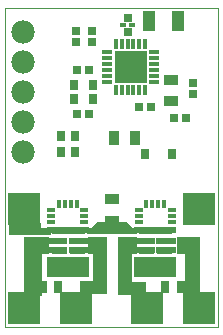
<source format=gts>
G75*
%MOIN*%
%OFA0B0*%
%FSLAX25Y25*%
%IPPOS*%
%LPD*%
%AMOC8*
5,1,8,0,0,1.08239X$1,22.5*
%
%ADD10C,0.00000*%
%ADD11C,0.00001*%
%ADD12R,0.03394X0.01394*%
%ADD13R,0.01394X0.03394*%
%ADD14R,0.10794X0.10794*%
%ADD15R,0.02756X0.03346*%
%ADD16R,0.02362X0.01575*%
%ADD17R,0.02559X0.02559*%
%ADD18R,0.04331X0.07087*%
%ADD19R,0.02756X0.03150*%
%ADD20R,0.05118X0.03543*%
%ADD21R,0.03150X0.02756*%
%ADD22R,0.03150X0.03543*%
%ADD23R,0.02874X0.03661*%
%ADD24C,0.07794*%
%ADD25R,0.03543X0.05118*%
%ADD26R,0.11024X0.11024*%
%ADD27C,0.01575*%
%ADD28R,0.03150X0.03937*%
%ADD29R,0.02756X0.01378*%
%ADD30R,0.14173X0.02362*%
%ADD31R,0.06988X0.02362*%
%ADD32R,0.14173X0.06693*%
%ADD33R,0.01378X0.02756*%
%ADD34C,0.00100*%
D10*
X0029368Y0002452D02*
X0029368Y0108751D01*
X0100234Y0108751D01*
X0100234Y0002452D01*
X0029368Y0002452D01*
X0031375Y0005050D02*
X0031377Y0005098D01*
X0031383Y0005146D01*
X0031393Y0005193D01*
X0031406Y0005239D01*
X0031424Y0005284D01*
X0031444Y0005328D01*
X0031469Y0005370D01*
X0031497Y0005409D01*
X0031527Y0005446D01*
X0031561Y0005480D01*
X0031598Y0005512D01*
X0031636Y0005541D01*
X0031677Y0005566D01*
X0031720Y0005588D01*
X0031765Y0005606D01*
X0031811Y0005620D01*
X0031858Y0005631D01*
X0031906Y0005638D01*
X0031954Y0005641D01*
X0032002Y0005640D01*
X0032050Y0005635D01*
X0032098Y0005626D01*
X0032144Y0005614D01*
X0032189Y0005597D01*
X0032233Y0005577D01*
X0032275Y0005554D01*
X0032315Y0005527D01*
X0032353Y0005497D01*
X0032388Y0005464D01*
X0032420Y0005428D01*
X0032450Y0005390D01*
X0032476Y0005349D01*
X0032498Y0005306D01*
X0032518Y0005262D01*
X0032533Y0005217D01*
X0032545Y0005170D01*
X0032553Y0005122D01*
X0032557Y0005074D01*
X0032557Y0005026D01*
X0032553Y0004978D01*
X0032545Y0004930D01*
X0032533Y0004883D01*
X0032518Y0004838D01*
X0032498Y0004794D01*
X0032476Y0004751D01*
X0032450Y0004710D01*
X0032420Y0004672D01*
X0032388Y0004636D01*
X0032353Y0004603D01*
X0032315Y0004573D01*
X0032275Y0004546D01*
X0032233Y0004523D01*
X0032189Y0004503D01*
X0032144Y0004486D01*
X0032098Y0004474D01*
X0032050Y0004465D01*
X0032002Y0004460D01*
X0031954Y0004459D01*
X0031906Y0004462D01*
X0031858Y0004469D01*
X0031811Y0004480D01*
X0031765Y0004494D01*
X0031720Y0004512D01*
X0031677Y0004534D01*
X0031636Y0004559D01*
X0031598Y0004588D01*
X0031561Y0004620D01*
X0031527Y0004654D01*
X0031497Y0004691D01*
X0031469Y0004730D01*
X0031444Y0004772D01*
X0031424Y0004816D01*
X0031406Y0004861D01*
X0031393Y0004907D01*
X0031383Y0004954D01*
X0031377Y0005002D01*
X0031375Y0005050D01*
X0031375Y0012452D02*
X0031377Y0012500D01*
X0031383Y0012548D01*
X0031393Y0012595D01*
X0031406Y0012641D01*
X0031424Y0012686D01*
X0031444Y0012730D01*
X0031469Y0012772D01*
X0031497Y0012811D01*
X0031527Y0012848D01*
X0031561Y0012882D01*
X0031598Y0012914D01*
X0031636Y0012943D01*
X0031677Y0012968D01*
X0031720Y0012990D01*
X0031765Y0013008D01*
X0031811Y0013022D01*
X0031858Y0013033D01*
X0031906Y0013040D01*
X0031954Y0013043D01*
X0032002Y0013042D01*
X0032050Y0013037D01*
X0032098Y0013028D01*
X0032144Y0013016D01*
X0032189Y0012999D01*
X0032233Y0012979D01*
X0032275Y0012956D01*
X0032315Y0012929D01*
X0032353Y0012899D01*
X0032388Y0012866D01*
X0032420Y0012830D01*
X0032450Y0012792D01*
X0032476Y0012751D01*
X0032498Y0012708D01*
X0032518Y0012664D01*
X0032533Y0012619D01*
X0032545Y0012572D01*
X0032553Y0012524D01*
X0032557Y0012476D01*
X0032557Y0012428D01*
X0032553Y0012380D01*
X0032545Y0012332D01*
X0032533Y0012285D01*
X0032518Y0012240D01*
X0032498Y0012196D01*
X0032476Y0012153D01*
X0032450Y0012112D01*
X0032420Y0012074D01*
X0032388Y0012038D01*
X0032353Y0012005D01*
X0032315Y0011975D01*
X0032275Y0011948D01*
X0032233Y0011925D01*
X0032189Y0011905D01*
X0032144Y0011888D01*
X0032098Y0011876D01*
X0032050Y0011867D01*
X0032002Y0011862D01*
X0031954Y0011861D01*
X0031906Y0011864D01*
X0031858Y0011871D01*
X0031811Y0011882D01*
X0031765Y0011896D01*
X0031720Y0011914D01*
X0031677Y0011936D01*
X0031636Y0011961D01*
X0031598Y0011990D01*
X0031561Y0012022D01*
X0031527Y0012056D01*
X0031497Y0012093D01*
X0031469Y0012132D01*
X0031444Y0012174D01*
X0031424Y0012218D01*
X0031406Y0012263D01*
X0031393Y0012309D01*
X0031383Y0012356D01*
X0031377Y0012404D01*
X0031375Y0012452D01*
X0035667Y0013081D02*
X0041179Y0013081D01*
X0041179Y0027255D01*
X0043541Y0027255D01*
X0043541Y0032373D01*
X0035667Y0032373D01*
X0035667Y0013081D01*
X0038777Y0012452D02*
X0038779Y0012500D01*
X0038785Y0012548D01*
X0038795Y0012595D01*
X0038808Y0012641D01*
X0038826Y0012686D01*
X0038846Y0012730D01*
X0038871Y0012772D01*
X0038899Y0012811D01*
X0038929Y0012848D01*
X0038963Y0012882D01*
X0039000Y0012914D01*
X0039038Y0012943D01*
X0039079Y0012968D01*
X0039122Y0012990D01*
X0039167Y0013008D01*
X0039213Y0013022D01*
X0039260Y0013033D01*
X0039308Y0013040D01*
X0039356Y0013043D01*
X0039404Y0013042D01*
X0039452Y0013037D01*
X0039500Y0013028D01*
X0039546Y0013016D01*
X0039591Y0012999D01*
X0039635Y0012979D01*
X0039677Y0012956D01*
X0039717Y0012929D01*
X0039755Y0012899D01*
X0039790Y0012866D01*
X0039822Y0012830D01*
X0039852Y0012792D01*
X0039878Y0012751D01*
X0039900Y0012708D01*
X0039920Y0012664D01*
X0039935Y0012619D01*
X0039947Y0012572D01*
X0039955Y0012524D01*
X0039959Y0012476D01*
X0039959Y0012428D01*
X0039955Y0012380D01*
X0039947Y0012332D01*
X0039935Y0012285D01*
X0039920Y0012240D01*
X0039900Y0012196D01*
X0039878Y0012153D01*
X0039852Y0012112D01*
X0039822Y0012074D01*
X0039790Y0012038D01*
X0039755Y0012005D01*
X0039717Y0011975D01*
X0039677Y0011948D01*
X0039635Y0011925D01*
X0039591Y0011905D01*
X0039546Y0011888D01*
X0039500Y0011876D01*
X0039452Y0011867D01*
X0039404Y0011862D01*
X0039356Y0011861D01*
X0039308Y0011864D01*
X0039260Y0011871D01*
X0039213Y0011882D01*
X0039167Y0011896D01*
X0039122Y0011914D01*
X0039079Y0011936D01*
X0039038Y0011961D01*
X0039000Y0011990D01*
X0038963Y0012022D01*
X0038929Y0012056D01*
X0038899Y0012093D01*
X0038871Y0012132D01*
X0038846Y0012174D01*
X0038826Y0012218D01*
X0038808Y0012263D01*
X0038795Y0012309D01*
X0038785Y0012356D01*
X0038779Y0012404D01*
X0038777Y0012452D01*
X0038777Y0005050D02*
X0038779Y0005098D01*
X0038785Y0005146D01*
X0038795Y0005193D01*
X0038808Y0005239D01*
X0038826Y0005284D01*
X0038846Y0005328D01*
X0038871Y0005370D01*
X0038899Y0005409D01*
X0038929Y0005446D01*
X0038963Y0005480D01*
X0039000Y0005512D01*
X0039038Y0005541D01*
X0039079Y0005566D01*
X0039122Y0005588D01*
X0039167Y0005606D01*
X0039213Y0005620D01*
X0039260Y0005631D01*
X0039308Y0005638D01*
X0039356Y0005641D01*
X0039404Y0005640D01*
X0039452Y0005635D01*
X0039500Y0005626D01*
X0039546Y0005614D01*
X0039591Y0005597D01*
X0039635Y0005577D01*
X0039677Y0005554D01*
X0039717Y0005527D01*
X0039755Y0005497D01*
X0039790Y0005464D01*
X0039822Y0005428D01*
X0039852Y0005390D01*
X0039878Y0005349D01*
X0039900Y0005306D01*
X0039920Y0005262D01*
X0039935Y0005217D01*
X0039947Y0005170D01*
X0039955Y0005122D01*
X0039959Y0005074D01*
X0039959Y0005026D01*
X0039955Y0004978D01*
X0039947Y0004930D01*
X0039935Y0004883D01*
X0039920Y0004838D01*
X0039900Y0004794D01*
X0039878Y0004751D01*
X0039852Y0004710D01*
X0039822Y0004672D01*
X0039790Y0004636D01*
X0039755Y0004603D01*
X0039717Y0004573D01*
X0039677Y0004546D01*
X0039635Y0004523D01*
X0039591Y0004503D01*
X0039546Y0004486D01*
X0039500Y0004474D01*
X0039452Y0004465D01*
X0039404Y0004460D01*
X0039356Y0004459D01*
X0039308Y0004462D01*
X0039260Y0004469D01*
X0039213Y0004480D01*
X0039167Y0004494D01*
X0039122Y0004512D01*
X0039079Y0004534D01*
X0039038Y0004559D01*
X0039000Y0004588D01*
X0038963Y0004620D01*
X0038929Y0004654D01*
X0038899Y0004691D01*
X0038871Y0004730D01*
X0038846Y0004772D01*
X0038826Y0004816D01*
X0038808Y0004861D01*
X0038795Y0004907D01*
X0038785Y0004954D01*
X0038779Y0005002D01*
X0038777Y0005050D01*
X0048698Y0005050D02*
X0048700Y0005098D01*
X0048706Y0005146D01*
X0048716Y0005193D01*
X0048729Y0005239D01*
X0048747Y0005284D01*
X0048767Y0005328D01*
X0048792Y0005370D01*
X0048820Y0005409D01*
X0048850Y0005446D01*
X0048884Y0005480D01*
X0048921Y0005512D01*
X0048959Y0005541D01*
X0049000Y0005566D01*
X0049043Y0005588D01*
X0049088Y0005606D01*
X0049134Y0005620D01*
X0049181Y0005631D01*
X0049229Y0005638D01*
X0049277Y0005641D01*
X0049325Y0005640D01*
X0049373Y0005635D01*
X0049421Y0005626D01*
X0049467Y0005614D01*
X0049512Y0005597D01*
X0049556Y0005577D01*
X0049598Y0005554D01*
X0049638Y0005527D01*
X0049676Y0005497D01*
X0049711Y0005464D01*
X0049743Y0005428D01*
X0049773Y0005390D01*
X0049799Y0005349D01*
X0049821Y0005306D01*
X0049841Y0005262D01*
X0049856Y0005217D01*
X0049868Y0005170D01*
X0049876Y0005122D01*
X0049880Y0005074D01*
X0049880Y0005026D01*
X0049876Y0004978D01*
X0049868Y0004930D01*
X0049856Y0004883D01*
X0049841Y0004838D01*
X0049821Y0004794D01*
X0049799Y0004751D01*
X0049773Y0004710D01*
X0049743Y0004672D01*
X0049711Y0004636D01*
X0049676Y0004603D01*
X0049638Y0004573D01*
X0049598Y0004546D01*
X0049556Y0004523D01*
X0049512Y0004503D01*
X0049467Y0004486D01*
X0049421Y0004474D01*
X0049373Y0004465D01*
X0049325Y0004460D01*
X0049277Y0004459D01*
X0049229Y0004462D01*
X0049181Y0004469D01*
X0049134Y0004480D01*
X0049088Y0004494D01*
X0049043Y0004512D01*
X0049000Y0004534D01*
X0048959Y0004559D01*
X0048921Y0004588D01*
X0048884Y0004620D01*
X0048850Y0004654D01*
X0048820Y0004691D01*
X0048792Y0004730D01*
X0048767Y0004772D01*
X0048747Y0004816D01*
X0048729Y0004861D01*
X0048716Y0004907D01*
X0048706Y0004954D01*
X0048700Y0005002D01*
X0048698Y0005050D01*
X0048698Y0012452D02*
X0048700Y0012500D01*
X0048706Y0012548D01*
X0048716Y0012595D01*
X0048729Y0012641D01*
X0048747Y0012686D01*
X0048767Y0012730D01*
X0048792Y0012772D01*
X0048820Y0012811D01*
X0048850Y0012848D01*
X0048884Y0012882D01*
X0048921Y0012914D01*
X0048959Y0012943D01*
X0049000Y0012968D01*
X0049043Y0012990D01*
X0049088Y0013008D01*
X0049134Y0013022D01*
X0049181Y0013033D01*
X0049229Y0013040D01*
X0049277Y0013043D01*
X0049325Y0013042D01*
X0049373Y0013037D01*
X0049421Y0013028D01*
X0049467Y0013016D01*
X0049512Y0012999D01*
X0049556Y0012979D01*
X0049598Y0012956D01*
X0049638Y0012929D01*
X0049676Y0012899D01*
X0049711Y0012866D01*
X0049743Y0012830D01*
X0049773Y0012792D01*
X0049799Y0012751D01*
X0049821Y0012708D01*
X0049841Y0012664D01*
X0049856Y0012619D01*
X0049868Y0012572D01*
X0049876Y0012524D01*
X0049880Y0012476D01*
X0049880Y0012428D01*
X0049876Y0012380D01*
X0049868Y0012332D01*
X0049856Y0012285D01*
X0049841Y0012240D01*
X0049821Y0012196D01*
X0049799Y0012153D01*
X0049773Y0012112D01*
X0049743Y0012074D01*
X0049711Y0012038D01*
X0049676Y0012005D01*
X0049638Y0011975D01*
X0049598Y0011948D01*
X0049556Y0011925D01*
X0049512Y0011905D01*
X0049467Y0011888D01*
X0049421Y0011876D01*
X0049373Y0011867D01*
X0049325Y0011862D01*
X0049277Y0011861D01*
X0049229Y0011864D01*
X0049181Y0011871D01*
X0049134Y0011882D01*
X0049088Y0011896D01*
X0049043Y0011914D01*
X0049000Y0011936D01*
X0048959Y0011961D01*
X0048921Y0011990D01*
X0048884Y0012022D01*
X0048850Y0012056D01*
X0048820Y0012093D01*
X0048792Y0012132D01*
X0048767Y0012174D01*
X0048747Y0012218D01*
X0048729Y0012263D01*
X0048716Y0012309D01*
X0048706Y0012356D01*
X0048700Y0012404D01*
X0048698Y0012452D01*
X0054171Y0013869D02*
X0054171Y0017806D01*
X0058502Y0017806D01*
X0058502Y0027255D01*
X0056927Y0027255D01*
X0056927Y0032373D01*
X0062832Y0032373D01*
X0062832Y0013869D01*
X0054171Y0013869D01*
X0056100Y0012452D02*
X0056102Y0012500D01*
X0056108Y0012548D01*
X0056118Y0012595D01*
X0056131Y0012641D01*
X0056149Y0012686D01*
X0056169Y0012730D01*
X0056194Y0012772D01*
X0056222Y0012811D01*
X0056252Y0012848D01*
X0056286Y0012882D01*
X0056323Y0012914D01*
X0056361Y0012943D01*
X0056402Y0012968D01*
X0056445Y0012990D01*
X0056490Y0013008D01*
X0056536Y0013022D01*
X0056583Y0013033D01*
X0056631Y0013040D01*
X0056679Y0013043D01*
X0056727Y0013042D01*
X0056775Y0013037D01*
X0056823Y0013028D01*
X0056869Y0013016D01*
X0056914Y0012999D01*
X0056958Y0012979D01*
X0057000Y0012956D01*
X0057040Y0012929D01*
X0057078Y0012899D01*
X0057113Y0012866D01*
X0057145Y0012830D01*
X0057175Y0012792D01*
X0057201Y0012751D01*
X0057223Y0012708D01*
X0057243Y0012664D01*
X0057258Y0012619D01*
X0057270Y0012572D01*
X0057278Y0012524D01*
X0057282Y0012476D01*
X0057282Y0012428D01*
X0057278Y0012380D01*
X0057270Y0012332D01*
X0057258Y0012285D01*
X0057243Y0012240D01*
X0057223Y0012196D01*
X0057201Y0012153D01*
X0057175Y0012112D01*
X0057145Y0012074D01*
X0057113Y0012038D01*
X0057078Y0012005D01*
X0057040Y0011975D01*
X0057000Y0011948D01*
X0056958Y0011925D01*
X0056914Y0011905D01*
X0056869Y0011888D01*
X0056823Y0011876D01*
X0056775Y0011867D01*
X0056727Y0011862D01*
X0056679Y0011861D01*
X0056631Y0011864D01*
X0056583Y0011871D01*
X0056536Y0011882D01*
X0056490Y0011896D01*
X0056445Y0011914D01*
X0056402Y0011936D01*
X0056361Y0011961D01*
X0056323Y0011990D01*
X0056286Y0012022D01*
X0056252Y0012056D01*
X0056222Y0012093D01*
X0056194Y0012132D01*
X0056169Y0012174D01*
X0056149Y0012218D01*
X0056131Y0012263D01*
X0056118Y0012309D01*
X0056108Y0012356D01*
X0056102Y0012404D01*
X0056100Y0012452D01*
X0056100Y0005050D02*
X0056102Y0005098D01*
X0056108Y0005146D01*
X0056118Y0005193D01*
X0056131Y0005239D01*
X0056149Y0005284D01*
X0056169Y0005328D01*
X0056194Y0005370D01*
X0056222Y0005409D01*
X0056252Y0005446D01*
X0056286Y0005480D01*
X0056323Y0005512D01*
X0056361Y0005541D01*
X0056402Y0005566D01*
X0056445Y0005588D01*
X0056490Y0005606D01*
X0056536Y0005620D01*
X0056583Y0005631D01*
X0056631Y0005638D01*
X0056679Y0005641D01*
X0056727Y0005640D01*
X0056775Y0005635D01*
X0056823Y0005626D01*
X0056869Y0005614D01*
X0056914Y0005597D01*
X0056958Y0005577D01*
X0057000Y0005554D01*
X0057040Y0005527D01*
X0057078Y0005497D01*
X0057113Y0005464D01*
X0057145Y0005428D01*
X0057175Y0005390D01*
X0057201Y0005349D01*
X0057223Y0005306D01*
X0057243Y0005262D01*
X0057258Y0005217D01*
X0057270Y0005170D01*
X0057278Y0005122D01*
X0057282Y0005074D01*
X0057282Y0005026D01*
X0057278Y0004978D01*
X0057270Y0004930D01*
X0057258Y0004883D01*
X0057243Y0004838D01*
X0057223Y0004794D01*
X0057201Y0004751D01*
X0057175Y0004710D01*
X0057145Y0004672D01*
X0057113Y0004636D01*
X0057078Y0004603D01*
X0057040Y0004573D01*
X0057000Y0004546D01*
X0056958Y0004523D01*
X0056914Y0004503D01*
X0056869Y0004486D01*
X0056823Y0004474D01*
X0056775Y0004465D01*
X0056727Y0004460D01*
X0056679Y0004459D01*
X0056631Y0004462D01*
X0056583Y0004469D01*
X0056536Y0004480D01*
X0056490Y0004494D01*
X0056445Y0004512D01*
X0056402Y0004534D01*
X0056361Y0004559D01*
X0056323Y0004588D01*
X0056286Y0004620D01*
X0056252Y0004654D01*
X0056222Y0004691D01*
X0056194Y0004730D01*
X0056169Y0004772D01*
X0056149Y0004816D01*
X0056131Y0004861D01*
X0056118Y0004907D01*
X0056108Y0004954D01*
X0056102Y0005002D01*
X0056100Y0005050D01*
X0066769Y0013475D02*
X0066769Y0032373D01*
X0073069Y0032373D01*
X0073069Y0027255D01*
X0071100Y0027255D01*
X0071100Y0017412D01*
X0075824Y0017412D01*
X0075824Y0013475D01*
X0066769Y0013475D01*
X0072320Y0012452D02*
X0072322Y0012500D01*
X0072328Y0012548D01*
X0072338Y0012595D01*
X0072351Y0012641D01*
X0072369Y0012686D01*
X0072389Y0012730D01*
X0072414Y0012772D01*
X0072442Y0012811D01*
X0072472Y0012848D01*
X0072506Y0012882D01*
X0072543Y0012914D01*
X0072581Y0012943D01*
X0072622Y0012968D01*
X0072665Y0012990D01*
X0072710Y0013008D01*
X0072756Y0013022D01*
X0072803Y0013033D01*
X0072851Y0013040D01*
X0072899Y0013043D01*
X0072947Y0013042D01*
X0072995Y0013037D01*
X0073043Y0013028D01*
X0073089Y0013016D01*
X0073134Y0012999D01*
X0073178Y0012979D01*
X0073220Y0012956D01*
X0073260Y0012929D01*
X0073298Y0012899D01*
X0073333Y0012866D01*
X0073365Y0012830D01*
X0073395Y0012792D01*
X0073421Y0012751D01*
X0073443Y0012708D01*
X0073463Y0012664D01*
X0073478Y0012619D01*
X0073490Y0012572D01*
X0073498Y0012524D01*
X0073502Y0012476D01*
X0073502Y0012428D01*
X0073498Y0012380D01*
X0073490Y0012332D01*
X0073478Y0012285D01*
X0073463Y0012240D01*
X0073443Y0012196D01*
X0073421Y0012153D01*
X0073395Y0012112D01*
X0073365Y0012074D01*
X0073333Y0012038D01*
X0073298Y0012005D01*
X0073260Y0011975D01*
X0073220Y0011948D01*
X0073178Y0011925D01*
X0073134Y0011905D01*
X0073089Y0011888D01*
X0073043Y0011876D01*
X0072995Y0011867D01*
X0072947Y0011862D01*
X0072899Y0011861D01*
X0072851Y0011864D01*
X0072803Y0011871D01*
X0072756Y0011882D01*
X0072710Y0011896D01*
X0072665Y0011914D01*
X0072622Y0011936D01*
X0072581Y0011961D01*
X0072543Y0011990D01*
X0072506Y0012022D01*
X0072472Y0012056D01*
X0072442Y0012093D01*
X0072414Y0012132D01*
X0072389Y0012174D01*
X0072369Y0012218D01*
X0072351Y0012263D01*
X0072338Y0012309D01*
X0072328Y0012356D01*
X0072322Y0012404D01*
X0072320Y0012452D01*
X0072320Y0005050D02*
X0072322Y0005098D01*
X0072328Y0005146D01*
X0072338Y0005193D01*
X0072351Y0005239D01*
X0072369Y0005284D01*
X0072389Y0005328D01*
X0072414Y0005370D01*
X0072442Y0005409D01*
X0072472Y0005446D01*
X0072506Y0005480D01*
X0072543Y0005512D01*
X0072581Y0005541D01*
X0072622Y0005566D01*
X0072665Y0005588D01*
X0072710Y0005606D01*
X0072756Y0005620D01*
X0072803Y0005631D01*
X0072851Y0005638D01*
X0072899Y0005641D01*
X0072947Y0005640D01*
X0072995Y0005635D01*
X0073043Y0005626D01*
X0073089Y0005614D01*
X0073134Y0005597D01*
X0073178Y0005577D01*
X0073220Y0005554D01*
X0073260Y0005527D01*
X0073298Y0005497D01*
X0073333Y0005464D01*
X0073365Y0005428D01*
X0073395Y0005390D01*
X0073421Y0005349D01*
X0073443Y0005306D01*
X0073463Y0005262D01*
X0073478Y0005217D01*
X0073490Y0005170D01*
X0073498Y0005122D01*
X0073502Y0005074D01*
X0073502Y0005026D01*
X0073498Y0004978D01*
X0073490Y0004930D01*
X0073478Y0004883D01*
X0073463Y0004838D01*
X0073443Y0004794D01*
X0073421Y0004751D01*
X0073395Y0004710D01*
X0073365Y0004672D01*
X0073333Y0004636D01*
X0073298Y0004603D01*
X0073260Y0004573D01*
X0073220Y0004546D01*
X0073178Y0004523D01*
X0073134Y0004503D01*
X0073089Y0004486D01*
X0073043Y0004474D01*
X0072995Y0004465D01*
X0072947Y0004460D01*
X0072899Y0004459D01*
X0072851Y0004462D01*
X0072803Y0004469D01*
X0072756Y0004480D01*
X0072710Y0004494D01*
X0072665Y0004512D01*
X0072622Y0004534D01*
X0072581Y0004559D01*
X0072543Y0004588D01*
X0072506Y0004620D01*
X0072472Y0004654D01*
X0072442Y0004691D01*
X0072414Y0004730D01*
X0072389Y0004772D01*
X0072369Y0004816D01*
X0072351Y0004861D01*
X0072338Y0004907D01*
X0072328Y0004954D01*
X0072322Y0005002D01*
X0072320Y0005050D01*
X0079722Y0005050D02*
X0079724Y0005098D01*
X0079730Y0005146D01*
X0079740Y0005193D01*
X0079753Y0005239D01*
X0079771Y0005284D01*
X0079791Y0005328D01*
X0079816Y0005370D01*
X0079844Y0005409D01*
X0079874Y0005446D01*
X0079908Y0005480D01*
X0079945Y0005512D01*
X0079983Y0005541D01*
X0080024Y0005566D01*
X0080067Y0005588D01*
X0080112Y0005606D01*
X0080158Y0005620D01*
X0080205Y0005631D01*
X0080253Y0005638D01*
X0080301Y0005641D01*
X0080349Y0005640D01*
X0080397Y0005635D01*
X0080445Y0005626D01*
X0080491Y0005614D01*
X0080536Y0005597D01*
X0080580Y0005577D01*
X0080622Y0005554D01*
X0080662Y0005527D01*
X0080700Y0005497D01*
X0080735Y0005464D01*
X0080767Y0005428D01*
X0080797Y0005390D01*
X0080823Y0005349D01*
X0080845Y0005306D01*
X0080865Y0005262D01*
X0080880Y0005217D01*
X0080892Y0005170D01*
X0080900Y0005122D01*
X0080904Y0005074D01*
X0080904Y0005026D01*
X0080900Y0004978D01*
X0080892Y0004930D01*
X0080880Y0004883D01*
X0080865Y0004838D01*
X0080845Y0004794D01*
X0080823Y0004751D01*
X0080797Y0004710D01*
X0080767Y0004672D01*
X0080735Y0004636D01*
X0080700Y0004603D01*
X0080662Y0004573D01*
X0080622Y0004546D01*
X0080580Y0004523D01*
X0080536Y0004503D01*
X0080491Y0004486D01*
X0080445Y0004474D01*
X0080397Y0004465D01*
X0080349Y0004460D01*
X0080301Y0004459D01*
X0080253Y0004462D01*
X0080205Y0004469D01*
X0080158Y0004480D01*
X0080112Y0004494D01*
X0080067Y0004512D01*
X0080024Y0004534D01*
X0079983Y0004559D01*
X0079945Y0004588D01*
X0079908Y0004620D01*
X0079874Y0004654D01*
X0079844Y0004691D01*
X0079816Y0004730D01*
X0079791Y0004772D01*
X0079771Y0004816D01*
X0079753Y0004861D01*
X0079740Y0004907D01*
X0079730Y0004954D01*
X0079724Y0005002D01*
X0079722Y0005050D01*
X0079722Y0012452D02*
X0079724Y0012500D01*
X0079730Y0012548D01*
X0079740Y0012595D01*
X0079753Y0012641D01*
X0079771Y0012686D01*
X0079791Y0012730D01*
X0079816Y0012772D01*
X0079844Y0012811D01*
X0079874Y0012848D01*
X0079908Y0012882D01*
X0079945Y0012914D01*
X0079983Y0012943D01*
X0080024Y0012968D01*
X0080067Y0012990D01*
X0080112Y0013008D01*
X0080158Y0013022D01*
X0080205Y0013033D01*
X0080253Y0013040D01*
X0080301Y0013043D01*
X0080349Y0013042D01*
X0080397Y0013037D01*
X0080445Y0013028D01*
X0080491Y0013016D01*
X0080536Y0012999D01*
X0080580Y0012979D01*
X0080622Y0012956D01*
X0080662Y0012929D01*
X0080700Y0012899D01*
X0080735Y0012866D01*
X0080767Y0012830D01*
X0080797Y0012792D01*
X0080823Y0012751D01*
X0080845Y0012708D01*
X0080865Y0012664D01*
X0080880Y0012619D01*
X0080892Y0012572D01*
X0080900Y0012524D01*
X0080904Y0012476D01*
X0080904Y0012428D01*
X0080900Y0012380D01*
X0080892Y0012332D01*
X0080880Y0012285D01*
X0080865Y0012240D01*
X0080845Y0012196D01*
X0080823Y0012153D01*
X0080797Y0012112D01*
X0080767Y0012074D01*
X0080735Y0012038D01*
X0080700Y0012005D01*
X0080662Y0011975D01*
X0080622Y0011948D01*
X0080580Y0011925D01*
X0080536Y0011905D01*
X0080491Y0011888D01*
X0080445Y0011876D01*
X0080397Y0011867D01*
X0080349Y0011862D01*
X0080301Y0011861D01*
X0080253Y0011864D01*
X0080205Y0011871D01*
X0080158Y0011882D01*
X0080112Y0011896D01*
X0080067Y0011914D01*
X0080024Y0011936D01*
X0079983Y0011961D01*
X0079945Y0011990D01*
X0079908Y0012022D01*
X0079874Y0012056D01*
X0079844Y0012093D01*
X0079816Y0012132D01*
X0079791Y0012174D01*
X0079771Y0012218D01*
X0079753Y0012263D01*
X0079740Y0012309D01*
X0079730Y0012356D01*
X0079724Y0012404D01*
X0079722Y0012452D01*
X0089210Y0013475D02*
X0089210Y0027255D01*
X0086454Y0027255D01*
X0086454Y0032373D01*
X0093935Y0032373D01*
X0093935Y0013475D01*
X0089210Y0013475D01*
X0089643Y0012452D02*
X0089645Y0012500D01*
X0089651Y0012548D01*
X0089661Y0012595D01*
X0089674Y0012641D01*
X0089692Y0012686D01*
X0089712Y0012730D01*
X0089737Y0012772D01*
X0089765Y0012811D01*
X0089795Y0012848D01*
X0089829Y0012882D01*
X0089866Y0012914D01*
X0089904Y0012943D01*
X0089945Y0012968D01*
X0089988Y0012990D01*
X0090033Y0013008D01*
X0090079Y0013022D01*
X0090126Y0013033D01*
X0090174Y0013040D01*
X0090222Y0013043D01*
X0090270Y0013042D01*
X0090318Y0013037D01*
X0090366Y0013028D01*
X0090412Y0013016D01*
X0090457Y0012999D01*
X0090501Y0012979D01*
X0090543Y0012956D01*
X0090583Y0012929D01*
X0090621Y0012899D01*
X0090656Y0012866D01*
X0090688Y0012830D01*
X0090718Y0012792D01*
X0090744Y0012751D01*
X0090766Y0012708D01*
X0090786Y0012664D01*
X0090801Y0012619D01*
X0090813Y0012572D01*
X0090821Y0012524D01*
X0090825Y0012476D01*
X0090825Y0012428D01*
X0090821Y0012380D01*
X0090813Y0012332D01*
X0090801Y0012285D01*
X0090786Y0012240D01*
X0090766Y0012196D01*
X0090744Y0012153D01*
X0090718Y0012112D01*
X0090688Y0012074D01*
X0090656Y0012038D01*
X0090621Y0012005D01*
X0090583Y0011975D01*
X0090543Y0011948D01*
X0090501Y0011925D01*
X0090457Y0011905D01*
X0090412Y0011888D01*
X0090366Y0011876D01*
X0090318Y0011867D01*
X0090270Y0011862D01*
X0090222Y0011861D01*
X0090174Y0011864D01*
X0090126Y0011871D01*
X0090079Y0011882D01*
X0090033Y0011896D01*
X0089988Y0011914D01*
X0089945Y0011936D01*
X0089904Y0011961D01*
X0089866Y0011990D01*
X0089829Y0012022D01*
X0089795Y0012056D01*
X0089765Y0012093D01*
X0089737Y0012132D01*
X0089712Y0012174D01*
X0089692Y0012218D01*
X0089674Y0012263D01*
X0089661Y0012309D01*
X0089651Y0012356D01*
X0089645Y0012404D01*
X0089643Y0012452D01*
X0089643Y0005050D02*
X0089645Y0005098D01*
X0089651Y0005146D01*
X0089661Y0005193D01*
X0089674Y0005239D01*
X0089692Y0005284D01*
X0089712Y0005328D01*
X0089737Y0005370D01*
X0089765Y0005409D01*
X0089795Y0005446D01*
X0089829Y0005480D01*
X0089866Y0005512D01*
X0089904Y0005541D01*
X0089945Y0005566D01*
X0089988Y0005588D01*
X0090033Y0005606D01*
X0090079Y0005620D01*
X0090126Y0005631D01*
X0090174Y0005638D01*
X0090222Y0005641D01*
X0090270Y0005640D01*
X0090318Y0005635D01*
X0090366Y0005626D01*
X0090412Y0005614D01*
X0090457Y0005597D01*
X0090501Y0005577D01*
X0090543Y0005554D01*
X0090583Y0005527D01*
X0090621Y0005497D01*
X0090656Y0005464D01*
X0090688Y0005428D01*
X0090718Y0005390D01*
X0090744Y0005349D01*
X0090766Y0005306D01*
X0090786Y0005262D01*
X0090801Y0005217D01*
X0090813Y0005170D01*
X0090821Y0005122D01*
X0090825Y0005074D01*
X0090825Y0005026D01*
X0090821Y0004978D01*
X0090813Y0004930D01*
X0090801Y0004883D01*
X0090786Y0004838D01*
X0090766Y0004794D01*
X0090744Y0004751D01*
X0090718Y0004710D01*
X0090688Y0004672D01*
X0090656Y0004636D01*
X0090621Y0004603D01*
X0090583Y0004573D01*
X0090543Y0004546D01*
X0090501Y0004523D01*
X0090457Y0004503D01*
X0090412Y0004486D01*
X0090366Y0004474D01*
X0090318Y0004465D01*
X0090270Y0004460D01*
X0090222Y0004459D01*
X0090174Y0004462D01*
X0090126Y0004469D01*
X0090079Y0004480D01*
X0090033Y0004494D01*
X0089988Y0004512D01*
X0089945Y0004534D01*
X0089904Y0004559D01*
X0089866Y0004588D01*
X0089829Y0004620D01*
X0089795Y0004654D01*
X0089765Y0004691D01*
X0089737Y0004730D01*
X0089712Y0004772D01*
X0089692Y0004816D01*
X0089674Y0004861D01*
X0089661Y0004907D01*
X0089651Y0004954D01*
X0089645Y0005002D01*
X0089643Y0005050D01*
X0097044Y0005050D02*
X0097046Y0005098D01*
X0097052Y0005146D01*
X0097062Y0005193D01*
X0097075Y0005239D01*
X0097093Y0005284D01*
X0097113Y0005328D01*
X0097138Y0005370D01*
X0097166Y0005409D01*
X0097196Y0005446D01*
X0097230Y0005480D01*
X0097267Y0005512D01*
X0097305Y0005541D01*
X0097346Y0005566D01*
X0097389Y0005588D01*
X0097434Y0005606D01*
X0097480Y0005620D01*
X0097527Y0005631D01*
X0097575Y0005638D01*
X0097623Y0005641D01*
X0097671Y0005640D01*
X0097719Y0005635D01*
X0097767Y0005626D01*
X0097813Y0005614D01*
X0097858Y0005597D01*
X0097902Y0005577D01*
X0097944Y0005554D01*
X0097984Y0005527D01*
X0098022Y0005497D01*
X0098057Y0005464D01*
X0098089Y0005428D01*
X0098119Y0005390D01*
X0098145Y0005349D01*
X0098167Y0005306D01*
X0098187Y0005262D01*
X0098202Y0005217D01*
X0098214Y0005170D01*
X0098222Y0005122D01*
X0098226Y0005074D01*
X0098226Y0005026D01*
X0098222Y0004978D01*
X0098214Y0004930D01*
X0098202Y0004883D01*
X0098187Y0004838D01*
X0098167Y0004794D01*
X0098145Y0004751D01*
X0098119Y0004710D01*
X0098089Y0004672D01*
X0098057Y0004636D01*
X0098022Y0004603D01*
X0097984Y0004573D01*
X0097944Y0004546D01*
X0097902Y0004523D01*
X0097858Y0004503D01*
X0097813Y0004486D01*
X0097767Y0004474D01*
X0097719Y0004465D01*
X0097671Y0004460D01*
X0097623Y0004459D01*
X0097575Y0004462D01*
X0097527Y0004469D01*
X0097480Y0004480D01*
X0097434Y0004494D01*
X0097389Y0004512D01*
X0097346Y0004534D01*
X0097305Y0004559D01*
X0097267Y0004588D01*
X0097230Y0004620D01*
X0097196Y0004654D01*
X0097166Y0004691D01*
X0097138Y0004730D01*
X0097113Y0004772D01*
X0097093Y0004816D01*
X0097075Y0004861D01*
X0097062Y0004907D01*
X0097052Y0004954D01*
X0097046Y0005002D01*
X0097044Y0005050D01*
X0097044Y0012452D02*
X0097046Y0012500D01*
X0097052Y0012548D01*
X0097062Y0012595D01*
X0097075Y0012641D01*
X0097093Y0012686D01*
X0097113Y0012730D01*
X0097138Y0012772D01*
X0097166Y0012811D01*
X0097196Y0012848D01*
X0097230Y0012882D01*
X0097267Y0012914D01*
X0097305Y0012943D01*
X0097346Y0012968D01*
X0097389Y0012990D01*
X0097434Y0013008D01*
X0097480Y0013022D01*
X0097527Y0013033D01*
X0097575Y0013040D01*
X0097623Y0013043D01*
X0097671Y0013042D01*
X0097719Y0013037D01*
X0097767Y0013028D01*
X0097813Y0013016D01*
X0097858Y0012999D01*
X0097902Y0012979D01*
X0097944Y0012956D01*
X0097984Y0012929D01*
X0098022Y0012899D01*
X0098057Y0012866D01*
X0098089Y0012830D01*
X0098119Y0012792D01*
X0098145Y0012751D01*
X0098167Y0012708D01*
X0098187Y0012664D01*
X0098202Y0012619D01*
X0098214Y0012572D01*
X0098222Y0012524D01*
X0098226Y0012476D01*
X0098226Y0012428D01*
X0098222Y0012380D01*
X0098214Y0012332D01*
X0098202Y0012285D01*
X0098187Y0012240D01*
X0098167Y0012196D01*
X0098145Y0012153D01*
X0098119Y0012112D01*
X0098089Y0012074D01*
X0098057Y0012038D01*
X0098022Y0012005D01*
X0097984Y0011975D01*
X0097944Y0011948D01*
X0097902Y0011925D01*
X0097858Y0011905D01*
X0097813Y0011888D01*
X0097767Y0011876D01*
X0097719Y0011867D01*
X0097671Y0011862D01*
X0097623Y0011861D01*
X0097575Y0011864D01*
X0097527Y0011871D01*
X0097480Y0011882D01*
X0097434Y0011896D01*
X0097389Y0011914D01*
X0097346Y0011936D01*
X0097305Y0011961D01*
X0097267Y0011990D01*
X0097230Y0012022D01*
X0097196Y0012056D01*
X0097166Y0012093D01*
X0097138Y0012132D01*
X0097113Y0012174D01*
X0097093Y0012218D01*
X0097075Y0012263D01*
X0097062Y0012309D01*
X0097052Y0012356D01*
X0097046Y0012404D01*
X0097044Y0012452D01*
X0073069Y0033948D02*
X0056533Y0033948D01*
X0056533Y0035522D01*
X0058108Y0035522D01*
X0060076Y0037491D01*
X0069525Y0037491D01*
X0071494Y0035522D01*
X0073069Y0035522D01*
X0073069Y0033948D01*
X0089643Y0038121D02*
X0089645Y0038169D01*
X0089651Y0038217D01*
X0089661Y0038264D01*
X0089674Y0038310D01*
X0089692Y0038355D01*
X0089712Y0038399D01*
X0089737Y0038441D01*
X0089765Y0038480D01*
X0089795Y0038517D01*
X0089829Y0038551D01*
X0089866Y0038583D01*
X0089904Y0038612D01*
X0089945Y0038637D01*
X0089988Y0038659D01*
X0090033Y0038677D01*
X0090079Y0038691D01*
X0090126Y0038702D01*
X0090174Y0038709D01*
X0090222Y0038712D01*
X0090270Y0038711D01*
X0090318Y0038706D01*
X0090366Y0038697D01*
X0090412Y0038685D01*
X0090457Y0038668D01*
X0090501Y0038648D01*
X0090543Y0038625D01*
X0090583Y0038598D01*
X0090621Y0038568D01*
X0090656Y0038535D01*
X0090688Y0038499D01*
X0090718Y0038461D01*
X0090744Y0038420D01*
X0090766Y0038377D01*
X0090786Y0038333D01*
X0090801Y0038288D01*
X0090813Y0038241D01*
X0090821Y0038193D01*
X0090825Y0038145D01*
X0090825Y0038097D01*
X0090821Y0038049D01*
X0090813Y0038001D01*
X0090801Y0037954D01*
X0090786Y0037909D01*
X0090766Y0037865D01*
X0090744Y0037822D01*
X0090718Y0037781D01*
X0090688Y0037743D01*
X0090656Y0037707D01*
X0090621Y0037674D01*
X0090583Y0037644D01*
X0090543Y0037617D01*
X0090501Y0037594D01*
X0090457Y0037574D01*
X0090412Y0037557D01*
X0090366Y0037545D01*
X0090318Y0037536D01*
X0090270Y0037531D01*
X0090222Y0037530D01*
X0090174Y0037533D01*
X0090126Y0037540D01*
X0090079Y0037551D01*
X0090033Y0037565D01*
X0089988Y0037583D01*
X0089945Y0037605D01*
X0089904Y0037630D01*
X0089866Y0037659D01*
X0089829Y0037691D01*
X0089795Y0037725D01*
X0089765Y0037762D01*
X0089737Y0037801D01*
X0089712Y0037843D01*
X0089692Y0037887D01*
X0089674Y0037932D01*
X0089661Y0037978D01*
X0089651Y0038025D01*
X0089645Y0038073D01*
X0089643Y0038121D01*
X0089643Y0045522D02*
X0089645Y0045570D01*
X0089651Y0045618D01*
X0089661Y0045665D01*
X0089674Y0045711D01*
X0089692Y0045756D01*
X0089712Y0045800D01*
X0089737Y0045842D01*
X0089765Y0045881D01*
X0089795Y0045918D01*
X0089829Y0045952D01*
X0089866Y0045984D01*
X0089904Y0046013D01*
X0089945Y0046038D01*
X0089988Y0046060D01*
X0090033Y0046078D01*
X0090079Y0046092D01*
X0090126Y0046103D01*
X0090174Y0046110D01*
X0090222Y0046113D01*
X0090270Y0046112D01*
X0090318Y0046107D01*
X0090366Y0046098D01*
X0090412Y0046086D01*
X0090457Y0046069D01*
X0090501Y0046049D01*
X0090543Y0046026D01*
X0090583Y0045999D01*
X0090621Y0045969D01*
X0090656Y0045936D01*
X0090688Y0045900D01*
X0090718Y0045862D01*
X0090744Y0045821D01*
X0090766Y0045778D01*
X0090786Y0045734D01*
X0090801Y0045689D01*
X0090813Y0045642D01*
X0090821Y0045594D01*
X0090825Y0045546D01*
X0090825Y0045498D01*
X0090821Y0045450D01*
X0090813Y0045402D01*
X0090801Y0045355D01*
X0090786Y0045310D01*
X0090766Y0045266D01*
X0090744Y0045223D01*
X0090718Y0045182D01*
X0090688Y0045144D01*
X0090656Y0045108D01*
X0090621Y0045075D01*
X0090583Y0045045D01*
X0090543Y0045018D01*
X0090501Y0044995D01*
X0090457Y0044975D01*
X0090412Y0044958D01*
X0090366Y0044946D01*
X0090318Y0044937D01*
X0090270Y0044932D01*
X0090222Y0044931D01*
X0090174Y0044934D01*
X0090126Y0044941D01*
X0090079Y0044952D01*
X0090033Y0044966D01*
X0089988Y0044984D01*
X0089945Y0045006D01*
X0089904Y0045031D01*
X0089866Y0045060D01*
X0089829Y0045092D01*
X0089795Y0045126D01*
X0089765Y0045163D01*
X0089737Y0045202D01*
X0089712Y0045244D01*
X0089692Y0045288D01*
X0089674Y0045333D01*
X0089661Y0045379D01*
X0089651Y0045426D01*
X0089645Y0045474D01*
X0089643Y0045522D01*
X0097044Y0045522D02*
X0097046Y0045570D01*
X0097052Y0045618D01*
X0097062Y0045665D01*
X0097075Y0045711D01*
X0097093Y0045756D01*
X0097113Y0045800D01*
X0097138Y0045842D01*
X0097166Y0045881D01*
X0097196Y0045918D01*
X0097230Y0045952D01*
X0097267Y0045984D01*
X0097305Y0046013D01*
X0097346Y0046038D01*
X0097389Y0046060D01*
X0097434Y0046078D01*
X0097480Y0046092D01*
X0097527Y0046103D01*
X0097575Y0046110D01*
X0097623Y0046113D01*
X0097671Y0046112D01*
X0097719Y0046107D01*
X0097767Y0046098D01*
X0097813Y0046086D01*
X0097858Y0046069D01*
X0097902Y0046049D01*
X0097944Y0046026D01*
X0097984Y0045999D01*
X0098022Y0045969D01*
X0098057Y0045936D01*
X0098089Y0045900D01*
X0098119Y0045862D01*
X0098145Y0045821D01*
X0098167Y0045778D01*
X0098187Y0045734D01*
X0098202Y0045689D01*
X0098214Y0045642D01*
X0098222Y0045594D01*
X0098226Y0045546D01*
X0098226Y0045498D01*
X0098222Y0045450D01*
X0098214Y0045402D01*
X0098202Y0045355D01*
X0098187Y0045310D01*
X0098167Y0045266D01*
X0098145Y0045223D01*
X0098119Y0045182D01*
X0098089Y0045144D01*
X0098057Y0045108D01*
X0098022Y0045075D01*
X0097984Y0045045D01*
X0097944Y0045018D01*
X0097902Y0044995D01*
X0097858Y0044975D01*
X0097813Y0044958D01*
X0097767Y0044946D01*
X0097719Y0044937D01*
X0097671Y0044932D01*
X0097623Y0044931D01*
X0097575Y0044934D01*
X0097527Y0044941D01*
X0097480Y0044952D01*
X0097434Y0044966D01*
X0097389Y0044984D01*
X0097346Y0045006D01*
X0097305Y0045031D01*
X0097267Y0045060D01*
X0097230Y0045092D01*
X0097196Y0045126D01*
X0097166Y0045163D01*
X0097138Y0045202D01*
X0097113Y0045244D01*
X0097093Y0045288D01*
X0097075Y0045333D01*
X0097062Y0045379D01*
X0097052Y0045426D01*
X0097046Y0045474D01*
X0097044Y0045522D01*
X0097044Y0038121D02*
X0097046Y0038169D01*
X0097052Y0038217D01*
X0097062Y0038264D01*
X0097075Y0038310D01*
X0097093Y0038355D01*
X0097113Y0038399D01*
X0097138Y0038441D01*
X0097166Y0038480D01*
X0097196Y0038517D01*
X0097230Y0038551D01*
X0097267Y0038583D01*
X0097305Y0038612D01*
X0097346Y0038637D01*
X0097389Y0038659D01*
X0097434Y0038677D01*
X0097480Y0038691D01*
X0097527Y0038702D01*
X0097575Y0038709D01*
X0097623Y0038712D01*
X0097671Y0038711D01*
X0097719Y0038706D01*
X0097767Y0038697D01*
X0097813Y0038685D01*
X0097858Y0038668D01*
X0097902Y0038648D01*
X0097944Y0038625D01*
X0097984Y0038598D01*
X0098022Y0038568D01*
X0098057Y0038535D01*
X0098089Y0038499D01*
X0098119Y0038461D01*
X0098145Y0038420D01*
X0098167Y0038377D01*
X0098187Y0038333D01*
X0098202Y0038288D01*
X0098214Y0038241D01*
X0098222Y0038193D01*
X0098226Y0038145D01*
X0098226Y0038097D01*
X0098222Y0038049D01*
X0098214Y0038001D01*
X0098202Y0037954D01*
X0098187Y0037909D01*
X0098167Y0037865D01*
X0098145Y0037822D01*
X0098119Y0037781D01*
X0098089Y0037743D01*
X0098057Y0037707D01*
X0098022Y0037674D01*
X0097984Y0037644D01*
X0097944Y0037617D01*
X0097902Y0037594D01*
X0097858Y0037574D01*
X0097813Y0037557D01*
X0097767Y0037545D01*
X0097719Y0037536D01*
X0097671Y0037531D01*
X0097623Y0037530D01*
X0097575Y0037533D01*
X0097527Y0037540D01*
X0097480Y0037551D01*
X0097434Y0037565D01*
X0097389Y0037583D01*
X0097346Y0037605D01*
X0097305Y0037630D01*
X0097267Y0037659D01*
X0097230Y0037691D01*
X0097196Y0037725D01*
X0097166Y0037762D01*
X0097138Y0037801D01*
X0097113Y0037843D01*
X0097093Y0037887D01*
X0097075Y0037932D01*
X0097062Y0037978D01*
X0097052Y0038025D01*
X0097046Y0038073D01*
X0097044Y0038121D01*
X0044328Y0035522D02*
X0044328Y0033554D01*
X0030549Y0033554D01*
X0030549Y0037097D01*
X0040785Y0037097D01*
X0040785Y0035522D01*
X0044328Y0035522D01*
X0038777Y0038121D02*
X0038779Y0038169D01*
X0038785Y0038217D01*
X0038795Y0038264D01*
X0038808Y0038310D01*
X0038826Y0038355D01*
X0038846Y0038399D01*
X0038871Y0038441D01*
X0038899Y0038480D01*
X0038929Y0038517D01*
X0038963Y0038551D01*
X0039000Y0038583D01*
X0039038Y0038612D01*
X0039079Y0038637D01*
X0039122Y0038659D01*
X0039167Y0038677D01*
X0039213Y0038691D01*
X0039260Y0038702D01*
X0039308Y0038709D01*
X0039356Y0038712D01*
X0039404Y0038711D01*
X0039452Y0038706D01*
X0039500Y0038697D01*
X0039546Y0038685D01*
X0039591Y0038668D01*
X0039635Y0038648D01*
X0039677Y0038625D01*
X0039717Y0038598D01*
X0039755Y0038568D01*
X0039790Y0038535D01*
X0039822Y0038499D01*
X0039852Y0038461D01*
X0039878Y0038420D01*
X0039900Y0038377D01*
X0039920Y0038333D01*
X0039935Y0038288D01*
X0039947Y0038241D01*
X0039955Y0038193D01*
X0039959Y0038145D01*
X0039959Y0038097D01*
X0039955Y0038049D01*
X0039947Y0038001D01*
X0039935Y0037954D01*
X0039920Y0037909D01*
X0039900Y0037865D01*
X0039878Y0037822D01*
X0039852Y0037781D01*
X0039822Y0037743D01*
X0039790Y0037707D01*
X0039755Y0037674D01*
X0039717Y0037644D01*
X0039677Y0037617D01*
X0039635Y0037594D01*
X0039591Y0037574D01*
X0039546Y0037557D01*
X0039500Y0037545D01*
X0039452Y0037536D01*
X0039404Y0037531D01*
X0039356Y0037530D01*
X0039308Y0037533D01*
X0039260Y0037540D01*
X0039213Y0037551D01*
X0039167Y0037565D01*
X0039122Y0037583D01*
X0039079Y0037605D01*
X0039038Y0037630D01*
X0039000Y0037659D01*
X0038963Y0037691D01*
X0038929Y0037725D01*
X0038899Y0037762D01*
X0038871Y0037801D01*
X0038846Y0037843D01*
X0038826Y0037887D01*
X0038808Y0037932D01*
X0038795Y0037978D01*
X0038785Y0038025D01*
X0038779Y0038073D01*
X0038777Y0038121D01*
X0031375Y0038121D02*
X0031377Y0038169D01*
X0031383Y0038217D01*
X0031393Y0038264D01*
X0031406Y0038310D01*
X0031424Y0038355D01*
X0031444Y0038399D01*
X0031469Y0038441D01*
X0031497Y0038480D01*
X0031527Y0038517D01*
X0031561Y0038551D01*
X0031598Y0038583D01*
X0031636Y0038612D01*
X0031677Y0038637D01*
X0031720Y0038659D01*
X0031765Y0038677D01*
X0031811Y0038691D01*
X0031858Y0038702D01*
X0031906Y0038709D01*
X0031954Y0038712D01*
X0032002Y0038711D01*
X0032050Y0038706D01*
X0032098Y0038697D01*
X0032144Y0038685D01*
X0032189Y0038668D01*
X0032233Y0038648D01*
X0032275Y0038625D01*
X0032315Y0038598D01*
X0032353Y0038568D01*
X0032388Y0038535D01*
X0032420Y0038499D01*
X0032450Y0038461D01*
X0032476Y0038420D01*
X0032498Y0038377D01*
X0032518Y0038333D01*
X0032533Y0038288D01*
X0032545Y0038241D01*
X0032553Y0038193D01*
X0032557Y0038145D01*
X0032557Y0038097D01*
X0032553Y0038049D01*
X0032545Y0038001D01*
X0032533Y0037954D01*
X0032518Y0037909D01*
X0032498Y0037865D01*
X0032476Y0037822D01*
X0032450Y0037781D01*
X0032420Y0037743D01*
X0032388Y0037707D01*
X0032353Y0037674D01*
X0032315Y0037644D01*
X0032275Y0037617D01*
X0032233Y0037594D01*
X0032189Y0037574D01*
X0032144Y0037557D01*
X0032098Y0037545D01*
X0032050Y0037536D01*
X0032002Y0037531D01*
X0031954Y0037530D01*
X0031906Y0037533D01*
X0031858Y0037540D01*
X0031811Y0037551D01*
X0031765Y0037565D01*
X0031720Y0037583D01*
X0031677Y0037605D01*
X0031636Y0037630D01*
X0031598Y0037659D01*
X0031561Y0037691D01*
X0031527Y0037725D01*
X0031497Y0037762D01*
X0031469Y0037801D01*
X0031444Y0037843D01*
X0031424Y0037887D01*
X0031406Y0037932D01*
X0031393Y0037978D01*
X0031383Y0038025D01*
X0031377Y0038073D01*
X0031375Y0038121D01*
X0031375Y0045522D02*
X0031377Y0045570D01*
X0031383Y0045618D01*
X0031393Y0045665D01*
X0031406Y0045711D01*
X0031424Y0045756D01*
X0031444Y0045800D01*
X0031469Y0045842D01*
X0031497Y0045881D01*
X0031527Y0045918D01*
X0031561Y0045952D01*
X0031598Y0045984D01*
X0031636Y0046013D01*
X0031677Y0046038D01*
X0031720Y0046060D01*
X0031765Y0046078D01*
X0031811Y0046092D01*
X0031858Y0046103D01*
X0031906Y0046110D01*
X0031954Y0046113D01*
X0032002Y0046112D01*
X0032050Y0046107D01*
X0032098Y0046098D01*
X0032144Y0046086D01*
X0032189Y0046069D01*
X0032233Y0046049D01*
X0032275Y0046026D01*
X0032315Y0045999D01*
X0032353Y0045969D01*
X0032388Y0045936D01*
X0032420Y0045900D01*
X0032450Y0045862D01*
X0032476Y0045821D01*
X0032498Y0045778D01*
X0032518Y0045734D01*
X0032533Y0045689D01*
X0032545Y0045642D01*
X0032553Y0045594D01*
X0032557Y0045546D01*
X0032557Y0045498D01*
X0032553Y0045450D01*
X0032545Y0045402D01*
X0032533Y0045355D01*
X0032518Y0045310D01*
X0032498Y0045266D01*
X0032476Y0045223D01*
X0032450Y0045182D01*
X0032420Y0045144D01*
X0032388Y0045108D01*
X0032353Y0045075D01*
X0032315Y0045045D01*
X0032275Y0045018D01*
X0032233Y0044995D01*
X0032189Y0044975D01*
X0032144Y0044958D01*
X0032098Y0044946D01*
X0032050Y0044937D01*
X0032002Y0044932D01*
X0031954Y0044931D01*
X0031906Y0044934D01*
X0031858Y0044941D01*
X0031811Y0044952D01*
X0031765Y0044966D01*
X0031720Y0044984D01*
X0031677Y0045006D01*
X0031636Y0045031D01*
X0031598Y0045060D01*
X0031561Y0045092D01*
X0031527Y0045126D01*
X0031497Y0045163D01*
X0031469Y0045202D01*
X0031444Y0045244D01*
X0031424Y0045288D01*
X0031406Y0045333D01*
X0031393Y0045379D01*
X0031383Y0045426D01*
X0031377Y0045474D01*
X0031375Y0045522D01*
X0038777Y0045522D02*
X0038779Y0045570D01*
X0038785Y0045618D01*
X0038795Y0045665D01*
X0038808Y0045711D01*
X0038826Y0045756D01*
X0038846Y0045800D01*
X0038871Y0045842D01*
X0038899Y0045881D01*
X0038929Y0045918D01*
X0038963Y0045952D01*
X0039000Y0045984D01*
X0039038Y0046013D01*
X0039079Y0046038D01*
X0039122Y0046060D01*
X0039167Y0046078D01*
X0039213Y0046092D01*
X0039260Y0046103D01*
X0039308Y0046110D01*
X0039356Y0046113D01*
X0039404Y0046112D01*
X0039452Y0046107D01*
X0039500Y0046098D01*
X0039546Y0046086D01*
X0039591Y0046069D01*
X0039635Y0046049D01*
X0039677Y0046026D01*
X0039717Y0045999D01*
X0039755Y0045969D01*
X0039790Y0045936D01*
X0039822Y0045900D01*
X0039852Y0045862D01*
X0039878Y0045821D01*
X0039900Y0045778D01*
X0039920Y0045734D01*
X0039935Y0045689D01*
X0039947Y0045642D01*
X0039955Y0045594D01*
X0039959Y0045546D01*
X0039959Y0045498D01*
X0039955Y0045450D01*
X0039947Y0045402D01*
X0039935Y0045355D01*
X0039920Y0045310D01*
X0039900Y0045266D01*
X0039878Y0045223D01*
X0039852Y0045182D01*
X0039822Y0045144D01*
X0039790Y0045108D01*
X0039755Y0045075D01*
X0039717Y0045045D01*
X0039677Y0045018D01*
X0039635Y0044995D01*
X0039591Y0044975D01*
X0039546Y0044958D01*
X0039500Y0044946D01*
X0039452Y0044937D01*
X0039404Y0044932D01*
X0039356Y0044931D01*
X0039308Y0044934D01*
X0039260Y0044941D01*
X0039213Y0044952D01*
X0039167Y0044966D01*
X0039122Y0044984D01*
X0039079Y0045006D01*
X0039038Y0045031D01*
X0039000Y0045060D01*
X0038963Y0045092D01*
X0038929Y0045126D01*
X0038899Y0045163D01*
X0038871Y0045202D01*
X0038846Y0045244D01*
X0038826Y0045288D01*
X0038808Y0045333D01*
X0038795Y0045379D01*
X0038785Y0045426D01*
X0038779Y0045474D01*
X0038777Y0045522D01*
D11*
X0040785Y0037096D02*
X0030549Y0037096D01*
X0030549Y0037095D02*
X0040785Y0037095D01*
X0040785Y0037094D02*
X0030549Y0037094D01*
X0030549Y0037093D02*
X0040785Y0037093D01*
X0040785Y0037092D02*
X0030549Y0037092D01*
X0030549Y0037091D02*
X0040785Y0037091D01*
X0040785Y0037090D02*
X0030549Y0037090D01*
X0030549Y0037089D02*
X0040785Y0037089D01*
X0040785Y0037088D02*
X0030549Y0037088D01*
X0030549Y0037087D02*
X0040785Y0037087D01*
X0040785Y0037086D02*
X0030549Y0037086D01*
X0030549Y0037085D02*
X0040785Y0037085D01*
X0040785Y0037084D02*
X0030549Y0037084D01*
X0030549Y0037083D02*
X0040785Y0037083D01*
X0040785Y0037082D02*
X0030549Y0037082D01*
X0030549Y0037081D02*
X0040785Y0037081D01*
X0030549Y0037081D01*
X0030549Y0037080D02*
X0040785Y0037080D01*
X0040785Y0037079D02*
X0030549Y0037079D01*
X0030549Y0037078D02*
X0040785Y0037078D01*
X0040785Y0037077D02*
X0030549Y0037077D01*
X0030549Y0037076D02*
X0040785Y0037076D01*
X0040785Y0037075D02*
X0030549Y0037075D01*
X0030549Y0037074D02*
X0040785Y0037074D01*
X0040785Y0037073D02*
X0030549Y0037073D01*
X0030549Y0037072D02*
X0040785Y0037072D01*
X0040785Y0037071D02*
X0030549Y0037071D01*
X0030549Y0037070D02*
X0040785Y0037070D01*
X0040785Y0037069D02*
X0030549Y0037069D01*
X0030549Y0037068D02*
X0040785Y0037068D01*
X0040785Y0037067D02*
X0030549Y0037067D01*
X0030549Y0037066D02*
X0040785Y0037066D01*
X0040785Y0037065D02*
X0030549Y0037065D01*
X0030549Y0037064D02*
X0040785Y0037064D01*
X0040785Y0037063D02*
X0030549Y0037063D01*
X0030549Y0037062D02*
X0040785Y0037062D01*
X0040785Y0037061D02*
X0030549Y0037061D01*
X0030549Y0037060D02*
X0040785Y0037060D01*
X0040785Y0037059D02*
X0030549Y0037059D01*
X0030549Y0037058D02*
X0040785Y0037058D01*
X0040785Y0037057D02*
X0030549Y0037057D01*
X0030549Y0037056D02*
X0040785Y0037056D01*
X0040785Y0037055D02*
X0030549Y0037055D01*
X0030549Y0037054D02*
X0040785Y0037054D01*
X0040785Y0037053D02*
X0030549Y0037053D01*
X0030549Y0037052D02*
X0040785Y0037052D01*
X0040785Y0037051D02*
X0030549Y0037051D01*
X0030549Y0037050D02*
X0040785Y0037050D01*
X0040785Y0037049D02*
X0030549Y0037049D01*
X0030549Y0037048D02*
X0040785Y0037048D01*
X0040785Y0037047D02*
X0030549Y0037047D01*
X0030549Y0037046D02*
X0040785Y0037046D01*
X0040785Y0037045D02*
X0030549Y0037045D01*
X0030549Y0037044D02*
X0040785Y0037044D01*
X0040785Y0037043D02*
X0030549Y0037043D01*
X0030549Y0037042D02*
X0040785Y0037042D01*
X0040785Y0037041D02*
X0030549Y0037041D01*
X0030549Y0037040D02*
X0040785Y0037040D01*
X0040785Y0037039D02*
X0030549Y0037039D01*
X0030549Y0037038D02*
X0040785Y0037038D01*
X0040785Y0037037D02*
X0030549Y0037037D01*
X0030549Y0037036D02*
X0040785Y0037036D01*
X0040785Y0037035D02*
X0030549Y0037035D01*
X0030549Y0037034D02*
X0040785Y0037034D01*
X0040785Y0037033D02*
X0030549Y0037033D01*
X0030549Y0037032D02*
X0040785Y0037032D01*
X0040785Y0037031D02*
X0030549Y0037031D01*
X0030549Y0037030D02*
X0040785Y0037030D01*
X0040785Y0037029D02*
X0030549Y0037029D01*
X0030549Y0037028D02*
X0040785Y0037028D01*
X0040785Y0037027D02*
X0030549Y0037027D01*
X0030549Y0037026D02*
X0040785Y0037026D01*
X0040785Y0037025D02*
X0030549Y0037025D01*
X0030549Y0037024D02*
X0040785Y0037024D01*
X0040785Y0037023D02*
X0030549Y0037023D01*
X0030549Y0037022D02*
X0040785Y0037022D01*
X0040785Y0037021D02*
X0030549Y0037021D01*
X0030549Y0037020D02*
X0040785Y0037020D01*
X0040785Y0037019D02*
X0030549Y0037019D01*
X0040785Y0037019D01*
X0040785Y0037018D02*
X0030549Y0037018D01*
X0030549Y0037017D02*
X0040785Y0037017D01*
X0040785Y0037016D02*
X0030549Y0037016D01*
X0030549Y0037015D02*
X0040785Y0037015D01*
X0040785Y0037014D02*
X0030549Y0037014D01*
X0030549Y0037013D02*
X0040785Y0037013D01*
X0040785Y0037012D02*
X0030549Y0037012D01*
X0030549Y0037011D02*
X0040785Y0037011D01*
X0040785Y0037010D02*
X0030549Y0037010D01*
X0030549Y0037009D02*
X0040785Y0037009D01*
X0040785Y0037008D02*
X0030549Y0037008D01*
X0030549Y0037007D02*
X0040785Y0037007D01*
X0040785Y0037006D02*
X0030549Y0037006D01*
X0030549Y0037005D02*
X0040785Y0037005D01*
X0040785Y0037004D02*
X0030549Y0037004D01*
X0030549Y0037003D02*
X0040785Y0037003D01*
X0040785Y0037002D02*
X0030549Y0037002D01*
X0030549Y0037001D02*
X0040785Y0037001D01*
X0040785Y0037000D02*
X0030549Y0037000D01*
X0030549Y0036999D02*
X0040785Y0036999D01*
X0040785Y0036998D02*
X0030549Y0036998D01*
X0030549Y0036997D02*
X0040785Y0036997D01*
X0040785Y0036996D02*
X0030549Y0036996D01*
X0030549Y0036995D02*
X0040785Y0036995D01*
X0040785Y0036994D02*
X0030549Y0036994D01*
X0030549Y0036993D02*
X0040785Y0036993D01*
X0040785Y0036992D02*
X0030549Y0036992D01*
X0030549Y0036991D02*
X0040785Y0036991D01*
X0040785Y0036990D02*
X0030549Y0036990D01*
X0030549Y0036989D02*
X0040785Y0036989D01*
X0040785Y0036988D02*
X0030549Y0036988D01*
X0030549Y0036987D02*
X0040785Y0036987D01*
X0040785Y0036986D02*
X0030549Y0036986D01*
X0030549Y0036985D02*
X0040785Y0036985D01*
X0040785Y0036984D02*
X0030549Y0036984D01*
X0030549Y0036983D02*
X0040785Y0036983D01*
X0040785Y0036982D02*
X0030549Y0036982D01*
X0030549Y0036981D02*
X0040785Y0036981D01*
X0040785Y0036980D02*
X0030549Y0036980D01*
X0030549Y0036979D02*
X0040785Y0036979D01*
X0040785Y0036978D02*
X0030549Y0036978D01*
X0030549Y0036977D02*
X0040785Y0036977D01*
X0040785Y0036976D02*
X0030549Y0036976D01*
X0030549Y0036975D02*
X0040785Y0036975D01*
X0040785Y0036974D02*
X0030549Y0036974D01*
X0030549Y0036973D02*
X0040785Y0036973D01*
X0040785Y0036972D02*
X0030549Y0036972D01*
X0030549Y0036971D02*
X0040785Y0036971D01*
X0040785Y0036970D02*
X0030549Y0036970D01*
X0030549Y0036969D02*
X0040785Y0036969D01*
X0040785Y0036968D02*
X0030549Y0036968D01*
X0030549Y0036967D02*
X0040785Y0036967D01*
X0040785Y0036966D02*
X0030549Y0036966D01*
X0030549Y0036965D02*
X0040785Y0036965D01*
X0040785Y0036964D02*
X0030549Y0036964D01*
X0030549Y0036963D02*
X0040785Y0036963D01*
X0040785Y0036962D02*
X0030549Y0036962D01*
X0030549Y0036961D02*
X0040785Y0036961D01*
X0040785Y0036960D02*
X0030549Y0036960D01*
X0030549Y0036959D02*
X0040785Y0036959D01*
X0040785Y0036958D02*
X0030549Y0036958D01*
X0030549Y0036957D02*
X0040785Y0036957D01*
X0040785Y0036956D02*
X0030549Y0036956D01*
X0040785Y0036956D01*
X0040785Y0036955D02*
X0030549Y0036955D01*
X0030549Y0036954D02*
X0040785Y0036954D01*
X0040785Y0036953D02*
X0030549Y0036953D01*
X0030549Y0036952D02*
X0040785Y0036952D01*
X0040785Y0036951D02*
X0030549Y0036951D01*
X0030549Y0036950D02*
X0040785Y0036950D01*
X0040785Y0036949D02*
X0030549Y0036949D01*
X0030549Y0036948D02*
X0040785Y0036948D01*
X0040785Y0036947D02*
X0030549Y0036947D01*
X0030549Y0036946D02*
X0040785Y0036946D01*
X0040785Y0036945D02*
X0030549Y0036945D01*
X0030549Y0036944D02*
X0040785Y0036944D01*
X0040785Y0036943D02*
X0030549Y0036943D01*
X0030549Y0036942D02*
X0040785Y0036942D01*
X0040785Y0036941D02*
X0030549Y0036941D01*
X0030549Y0036940D02*
X0040785Y0036940D01*
X0040785Y0036939D02*
X0030549Y0036939D01*
X0030549Y0036938D02*
X0040785Y0036938D01*
X0040785Y0036937D02*
X0030549Y0036937D01*
X0030549Y0036936D02*
X0040785Y0036936D01*
X0040785Y0036935D02*
X0030549Y0036935D01*
X0030549Y0036934D02*
X0040785Y0036934D01*
X0040785Y0036933D02*
X0030549Y0036933D01*
X0030549Y0036932D02*
X0040785Y0036932D01*
X0040785Y0036931D02*
X0030549Y0036931D01*
X0030549Y0036930D02*
X0040785Y0036930D01*
X0040785Y0036929D02*
X0030549Y0036929D01*
X0030549Y0036928D02*
X0040785Y0036928D01*
X0040785Y0036927D02*
X0030549Y0036927D01*
X0030549Y0036926D02*
X0040785Y0036926D01*
X0040785Y0036925D02*
X0030549Y0036925D01*
X0030549Y0036924D02*
X0040785Y0036924D01*
X0040785Y0036923D02*
X0030549Y0036923D01*
X0030549Y0036922D02*
X0040785Y0036922D01*
X0040785Y0036921D02*
X0030549Y0036921D01*
X0030549Y0036920D02*
X0040785Y0036920D01*
X0040785Y0036919D02*
X0030549Y0036919D01*
X0030549Y0036918D02*
X0040785Y0036918D01*
X0040785Y0036917D02*
X0030549Y0036917D01*
X0030549Y0036916D02*
X0040785Y0036916D01*
X0040785Y0036915D02*
X0030549Y0036915D01*
X0030549Y0036914D02*
X0040785Y0036914D01*
X0040785Y0036913D02*
X0030549Y0036913D01*
X0030549Y0036912D02*
X0040785Y0036912D01*
X0040785Y0036911D02*
X0030549Y0036911D01*
X0030549Y0036910D02*
X0040785Y0036910D01*
X0040785Y0036909D02*
X0030549Y0036909D01*
X0030549Y0036908D02*
X0040785Y0036908D01*
X0040785Y0036907D02*
X0030549Y0036907D01*
X0030549Y0036906D02*
X0040785Y0036906D01*
X0040785Y0036905D02*
X0030549Y0036905D01*
X0030549Y0036904D02*
X0040785Y0036904D01*
X0040785Y0036903D02*
X0030549Y0036903D01*
X0030549Y0036902D02*
X0040785Y0036902D01*
X0040785Y0036901D02*
X0030549Y0036901D01*
X0030549Y0036900D02*
X0040785Y0036900D01*
X0040785Y0036899D02*
X0030549Y0036899D01*
X0030549Y0036898D02*
X0040785Y0036898D01*
X0040785Y0036897D02*
X0030549Y0036897D01*
X0030549Y0036896D02*
X0040785Y0036896D01*
X0040785Y0036895D02*
X0030549Y0036895D01*
X0030549Y0036894D02*
X0040785Y0036894D01*
X0030549Y0036894D01*
X0030549Y0036893D02*
X0040785Y0036893D01*
X0040785Y0036892D02*
X0030549Y0036892D01*
X0030549Y0036891D02*
X0040785Y0036891D01*
X0040785Y0036890D02*
X0030549Y0036890D01*
X0030549Y0036889D02*
X0040785Y0036889D01*
X0040785Y0036888D02*
X0030549Y0036888D01*
X0030549Y0036887D02*
X0040785Y0036887D01*
X0040785Y0036886D02*
X0030549Y0036886D01*
X0030549Y0036885D02*
X0040785Y0036885D01*
X0040785Y0036884D02*
X0030549Y0036884D01*
X0030549Y0036883D02*
X0040785Y0036883D01*
X0040785Y0036882D02*
X0030549Y0036882D01*
X0030549Y0036881D02*
X0040785Y0036881D01*
X0040785Y0036880D02*
X0030549Y0036880D01*
X0030549Y0036879D02*
X0040785Y0036879D01*
X0040785Y0036878D02*
X0030549Y0036878D01*
X0030549Y0036877D02*
X0040785Y0036877D01*
X0040785Y0036876D02*
X0030549Y0036876D01*
X0030549Y0036875D02*
X0040785Y0036875D01*
X0040785Y0036874D02*
X0030549Y0036874D01*
X0030549Y0036873D02*
X0040785Y0036873D01*
X0040785Y0036872D02*
X0030549Y0036872D01*
X0030549Y0036871D02*
X0040785Y0036871D01*
X0040785Y0036870D02*
X0030549Y0036870D01*
X0030549Y0036869D02*
X0040785Y0036869D01*
X0040785Y0036868D02*
X0030549Y0036868D01*
X0030549Y0036867D02*
X0040785Y0036867D01*
X0040785Y0036866D02*
X0030549Y0036866D01*
X0030549Y0036865D02*
X0040785Y0036865D01*
X0040785Y0036864D02*
X0030549Y0036864D01*
X0030549Y0036863D02*
X0040785Y0036863D01*
X0040785Y0036862D02*
X0030549Y0036862D01*
X0030549Y0036861D02*
X0040785Y0036861D01*
X0040785Y0036860D02*
X0030549Y0036860D01*
X0030549Y0036859D02*
X0040785Y0036859D01*
X0040785Y0036858D02*
X0030549Y0036858D01*
X0030549Y0036857D02*
X0040785Y0036857D01*
X0040785Y0036856D02*
X0030549Y0036856D01*
X0030549Y0036855D02*
X0040785Y0036855D01*
X0040785Y0036854D02*
X0030549Y0036854D01*
X0030549Y0036853D02*
X0040785Y0036853D01*
X0040785Y0036852D02*
X0030549Y0036852D01*
X0030549Y0036851D02*
X0040785Y0036851D01*
X0040785Y0036850D02*
X0030549Y0036850D01*
X0030549Y0036849D02*
X0040785Y0036849D01*
X0040785Y0036848D02*
X0030549Y0036848D01*
X0030549Y0036847D02*
X0040785Y0036847D01*
X0040785Y0036846D02*
X0030549Y0036846D01*
X0030549Y0036845D02*
X0040785Y0036845D01*
X0040785Y0036844D02*
X0030549Y0036844D01*
X0030549Y0036843D02*
X0040785Y0036843D01*
X0040785Y0036842D02*
X0030549Y0036842D01*
X0030549Y0036841D02*
X0040785Y0036841D01*
X0040785Y0036840D02*
X0030549Y0036840D01*
X0030549Y0036839D02*
X0040785Y0036839D01*
X0040785Y0036838D02*
X0030549Y0036838D01*
X0030549Y0036837D02*
X0040785Y0036837D01*
X0040785Y0036836D02*
X0030549Y0036836D01*
X0030549Y0036835D02*
X0040785Y0036835D01*
X0040785Y0036834D02*
X0030549Y0036834D01*
X0030549Y0036833D02*
X0040785Y0036833D01*
X0040785Y0036832D02*
X0030549Y0036832D01*
X0030549Y0036831D02*
X0040785Y0036831D01*
X0030549Y0036831D01*
X0030549Y0036830D02*
X0040785Y0036830D01*
X0040785Y0036829D02*
X0030549Y0036829D01*
X0030549Y0036828D02*
X0040785Y0036828D01*
X0040785Y0036827D02*
X0030549Y0036827D01*
X0030549Y0036826D02*
X0040785Y0036826D01*
X0040785Y0036825D02*
X0030549Y0036825D01*
X0030549Y0036824D02*
X0040785Y0036824D01*
X0040785Y0036823D02*
X0030549Y0036823D01*
X0030549Y0036822D02*
X0040785Y0036822D01*
X0040785Y0036821D02*
X0030549Y0036821D01*
X0030549Y0036820D02*
X0040785Y0036820D01*
X0040785Y0036819D02*
X0030549Y0036819D01*
X0030549Y0036818D02*
X0040785Y0036818D01*
X0040785Y0036817D02*
X0030549Y0036817D01*
X0030549Y0036816D02*
X0040785Y0036816D01*
X0040785Y0036815D02*
X0030549Y0036815D01*
X0030549Y0036814D02*
X0040785Y0036814D01*
X0040785Y0036813D02*
X0030549Y0036813D01*
X0030549Y0036812D02*
X0040785Y0036812D01*
X0040785Y0036811D02*
X0030549Y0036811D01*
X0030549Y0036810D02*
X0040785Y0036810D01*
X0040785Y0036809D02*
X0030549Y0036809D01*
X0030549Y0036808D02*
X0040785Y0036808D01*
X0040785Y0036807D02*
X0030549Y0036807D01*
X0030549Y0036806D02*
X0040785Y0036806D01*
X0040785Y0036805D02*
X0030549Y0036805D01*
X0030549Y0036804D02*
X0040785Y0036804D01*
X0040785Y0036803D02*
X0030549Y0036803D01*
X0030549Y0036802D02*
X0040785Y0036802D01*
X0040785Y0036801D02*
X0030549Y0036801D01*
X0030549Y0036800D02*
X0040785Y0036800D01*
X0040785Y0036799D02*
X0030549Y0036799D01*
X0030549Y0036798D02*
X0040785Y0036798D01*
X0040785Y0036797D02*
X0030549Y0036797D01*
X0030549Y0036796D02*
X0040785Y0036796D01*
X0040785Y0036795D02*
X0030549Y0036795D01*
X0030549Y0036794D02*
X0040785Y0036794D01*
X0040785Y0036793D02*
X0030549Y0036793D01*
X0030549Y0036792D02*
X0040785Y0036792D01*
X0040785Y0036791D02*
X0030549Y0036791D01*
X0030549Y0036790D02*
X0040785Y0036790D01*
X0040785Y0036789D02*
X0030549Y0036789D01*
X0030549Y0036788D02*
X0040785Y0036788D01*
X0040785Y0036787D02*
X0030549Y0036787D01*
X0030549Y0036786D02*
X0040785Y0036786D01*
X0040785Y0036785D02*
X0030549Y0036785D01*
X0030549Y0036784D02*
X0040785Y0036784D01*
X0040785Y0036783D02*
X0030549Y0036783D01*
X0030549Y0036782D02*
X0040785Y0036782D01*
X0040785Y0036781D02*
X0030549Y0036781D01*
X0030549Y0036780D02*
X0040785Y0036780D01*
X0040785Y0036779D02*
X0030549Y0036779D01*
X0030549Y0036778D02*
X0040785Y0036778D01*
X0040785Y0036777D02*
X0030549Y0036777D01*
X0030549Y0036776D02*
X0040785Y0036776D01*
X0040785Y0036775D02*
X0030549Y0036775D01*
X0030549Y0036774D02*
X0040785Y0036774D01*
X0040785Y0036773D02*
X0030549Y0036773D01*
X0030549Y0036772D02*
X0040785Y0036772D01*
X0040785Y0036771D02*
X0030549Y0036771D01*
X0030549Y0036770D02*
X0040785Y0036770D01*
X0040785Y0036769D02*
X0030549Y0036769D01*
X0040785Y0036769D01*
X0040785Y0036768D02*
X0030549Y0036768D01*
X0030549Y0036767D02*
X0040785Y0036767D01*
X0040785Y0036766D02*
X0030549Y0036766D01*
X0030549Y0036765D02*
X0040785Y0036765D01*
X0040785Y0036764D02*
X0030549Y0036764D01*
X0030549Y0036763D02*
X0040785Y0036763D01*
X0040785Y0036762D02*
X0030549Y0036762D01*
X0030549Y0036761D02*
X0040785Y0036761D01*
X0040785Y0036760D02*
X0030549Y0036760D01*
X0030549Y0036759D02*
X0040785Y0036759D01*
X0040785Y0036758D02*
X0030549Y0036758D01*
X0030549Y0036757D02*
X0040785Y0036757D01*
X0040785Y0036756D02*
X0030549Y0036756D01*
X0030549Y0036755D02*
X0040785Y0036755D01*
X0040785Y0036754D02*
X0030549Y0036754D01*
X0030549Y0036753D02*
X0040785Y0036753D01*
X0040785Y0036752D02*
X0030549Y0036752D01*
X0030549Y0036751D02*
X0040785Y0036751D01*
X0040785Y0036750D02*
X0030549Y0036750D01*
X0030549Y0036749D02*
X0040785Y0036749D01*
X0040785Y0036748D02*
X0030549Y0036748D01*
X0030549Y0036747D02*
X0040785Y0036747D01*
X0040785Y0036746D02*
X0030549Y0036746D01*
X0030549Y0036745D02*
X0040785Y0036745D01*
X0040785Y0036744D02*
X0030549Y0036744D01*
X0030549Y0036743D02*
X0040785Y0036743D01*
X0040785Y0036742D02*
X0030549Y0036742D01*
X0030549Y0036741D02*
X0040785Y0036741D01*
X0040785Y0036740D02*
X0030549Y0036740D01*
X0030549Y0036739D02*
X0040785Y0036739D01*
X0040785Y0036738D02*
X0030549Y0036738D01*
X0030549Y0036737D02*
X0040785Y0036737D01*
X0040785Y0036736D02*
X0030549Y0036736D01*
X0030549Y0036735D02*
X0040785Y0036735D01*
X0040785Y0036734D02*
X0030549Y0036734D01*
X0030549Y0036733D02*
X0040785Y0036733D01*
X0040785Y0036732D02*
X0030549Y0036732D01*
X0030549Y0036731D02*
X0040785Y0036731D01*
X0040785Y0036730D02*
X0030549Y0036730D01*
X0030549Y0036729D02*
X0040785Y0036729D01*
X0040785Y0036728D02*
X0030549Y0036728D01*
X0030549Y0036727D02*
X0040785Y0036727D01*
X0040785Y0036726D02*
X0030549Y0036726D01*
X0030549Y0036725D02*
X0040785Y0036725D01*
X0040785Y0036724D02*
X0030549Y0036724D01*
X0030549Y0036723D02*
X0040785Y0036723D01*
X0040785Y0036722D02*
X0030549Y0036722D01*
X0030549Y0036721D02*
X0040785Y0036721D01*
X0040785Y0036720D02*
X0030549Y0036720D01*
X0030549Y0036719D02*
X0040785Y0036719D01*
X0040785Y0036718D02*
X0030549Y0036718D01*
X0030549Y0036717D02*
X0040785Y0036717D01*
X0040785Y0036716D02*
X0030549Y0036716D01*
X0030549Y0036715D02*
X0040785Y0036715D01*
X0040785Y0036714D02*
X0030549Y0036714D01*
X0030549Y0036713D02*
X0040785Y0036713D01*
X0040785Y0036712D02*
X0030549Y0036712D01*
X0030549Y0036711D02*
X0040785Y0036711D01*
X0040785Y0036710D02*
X0030549Y0036710D01*
X0030549Y0036709D02*
X0040785Y0036709D01*
X0040785Y0036708D02*
X0030549Y0036708D01*
X0030549Y0036707D02*
X0040785Y0036707D01*
X0040785Y0036706D02*
X0030549Y0036706D01*
X0040785Y0036706D01*
X0040785Y0036705D02*
X0030549Y0036705D01*
X0030549Y0036704D02*
X0040785Y0036704D01*
X0040785Y0036703D02*
X0030549Y0036703D01*
X0030549Y0036702D02*
X0040785Y0036702D01*
X0040785Y0036701D02*
X0030549Y0036701D01*
X0030549Y0036700D02*
X0040785Y0036700D01*
X0040785Y0036699D02*
X0030549Y0036699D01*
X0030549Y0036698D02*
X0040785Y0036698D01*
X0040785Y0036697D02*
X0030549Y0036697D01*
X0030549Y0036696D02*
X0040785Y0036696D01*
X0040785Y0036695D02*
X0030549Y0036695D01*
X0030549Y0036694D02*
X0040785Y0036694D01*
X0040785Y0036693D02*
X0030549Y0036693D01*
X0030549Y0036692D02*
X0040785Y0036692D01*
X0040785Y0036691D02*
X0030549Y0036691D01*
X0030549Y0036690D02*
X0040785Y0036690D01*
X0040785Y0036689D02*
X0030549Y0036689D01*
X0030549Y0036688D02*
X0040785Y0036688D01*
X0040785Y0036687D02*
X0030549Y0036687D01*
X0030549Y0036686D02*
X0040785Y0036686D01*
X0040785Y0036685D02*
X0030549Y0036685D01*
X0030549Y0036684D02*
X0040785Y0036684D01*
X0040785Y0036683D02*
X0030549Y0036683D01*
X0030549Y0036682D02*
X0040785Y0036682D01*
X0040785Y0036681D02*
X0030549Y0036681D01*
X0030549Y0036680D02*
X0040785Y0036680D01*
X0040785Y0036679D02*
X0030549Y0036679D01*
X0030549Y0036678D02*
X0040785Y0036678D01*
X0040785Y0036677D02*
X0030549Y0036677D01*
X0030549Y0036676D02*
X0040785Y0036676D01*
X0040785Y0036675D02*
X0030549Y0036675D01*
X0030549Y0036674D02*
X0040785Y0036674D01*
X0040785Y0036673D02*
X0030549Y0036673D01*
X0030549Y0036672D02*
X0040785Y0036672D01*
X0040785Y0036671D02*
X0030549Y0036671D01*
X0030549Y0036670D02*
X0040785Y0036670D01*
X0040785Y0036669D02*
X0030549Y0036669D01*
X0030549Y0036668D02*
X0040785Y0036668D01*
X0040785Y0036667D02*
X0030549Y0036667D01*
X0030549Y0036666D02*
X0040785Y0036666D01*
X0040785Y0036665D02*
X0030549Y0036665D01*
X0030549Y0036664D02*
X0040785Y0036664D01*
X0040785Y0036663D02*
X0030549Y0036663D01*
X0030549Y0036662D02*
X0040785Y0036662D01*
X0040785Y0036661D02*
X0030549Y0036661D01*
X0030549Y0036660D02*
X0040785Y0036660D01*
X0040785Y0036659D02*
X0030549Y0036659D01*
X0030549Y0036658D02*
X0040785Y0036658D01*
X0040785Y0036657D02*
X0030549Y0036657D01*
X0030549Y0036656D02*
X0040785Y0036656D01*
X0040785Y0036655D02*
X0030549Y0036655D01*
X0030549Y0036654D02*
X0040785Y0036654D01*
X0040785Y0036653D02*
X0030549Y0036653D01*
X0030549Y0036652D02*
X0040785Y0036652D01*
X0040785Y0036651D02*
X0030549Y0036651D01*
X0030549Y0036650D02*
X0040785Y0036650D01*
X0040785Y0036649D02*
X0030549Y0036649D01*
X0030549Y0036648D02*
X0040785Y0036648D01*
X0040785Y0036647D02*
X0030549Y0036647D01*
X0030549Y0036646D02*
X0040785Y0036646D01*
X0040785Y0036645D02*
X0030549Y0036645D01*
X0030549Y0036644D02*
X0040785Y0036644D01*
X0030549Y0036644D01*
X0030549Y0036643D02*
X0040785Y0036643D01*
X0040785Y0036642D02*
X0030549Y0036642D01*
X0030549Y0036641D02*
X0040785Y0036641D01*
X0040785Y0036640D02*
X0030549Y0036640D01*
X0030549Y0036639D02*
X0040785Y0036639D01*
X0040785Y0036638D02*
X0030549Y0036638D01*
X0030549Y0036637D02*
X0040785Y0036637D01*
X0040785Y0036636D02*
X0030549Y0036636D01*
X0030549Y0036635D02*
X0040785Y0036635D01*
X0040785Y0036634D02*
X0030549Y0036634D01*
X0030549Y0036633D02*
X0040785Y0036633D01*
X0040785Y0036632D02*
X0030549Y0036632D01*
X0030549Y0036631D02*
X0040785Y0036631D01*
X0040785Y0036630D02*
X0030549Y0036630D01*
X0030549Y0036629D02*
X0040785Y0036629D01*
X0040785Y0036628D02*
X0030549Y0036628D01*
X0030549Y0036627D02*
X0040785Y0036627D01*
X0040785Y0036626D02*
X0030549Y0036626D01*
X0030549Y0036625D02*
X0040785Y0036625D01*
X0040785Y0036624D02*
X0030549Y0036624D01*
X0030549Y0036623D02*
X0040785Y0036623D01*
X0040785Y0036622D02*
X0030549Y0036622D01*
X0030549Y0036621D02*
X0040785Y0036621D01*
X0040785Y0036620D02*
X0030549Y0036620D01*
X0030549Y0036619D02*
X0040785Y0036619D01*
X0040785Y0036618D02*
X0030549Y0036618D01*
X0030549Y0036617D02*
X0040785Y0036617D01*
X0040785Y0036616D02*
X0030549Y0036616D01*
X0030549Y0036615D02*
X0040785Y0036615D01*
X0040785Y0036614D02*
X0030549Y0036614D01*
X0030549Y0036613D02*
X0040785Y0036613D01*
X0040785Y0036612D02*
X0030549Y0036612D01*
X0030549Y0036611D02*
X0040785Y0036611D01*
X0040785Y0036610D02*
X0030549Y0036610D01*
X0030549Y0036609D02*
X0040785Y0036609D01*
X0040785Y0036608D02*
X0030549Y0036608D01*
X0030549Y0036607D02*
X0040785Y0036607D01*
X0040785Y0036606D02*
X0030549Y0036606D01*
X0030549Y0036605D02*
X0040785Y0036605D01*
X0040785Y0036604D02*
X0030549Y0036604D01*
X0030549Y0036603D02*
X0040785Y0036603D01*
X0040785Y0036602D02*
X0030549Y0036602D01*
X0030549Y0036601D02*
X0040785Y0036601D01*
X0040785Y0036600D02*
X0030549Y0036600D01*
X0030549Y0036599D02*
X0040785Y0036599D01*
X0040785Y0036598D02*
X0030549Y0036598D01*
X0030549Y0036597D02*
X0040785Y0036597D01*
X0040785Y0036596D02*
X0030549Y0036596D01*
X0030549Y0036595D02*
X0040785Y0036595D01*
X0040785Y0036594D02*
X0030549Y0036594D01*
X0030549Y0036593D02*
X0040785Y0036593D01*
X0040785Y0036592D02*
X0030549Y0036592D01*
X0030549Y0036591D02*
X0040785Y0036591D01*
X0040785Y0036590D02*
X0030549Y0036590D01*
X0030549Y0036589D02*
X0040785Y0036589D01*
X0040785Y0036588D02*
X0030549Y0036588D01*
X0030549Y0036587D02*
X0040785Y0036587D01*
X0040785Y0036586D02*
X0030549Y0036586D01*
X0030549Y0036585D02*
X0040785Y0036585D01*
X0040785Y0036584D02*
X0030549Y0036584D01*
X0030549Y0036583D02*
X0040785Y0036583D01*
X0040785Y0036582D02*
X0030549Y0036582D01*
X0030549Y0036581D02*
X0040785Y0036581D01*
X0030549Y0036581D01*
X0030549Y0036580D02*
X0040785Y0036580D01*
X0040785Y0036579D02*
X0030549Y0036579D01*
X0030549Y0036578D02*
X0040785Y0036578D01*
X0040785Y0036577D02*
X0030549Y0036577D01*
X0030549Y0036576D02*
X0040785Y0036576D01*
X0040785Y0036575D02*
X0030549Y0036575D01*
X0030549Y0036574D02*
X0040785Y0036574D01*
X0040785Y0036573D02*
X0030549Y0036573D01*
X0030549Y0036572D02*
X0040785Y0036572D01*
X0040785Y0036571D02*
X0030549Y0036571D01*
X0030549Y0036570D02*
X0040785Y0036570D01*
X0040785Y0036569D02*
X0030549Y0036569D01*
X0030549Y0036568D02*
X0040785Y0036568D01*
X0040785Y0036567D02*
X0030549Y0036567D01*
X0030549Y0036566D02*
X0040785Y0036566D01*
X0040785Y0036565D02*
X0030549Y0036565D01*
X0030549Y0036564D02*
X0040785Y0036564D01*
X0040785Y0036563D02*
X0030549Y0036563D01*
X0030549Y0036562D02*
X0040785Y0036562D01*
X0040785Y0036561D02*
X0030549Y0036561D01*
X0030549Y0036560D02*
X0040785Y0036560D01*
X0040785Y0036559D02*
X0030549Y0036559D01*
X0030549Y0036558D02*
X0040785Y0036558D01*
X0040785Y0036557D02*
X0030549Y0036557D01*
X0030549Y0036556D02*
X0040785Y0036556D01*
X0040785Y0036555D02*
X0030549Y0036555D01*
X0030549Y0036554D02*
X0040785Y0036554D01*
X0040785Y0036553D02*
X0030549Y0036553D01*
X0030549Y0036552D02*
X0040785Y0036552D01*
X0040785Y0036551D02*
X0030549Y0036551D01*
X0030549Y0036550D02*
X0040785Y0036550D01*
X0040785Y0036549D02*
X0030549Y0036549D01*
X0030549Y0036548D02*
X0040785Y0036548D01*
X0040785Y0036547D02*
X0030549Y0036547D01*
X0030549Y0036546D02*
X0040785Y0036546D01*
X0040785Y0036545D02*
X0030549Y0036545D01*
X0030549Y0036544D02*
X0040785Y0036544D01*
X0040785Y0036543D02*
X0030549Y0036543D01*
X0030549Y0036542D02*
X0040785Y0036542D01*
X0040785Y0036541D02*
X0030549Y0036541D01*
X0030549Y0036540D02*
X0040785Y0036540D01*
X0040785Y0036539D02*
X0030549Y0036539D01*
X0030549Y0036538D02*
X0040785Y0036538D01*
X0040785Y0036537D02*
X0030549Y0036537D01*
X0030549Y0036536D02*
X0040785Y0036536D01*
X0040785Y0036535D02*
X0030549Y0036535D01*
X0030549Y0036534D02*
X0040785Y0036534D01*
X0040785Y0036533D02*
X0030549Y0036533D01*
X0030549Y0036532D02*
X0040785Y0036532D01*
X0040785Y0036531D02*
X0030549Y0036531D01*
X0030549Y0036530D02*
X0040785Y0036530D01*
X0040785Y0036529D02*
X0030549Y0036529D01*
X0030549Y0036528D02*
X0040785Y0036528D01*
X0040785Y0036527D02*
X0030549Y0036527D01*
X0030549Y0036526D02*
X0040785Y0036526D01*
X0040785Y0036525D02*
X0030549Y0036525D01*
X0030549Y0036524D02*
X0040785Y0036524D01*
X0040785Y0036523D02*
X0030549Y0036523D01*
X0030549Y0036522D02*
X0040785Y0036522D01*
X0040785Y0036521D02*
X0030549Y0036521D01*
X0030549Y0036520D02*
X0040785Y0036520D01*
X0040785Y0036519D02*
X0030549Y0036519D01*
X0040785Y0036519D01*
X0040785Y0036518D02*
X0030549Y0036518D01*
X0030549Y0036517D02*
X0040785Y0036517D01*
X0040785Y0036516D02*
X0030549Y0036516D01*
X0030549Y0036515D02*
X0040785Y0036515D01*
X0040785Y0036514D02*
X0030549Y0036514D01*
X0030549Y0036513D02*
X0040785Y0036513D01*
X0040785Y0036512D02*
X0030549Y0036512D01*
X0030549Y0036511D02*
X0040785Y0036511D01*
X0040785Y0036510D02*
X0030549Y0036510D01*
X0030549Y0036509D02*
X0040785Y0036509D01*
X0040785Y0036508D02*
X0030549Y0036508D01*
X0030549Y0036507D02*
X0040785Y0036507D01*
X0040785Y0036506D02*
X0030549Y0036506D01*
X0030549Y0036505D02*
X0040785Y0036505D01*
X0040785Y0036504D02*
X0030549Y0036504D01*
X0030549Y0036503D02*
X0040785Y0036503D01*
X0040785Y0036502D02*
X0030549Y0036502D01*
X0030549Y0036501D02*
X0040785Y0036501D01*
X0040785Y0036500D02*
X0030549Y0036500D01*
X0030549Y0036499D02*
X0040785Y0036499D01*
X0040785Y0036498D02*
X0030549Y0036498D01*
X0030549Y0036497D02*
X0040785Y0036497D01*
X0040785Y0036496D02*
X0030549Y0036496D01*
X0030549Y0036495D02*
X0040785Y0036495D01*
X0040785Y0036494D02*
X0030549Y0036494D01*
X0030549Y0036493D02*
X0040785Y0036493D01*
X0040785Y0036492D02*
X0030549Y0036492D01*
X0030549Y0036491D02*
X0040785Y0036491D01*
X0040785Y0036490D02*
X0030549Y0036490D01*
X0030549Y0036489D02*
X0040785Y0036489D01*
X0040785Y0036488D02*
X0030549Y0036488D01*
X0030549Y0036487D02*
X0040785Y0036487D01*
X0040785Y0036486D02*
X0030549Y0036486D01*
X0030549Y0036485D02*
X0040785Y0036485D01*
X0040785Y0036484D02*
X0030549Y0036484D01*
X0030549Y0036483D02*
X0040785Y0036483D01*
X0040785Y0036482D02*
X0030549Y0036482D01*
X0030549Y0036481D02*
X0040785Y0036481D01*
X0040785Y0036480D02*
X0030549Y0036480D01*
X0030549Y0036479D02*
X0040785Y0036479D01*
X0040785Y0036478D02*
X0030549Y0036478D01*
X0030549Y0036477D02*
X0040785Y0036477D01*
X0040785Y0036476D02*
X0030549Y0036476D01*
X0030549Y0036475D02*
X0040785Y0036475D01*
X0040785Y0036474D02*
X0030549Y0036474D01*
X0030549Y0036473D02*
X0040785Y0036473D01*
X0040785Y0036472D02*
X0030549Y0036472D01*
X0030549Y0036471D02*
X0040785Y0036471D01*
X0040785Y0036470D02*
X0030549Y0036470D01*
X0030549Y0036469D02*
X0040785Y0036469D01*
X0040785Y0036468D02*
X0030549Y0036468D01*
X0030549Y0036467D02*
X0040785Y0036467D01*
X0040785Y0036466D02*
X0030549Y0036466D01*
X0030549Y0036465D02*
X0040785Y0036465D01*
X0040785Y0036464D02*
X0030549Y0036464D01*
X0030549Y0036463D02*
X0040785Y0036463D01*
X0040785Y0036462D02*
X0030549Y0036462D01*
X0030549Y0036461D02*
X0040785Y0036461D01*
X0040785Y0036460D02*
X0030549Y0036460D01*
X0030549Y0036459D02*
X0040785Y0036459D01*
X0040785Y0036458D02*
X0030549Y0036458D01*
X0030549Y0036457D02*
X0040785Y0036457D01*
X0040785Y0036456D02*
X0030549Y0036456D01*
X0040785Y0036456D01*
X0040785Y0036455D02*
X0030549Y0036455D01*
X0030549Y0036454D02*
X0040785Y0036454D01*
X0040785Y0036453D02*
X0030549Y0036453D01*
X0030549Y0036452D02*
X0040785Y0036452D01*
X0040785Y0036451D02*
X0030549Y0036451D01*
X0030549Y0036450D02*
X0040785Y0036450D01*
X0040785Y0036449D02*
X0030549Y0036449D01*
X0030549Y0036448D02*
X0040785Y0036448D01*
X0040785Y0036447D02*
X0030549Y0036447D01*
X0030549Y0036446D02*
X0040785Y0036446D01*
X0040785Y0036445D02*
X0030549Y0036445D01*
X0030549Y0036444D02*
X0040785Y0036444D01*
X0040785Y0036443D02*
X0030549Y0036443D01*
X0030549Y0036442D02*
X0040785Y0036442D01*
X0040785Y0036441D02*
X0030549Y0036441D01*
X0030549Y0036440D02*
X0040785Y0036440D01*
X0040785Y0036439D02*
X0030549Y0036439D01*
X0030549Y0036438D02*
X0040785Y0036438D01*
X0040785Y0036437D02*
X0030549Y0036437D01*
X0030549Y0036436D02*
X0040785Y0036436D01*
X0040785Y0036435D02*
X0030549Y0036435D01*
X0030549Y0036434D02*
X0040785Y0036434D01*
X0040785Y0036433D02*
X0030549Y0036433D01*
X0030549Y0036432D02*
X0040785Y0036432D01*
X0040785Y0036431D02*
X0030549Y0036431D01*
X0030549Y0036430D02*
X0040785Y0036430D01*
X0040785Y0036429D02*
X0030549Y0036429D01*
X0030549Y0036428D02*
X0040785Y0036428D01*
X0040785Y0036427D02*
X0030549Y0036427D01*
X0030549Y0036426D02*
X0040785Y0036426D01*
X0040785Y0036425D02*
X0030549Y0036425D01*
X0030549Y0036424D02*
X0040785Y0036424D01*
X0040785Y0036423D02*
X0030549Y0036423D01*
X0030549Y0036422D02*
X0040785Y0036422D01*
X0040785Y0036421D02*
X0030549Y0036421D01*
X0030549Y0036420D02*
X0040785Y0036420D01*
X0040785Y0036419D02*
X0030549Y0036419D01*
X0030549Y0036418D02*
X0040785Y0036418D01*
X0040785Y0036417D02*
X0030549Y0036417D01*
X0030549Y0036416D02*
X0040785Y0036416D01*
X0040785Y0036415D02*
X0030549Y0036415D01*
X0030549Y0036414D02*
X0040785Y0036414D01*
X0040785Y0036413D02*
X0030549Y0036413D01*
X0030549Y0036412D02*
X0040785Y0036412D01*
X0040785Y0036411D02*
X0030549Y0036411D01*
X0030549Y0036410D02*
X0040785Y0036410D01*
X0040785Y0036409D02*
X0030549Y0036409D01*
X0030549Y0036408D02*
X0040785Y0036408D01*
X0040785Y0036407D02*
X0030549Y0036407D01*
X0030549Y0036406D02*
X0040785Y0036406D01*
X0040785Y0036405D02*
X0030549Y0036405D01*
X0030549Y0036404D02*
X0040785Y0036404D01*
X0040785Y0036403D02*
X0030549Y0036403D01*
X0030549Y0036402D02*
X0040785Y0036402D01*
X0040785Y0036401D02*
X0030549Y0036401D01*
X0030549Y0036400D02*
X0040785Y0036400D01*
X0040785Y0036399D02*
X0030549Y0036399D01*
X0030549Y0036398D02*
X0040785Y0036398D01*
X0040785Y0036397D02*
X0030549Y0036397D01*
X0030549Y0036396D02*
X0040785Y0036396D01*
X0040785Y0036395D02*
X0030549Y0036395D01*
X0030549Y0036394D02*
X0040785Y0036394D01*
X0030549Y0036394D01*
X0030549Y0036393D02*
X0040785Y0036393D01*
X0040785Y0036392D02*
X0030549Y0036392D01*
X0030549Y0036391D02*
X0040785Y0036391D01*
X0040785Y0036390D02*
X0030549Y0036390D01*
X0030549Y0036389D02*
X0040785Y0036389D01*
X0040785Y0036388D02*
X0030549Y0036388D01*
X0030549Y0036387D02*
X0040785Y0036387D01*
X0040785Y0036386D02*
X0030549Y0036386D01*
X0030549Y0036385D02*
X0040785Y0036385D01*
X0040785Y0036384D02*
X0030549Y0036384D01*
X0030549Y0036383D02*
X0040785Y0036383D01*
X0040785Y0036382D02*
X0030549Y0036382D01*
X0030549Y0036381D02*
X0040785Y0036381D01*
X0040785Y0036380D02*
X0030549Y0036380D01*
X0030549Y0036379D02*
X0040785Y0036379D01*
X0040785Y0036378D02*
X0030549Y0036378D01*
X0030549Y0036377D02*
X0040785Y0036377D01*
X0040785Y0036376D02*
X0030549Y0036376D01*
X0030549Y0036375D02*
X0040785Y0036375D01*
X0040785Y0036374D02*
X0030549Y0036374D01*
X0030549Y0036373D02*
X0040785Y0036373D01*
X0040785Y0036372D02*
X0030549Y0036372D01*
X0030549Y0036371D02*
X0040785Y0036371D01*
X0040785Y0036370D02*
X0030549Y0036370D01*
X0030549Y0036369D02*
X0040785Y0036369D01*
X0040785Y0036368D02*
X0030549Y0036368D01*
X0030549Y0036367D02*
X0040785Y0036367D01*
X0040785Y0036366D02*
X0030549Y0036366D01*
X0030549Y0036365D02*
X0040785Y0036365D01*
X0040785Y0036364D02*
X0030549Y0036364D01*
X0030549Y0036363D02*
X0040785Y0036363D01*
X0040785Y0036362D02*
X0030549Y0036362D01*
X0030549Y0036361D02*
X0040785Y0036361D01*
X0040785Y0036360D02*
X0030549Y0036360D01*
X0030549Y0036359D02*
X0040785Y0036359D01*
X0040785Y0036358D02*
X0030549Y0036358D01*
X0030549Y0036357D02*
X0040785Y0036357D01*
X0040785Y0036356D02*
X0030549Y0036356D01*
X0030549Y0036355D02*
X0040785Y0036355D01*
X0040785Y0036354D02*
X0030549Y0036354D01*
X0030549Y0036353D02*
X0040785Y0036353D01*
X0040785Y0036352D02*
X0030549Y0036352D01*
X0030549Y0036351D02*
X0040785Y0036351D01*
X0040785Y0036350D02*
X0030549Y0036350D01*
X0030549Y0036349D02*
X0040785Y0036349D01*
X0040785Y0036348D02*
X0030549Y0036348D01*
X0030549Y0036347D02*
X0040785Y0036347D01*
X0040785Y0036346D02*
X0030549Y0036346D01*
X0030549Y0036345D02*
X0040785Y0036345D01*
X0040785Y0036344D02*
X0030549Y0036344D01*
X0030549Y0036343D02*
X0040785Y0036343D01*
X0040785Y0036342D02*
X0030549Y0036342D01*
X0030549Y0036341D02*
X0040785Y0036341D01*
X0040785Y0036340D02*
X0030549Y0036340D01*
X0030549Y0036339D02*
X0040785Y0036339D01*
X0040785Y0036338D02*
X0030549Y0036338D01*
X0030549Y0036337D02*
X0040785Y0036337D01*
X0040785Y0036336D02*
X0030549Y0036336D01*
X0030549Y0036335D02*
X0040785Y0036335D01*
X0040785Y0036334D02*
X0030549Y0036334D01*
X0030549Y0036333D02*
X0040785Y0036333D01*
X0040785Y0036332D02*
X0030549Y0036332D01*
X0030549Y0036331D02*
X0040785Y0036331D01*
X0030549Y0036331D01*
X0030549Y0036330D02*
X0040785Y0036330D01*
X0040785Y0036329D02*
X0030549Y0036329D01*
X0030549Y0036328D02*
X0040785Y0036328D01*
X0040785Y0036327D02*
X0030549Y0036327D01*
X0030549Y0036326D02*
X0040785Y0036326D01*
X0040785Y0036325D02*
X0030549Y0036325D01*
X0030549Y0036324D02*
X0040785Y0036324D01*
X0040785Y0036323D02*
X0030549Y0036323D01*
X0030549Y0036322D02*
X0040785Y0036322D01*
X0040785Y0036321D02*
X0030549Y0036321D01*
X0030549Y0036320D02*
X0040785Y0036320D01*
X0040785Y0036319D02*
X0030549Y0036319D01*
X0030549Y0036318D02*
X0040785Y0036318D01*
X0040785Y0036317D02*
X0030549Y0036317D01*
X0030549Y0036316D02*
X0040785Y0036316D01*
X0040785Y0036315D02*
X0030549Y0036315D01*
X0030549Y0036314D02*
X0040785Y0036314D01*
X0040785Y0036313D02*
X0030549Y0036313D01*
X0030549Y0036312D02*
X0040785Y0036312D01*
X0040785Y0036311D02*
X0030549Y0036311D01*
X0030549Y0036310D02*
X0040785Y0036310D01*
X0040785Y0036309D02*
X0030549Y0036309D01*
X0030549Y0036308D02*
X0040785Y0036308D01*
X0040785Y0036307D02*
X0030549Y0036307D01*
X0030549Y0036306D02*
X0040785Y0036306D01*
X0040785Y0036305D02*
X0030549Y0036305D01*
X0030549Y0036304D02*
X0040785Y0036304D01*
X0040785Y0036303D02*
X0030549Y0036303D01*
X0030549Y0036302D02*
X0040785Y0036302D01*
X0040785Y0036301D02*
X0030549Y0036301D01*
X0030549Y0036300D02*
X0040785Y0036300D01*
X0040785Y0036299D02*
X0030549Y0036299D01*
X0030549Y0036298D02*
X0040785Y0036298D01*
X0040785Y0036297D02*
X0030549Y0036297D01*
X0030549Y0036296D02*
X0040785Y0036296D01*
X0040785Y0036295D02*
X0030549Y0036295D01*
X0030549Y0036294D02*
X0040785Y0036294D01*
X0040785Y0036293D02*
X0030549Y0036293D01*
X0030549Y0036292D02*
X0040785Y0036292D01*
X0040785Y0036291D02*
X0030549Y0036291D01*
X0030549Y0036290D02*
X0040785Y0036290D01*
X0040785Y0036289D02*
X0030549Y0036289D01*
X0030549Y0036288D02*
X0040785Y0036288D01*
X0040785Y0036287D02*
X0030549Y0036287D01*
X0030549Y0036286D02*
X0040785Y0036286D01*
X0040785Y0036285D02*
X0030549Y0036285D01*
X0030549Y0036284D02*
X0040785Y0036284D01*
X0040785Y0036283D02*
X0030549Y0036283D01*
X0030549Y0036282D02*
X0040785Y0036282D01*
X0040785Y0036281D02*
X0030549Y0036281D01*
X0030549Y0036280D02*
X0040785Y0036280D01*
X0040785Y0036279D02*
X0030549Y0036279D01*
X0030549Y0036278D02*
X0040785Y0036278D01*
X0040785Y0036277D02*
X0030549Y0036277D01*
X0030549Y0036276D02*
X0040785Y0036276D01*
X0040785Y0036275D02*
X0030549Y0036275D01*
X0030549Y0036274D02*
X0040785Y0036274D01*
X0040785Y0036273D02*
X0030549Y0036273D01*
X0030549Y0036272D02*
X0040785Y0036272D01*
X0040785Y0036271D02*
X0030549Y0036271D01*
X0030549Y0036270D02*
X0040785Y0036270D01*
X0040785Y0036269D02*
X0030549Y0036269D01*
X0040785Y0036269D01*
X0040785Y0036268D02*
X0030549Y0036268D01*
X0030549Y0036267D02*
X0040785Y0036267D01*
X0040785Y0036266D02*
X0030549Y0036266D01*
X0030549Y0036265D02*
X0040785Y0036265D01*
X0040785Y0036264D02*
X0030549Y0036264D01*
X0030549Y0036263D02*
X0040785Y0036263D01*
X0040785Y0036262D02*
X0030549Y0036262D01*
X0030549Y0036261D02*
X0040785Y0036261D01*
X0040785Y0036260D02*
X0030549Y0036260D01*
X0030549Y0036259D02*
X0040785Y0036259D01*
X0040785Y0036258D02*
X0030549Y0036258D01*
X0030549Y0036257D02*
X0040785Y0036257D01*
X0040785Y0036256D02*
X0030549Y0036256D01*
X0030549Y0036255D02*
X0040785Y0036255D01*
X0040785Y0036254D02*
X0030549Y0036254D01*
X0030549Y0036253D02*
X0040785Y0036253D01*
X0040785Y0036252D02*
X0030549Y0036252D01*
X0030549Y0036251D02*
X0040785Y0036251D01*
X0040785Y0036250D02*
X0030549Y0036250D01*
X0030549Y0036249D02*
X0040785Y0036249D01*
X0040785Y0036248D02*
X0030549Y0036248D01*
X0030549Y0036247D02*
X0040785Y0036247D01*
X0040785Y0036246D02*
X0030549Y0036246D01*
X0030549Y0036245D02*
X0040785Y0036245D01*
X0040785Y0036244D02*
X0030549Y0036244D01*
X0030549Y0036243D02*
X0040785Y0036243D01*
X0040785Y0036242D02*
X0030549Y0036242D01*
X0030549Y0036241D02*
X0040785Y0036241D01*
X0040785Y0036240D02*
X0030549Y0036240D01*
X0030549Y0036239D02*
X0040785Y0036239D01*
X0040785Y0036238D02*
X0030549Y0036238D01*
X0030549Y0036237D02*
X0040785Y0036237D01*
X0040785Y0036236D02*
X0030549Y0036236D01*
X0030549Y0036235D02*
X0040785Y0036235D01*
X0040785Y0036234D02*
X0030549Y0036234D01*
X0030549Y0036233D02*
X0040785Y0036233D01*
X0040785Y0036232D02*
X0030549Y0036232D01*
X0030549Y0036231D02*
X0040785Y0036231D01*
X0040785Y0036230D02*
X0030549Y0036230D01*
X0030549Y0036229D02*
X0040785Y0036229D01*
X0040785Y0036228D02*
X0030549Y0036228D01*
X0030549Y0036227D02*
X0040785Y0036227D01*
X0040785Y0036226D02*
X0030549Y0036226D01*
X0030549Y0036225D02*
X0040785Y0036225D01*
X0040785Y0036224D02*
X0030549Y0036224D01*
X0030549Y0036223D02*
X0040785Y0036223D01*
X0040785Y0036222D02*
X0030549Y0036222D01*
X0030549Y0036221D02*
X0040785Y0036221D01*
X0040785Y0036220D02*
X0030549Y0036220D01*
X0030549Y0036219D02*
X0040785Y0036219D01*
X0040785Y0036218D02*
X0030549Y0036218D01*
X0030549Y0036217D02*
X0040785Y0036217D01*
X0040785Y0036216D02*
X0030549Y0036216D01*
X0030549Y0036215D02*
X0040785Y0036215D01*
X0040785Y0036214D02*
X0030549Y0036214D01*
X0030549Y0036213D02*
X0040785Y0036213D01*
X0040785Y0036212D02*
X0030549Y0036212D01*
X0030549Y0036211D02*
X0040785Y0036211D01*
X0040785Y0036210D02*
X0030549Y0036210D01*
X0030549Y0036209D02*
X0040785Y0036209D01*
X0040785Y0036208D02*
X0030549Y0036208D01*
X0030549Y0036207D02*
X0040785Y0036207D01*
X0040785Y0036206D02*
X0030549Y0036206D01*
X0040785Y0036206D01*
X0040785Y0036205D02*
X0030549Y0036205D01*
X0030549Y0036204D02*
X0040785Y0036204D01*
X0040785Y0036203D02*
X0030549Y0036203D01*
X0030549Y0036202D02*
X0040785Y0036202D01*
X0040785Y0036201D02*
X0030549Y0036201D01*
X0030549Y0036200D02*
X0040785Y0036200D01*
X0040785Y0036199D02*
X0030549Y0036199D01*
X0030549Y0036198D02*
X0040785Y0036198D01*
X0040785Y0036197D02*
X0030549Y0036197D01*
X0030549Y0036196D02*
X0040785Y0036196D01*
X0040785Y0036195D02*
X0030549Y0036195D01*
X0030549Y0036194D02*
X0040785Y0036194D01*
X0040785Y0036193D02*
X0030549Y0036193D01*
X0030549Y0036192D02*
X0040785Y0036192D01*
X0040785Y0036191D02*
X0030549Y0036191D01*
X0030549Y0036190D02*
X0040785Y0036190D01*
X0040785Y0036189D02*
X0030549Y0036189D01*
X0030549Y0036188D02*
X0040785Y0036188D01*
X0040785Y0036187D02*
X0030549Y0036187D01*
X0030549Y0036186D02*
X0040785Y0036186D01*
X0040785Y0036185D02*
X0030549Y0036185D01*
X0030549Y0036184D02*
X0040785Y0036184D01*
X0040785Y0036183D02*
X0030549Y0036183D01*
X0030549Y0036182D02*
X0040785Y0036182D01*
X0040785Y0036181D02*
X0030549Y0036181D01*
X0030549Y0036180D02*
X0040785Y0036180D01*
X0040785Y0036179D02*
X0030549Y0036179D01*
X0030549Y0036178D02*
X0040785Y0036178D01*
X0040785Y0036177D02*
X0030549Y0036177D01*
X0030549Y0036176D02*
X0040785Y0036176D01*
X0040785Y0036175D02*
X0030549Y0036175D01*
X0030549Y0036174D02*
X0040785Y0036174D01*
X0040785Y0036173D02*
X0030549Y0036173D01*
X0030549Y0036172D02*
X0040785Y0036172D01*
X0040785Y0036171D02*
X0030549Y0036171D01*
X0030549Y0036170D02*
X0040785Y0036170D01*
X0040785Y0036169D02*
X0030549Y0036169D01*
X0030549Y0036168D02*
X0040785Y0036168D01*
X0040785Y0036167D02*
X0030549Y0036167D01*
X0030549Y0036166D02*
X0040785Y0036166D01*
X0040785Y0036165D02*
X0030549Y0036165D01*
X0030549Y0036164D02*
X0040785Y0036164D01*
X0040785Y0036163D02*
X0030549Y0036163D01*
X0030549Y0036162D02*
X0040785Y0036162D01*
X0040785Y0036161D02*
X0030549Y0036161D01*
X0030549Y0036160D02*
X0040785Y0036160D01*
X0040785Y0036159D02*
X0030549Y0036159D01*
X0030549Y0036158D02*
X0040785Y0036158D01*
X0040785Y0036157D02*
X0030549Y0036157D01*
X0030549Y0036156D02*
X0040785Y0036156D01*
X0040785Y0036155D02*
X0030549Y0036155D01*
X0030549Y0036154D02*
X0040785Y0036154D01*
X0040785Y0036153D02*
X0030549Y0036153D01*
X0030549Y0036152D02*
X0040785Y0036152D01*
X0040785Y0036151D02*
X0030549Y0036151D01*
X0030549Y0036150D02*
X0040785Y0036150D01*
X0040785Y0036149D02*
X0030549Y0036149D01*
X0030549Y0036148D02*
X0040785Y0036148D01*
X0040785Y0036147D02*
X0030549Y0036147D01*
X0030549Y0036146D02*
X0040785Y0036146D01*
X0040785Y0036145D02*
X0030549Y0036145D01*
X0030549Y0036144D02*
X0040785Y0036144D01*
X0030549Y0036144D01*
X0030549Y0036143D02*
X0040785Y0036143D01*
X0040785Y0036142D02*
X0030549Y0036142D01*
X0030549Y0036141D02*
X0040785Y0036141D01*
X0040785Y0036140D02*
X0030549Y0036140D01*
X0030549Y0036139D02*
X0040785Y0036139D01*
X0040785Y0036138D02*
X0030549Y0036138D01*
X0030549Y0036137D02*
X0040785Y0036137D01*
X0040785Y0036136D02*
X0030549Y0036136D01*
X0030549Y0036135D02*
X0040785Y0036135D01*
X0040785Y0036134D02*
X0030549Y0036134D01*
X0030549Y0036133D02*
X0040785Y0036133D01*
X0040785Y0036132D02*
X0030549Y0036132D01*
X0030549Y0036131D02*
X0040785Y0036131D01*
X0040785Y0036130D02*
X0030549Y0036130D01*
X0030549Y0036129D02*
X0040785Y0036129D01*
X0040785Y0036128D02*
X0030549Y0036128D01*
X0030549Y0036127D02*
X0040785Y0036127D01*
X0040785Y0036126D02*
X0030549Y0036126D01*
X0030549Y0036125D02*
X0040785Y0036125D01*
X0040785Y0036124D02*
X0030549Y0036124D01*
X0030549Y0036123D02*
X0040785Y0036123D01*
X0040785Y0036122D02*
X0030549Y0036122D01*
X0030549Y0036121D02*
X0040785Y0036121D01*
X0040785Y0036120D02*
X0030549Y0036120D01*
X0030549Y0036119D02*
X0040785Y0036119D01*
X0040785Y0036118D02*
X0030549Y0036118D01*
X0030549Y0036117D02*
X0040785Y0036117D01*
X0040785Y0036116D02*
X0030549Y0036116D01*
X0030549Y0036115D02*
X0040785Y0036115D01*
X0040785Y0036114D02*
X0030549Y0036114D01*
X0030549Y0036113D02*
X0040785Y0036113D01*
X0040785Y0036112D02*
X0030549Y0036112D01*
X0030549Y0036111D02*
X0040785Y0036111D01*
X0040785Y0036110D02*
X0030549Y0036110D01*
X0030549Y0036109D02*
X0040785Y0036109D01*
X0040785Y0036108D02*
X0030549Y0036108D01*
X0030549Y0036107D02*
X0040785Y0036107D01*
X0040785Y0036106D02*
X0030549Y0036106D01*
X0030549Y0036105D02*
X0040785Y0036105D01*
X0040785Y0036104D02*
X0030549Y0036104D01*
X0030549Y0036103D02*
X0040785Y0036103D01*
X0040785Y0036102D02*
X0030549Y0036102D01*
X0030549Y0036101D02*
X0040785Y0036101D01*
X0040785Y0036100D02*
X0030549Y0036100D01*
X0030549Y0036099D02*
X0040785Y0036099D01*
X0040785Y0036098D02*
X0030549Y0036098D01*
X0030549Y0036097D02*
X0040785Y0036097D01*
X0040785Y0036096D02*
X0030549Y0036096D01*
X0030549Y0036095D02*
X0040785Y0036095D01*
X0040785Y0036094D02*
X0030549Y0036094D01*
X0030549Y0036093D02*
X0040785Y0036093D01*
X0040785Y0036092D02*
X0030549Y0036092D01*
X0030549Y0036091D02*
X0040785Y0036091D01*
X0040785Y0036090D02*
X0030549Y0036090D01*
X0030549Y0036089D02*
X0040785Y0036089D01*
X0040785Y0036088D02*
X0030549Y0036088D01*
X0030549Y0036087D02*
X0040785Y0036087D01*
X0040785Y0036086D02*
X0030549Y0036086D01*
X0030549Y0036085D02*
X0040785Y0036085D01*
X0040785Y0036084D02*
X0030549Y0036084D01*
X0030549Y0036083D02*
X0040785Y0036083D01*
X0040785Y0036082D02*
X0030549Y0036082D01*
X0030549Y0036081D02*
X0040785Y0036081D01*
X0030549Y0036081D01*
X0030549Y0036080D02*
X0040785Y0036080D01*
X0040785Y0036079D02*
X0030549Y0036079D01*
X0030549Y0036078D02*
X0040785Y0036078D01*
X0040785Y0036077D02*
X0030549Y0036077D01*
X0030549Y0036076D02*
X0040785Y0036076D01*
X0040785Y0036075D02*
X0030549Y0036075D01*
X0030549Y0036074D02*
X0040785Y0036074D01*
X0040785Y0036073D02*
X0030549Y0036073D01*
X0030549Y0036072D02*
X0040785Y0036072D01*
X0040785Y0036071D02*
X0030549Y0036071D01*
X0030549Y0036070D02*
X0040785Y0036070D01*
X0040785Y0036069D02*
X0030549Y0036069D01*
X0030549Y0036068D02*
X0040785Y0036068D01*
X0040785Y0036067D02*
X0030549Y0036067D01*
X0030549Y0036066D02*
X0040785Y0036066D01*
X0040785Y0036065D02*
X0030549Y0036065D01*
X0030549Y0036064D02*
X0040785Y0036064D01*
X0040785Y0036063D02*
X0030549Y0036063D01*
X0030549Y0036062D02*
X0040785Y0036062D01*
X0040785Y0036061D02*
X0030549Y0036061D01*
X0030549Y0036060D02*
X0040785Y0036060D01*
X0040785Y0036059D02*
X0030549Y0036059D01*
X0030549Y0036058D02*
X0040785Y0036058D01*
X0040785Y0036057D02*
X0030549Y0036057D01*
X0030549Y0036056D02*
X0040785Y0036056D01*
X0040785Y0036055D02*
X0030549Y0036055D01*
X0030549Y0036054D02*
X0040785Y0036054D01*
X0040785Y0036053D02*
X0030549Y0036053D01*
X0030549Y0036052D02*
X0040785Y0036052D01*
X0040785Y0036051D02*
X0030549Y0036051D01*
X0030549Y0036050D02*
X0040785Y0036050D01*
X0040785Y0036049D02*
X0030549Y0036049D01*
X0030549Y0036048D02*
X0040785Y0036048D01*
X0040785Y0036047D02*
X0030549Y0036047D01*
X0030549Y0036046D02*
X0040785Y0036046D01*
X0040785Y0036045D02*
X0030549Y0036045D01*
X0030549Y0036044D02*
X0040785Y0036044D01*
X0040785Y0036043D02*
X0030549Y0036043D01*
X0030549Y0036042D02*
X0040785Y0036042D01*
X0040785Y0036041D02*
X0030549Y0036041D01*
X0030549Y0036040D02*
X0040785Y0036040D01*
X0040785Y0036039D02*
X0030549Y0036039D01*
X0030549Y0036038D02*
X0040785Y0036038D01*
X0040785Y0036037D02*
X0030549Y0036037D01*
X0030549Y0036036D02*
X0040785Y0036036D01*
X0040785Y0036035D02*
X0030549Y0036035D01*
X0030549Y0036034D02*
X0040785Y0036034D01*
X0040785Y0036033D02*
X0030549Y0036033D01*
X0030549Y0036032D02*
X0040785Y0036032D01*
X0040785Y0036031D02*
X0030549Y0036031D01*
X0030549Y0036030D02*
X0040785Y0036030D01*
X0040785Y0036029D02*
X0030549Y0036029D01*
X0030549Y0036028D02*
X0040785Y0036028D01*
X0040785Y0036027D02*
X0030549Y0036027D01*
X0030549Y0036026D02*
X0040785Y0036026D01*
X0040785Y0036025D02*
X0030549Y0036025D01*
X0030549Y0036024D02*
X0040785Y0036024D01*
X0040785Y0036023D02*
X0030549Y0036023D01*
X0030549Y0036022D02*
X0040785Y0036022D01*
X0040785Y0036021D02*
X0030549Y0036021D01*
X0030549Y0036020D02*
X0040785Y0036020D01*
X0040785Y0036019D02*
X0030549Y0036019D01*
X0040785Y0036019D01*
X0040785Y0036018D02*
X0030549Y0036018D01*
X0030549Y0036017D02*
X0040785Y0036017D01*
X0040785Y0036016D02*
X0030549Y0036016D01*
X0030549Y0036015D02*
X0040785Y0036015D01*
X0040785Y0036014D02*
X0030549Y0036014D01*
X0030549Y0036013D02*
X0040785Y0036013D01*
X0040785Y0036012D02*
X0030549Y0036012D01*
X0030549Y0036011D02*
X0040785Y0036011D01*
X0040785Y0036010D02*
X0030549Y0036010D01*
X0030549Y0036009D02*
X0040785Y0036009D01*
X0040785Y0036008D02*
X0030549Y0036008D01*
X0030549Y0036007D02*
X0040785Y0036007D01*
X0040785Y0036006D02*
X0030549Y0036006D01*
X0030549Y0036005D02*
X0040785Y0036005D01*
X0040785Y0036004D02*
X0030549Y0036004D01*
X0030549Y0036003D02*
X0040785Y0036003D01*
X0040785Y0036002D02*
X0030549Y0036002D01*
X0030549Y0036001D02*
X0040785Y0036001D01*
X0040785Y0036000D02*
X0030549Y0036000D01*
X0030549Y0035999D02*
X0040785Y0035999D01*
X0040785Y0035998D02*
X0030549Y0035998D01*
X0030549Y0035997D02*
X0040785Y0035997D01*
X0040785Y0035996D02*
X0030549Y0035996D01*
X0030549Y0035995D02*
X0040785Y0035995D01*
X0040785Y0035994D02*
X0030549Y0035994D01*
X0030549Y0035993D02*
X0040785Y0035993D01*
X0040785Y0035992D02*
X0030549Y0035992D01*
X0030549Y0035991D02*
X0040785Y0035991D01*
X0040785Y0035990D02*
X0030549Y0035990D01*
X0030549Y0035989D02*
X0040785Y0035989D01*
X0040785Y0035988D02*
X0030549Y0035988D01*
X0030549Y0035987D02*
X0040785Y0035987D01*
X0040785Y0035986D02*
X0030549Y0035986D01*
X0030549Y0035985D02*
X0040785Y0035985D01*
X0040785Y0035984D02*
X0030549Y0035984D01*
X0030549Y0035983D02*
X0040785Y0035983D01*
X0040785Y0035982D02*
X0030549Y0035982D01*
X0030549Y0035981D02*
X0040785Y0035981D01*
X0040785Y0035980D02*
X0030549Y0035980D01*
X0030549Y0035979D02*
X0040785Y0035979D01*
X0040785Y0035978D02*
X0030549Y0035978D01*
X0030549Y0035977D02*
X0040785Y0035977D01*
X0040785Y0035976D02*
X0030549Y0035976D01*
X0030549Y0035975D02*
X0040785Y0035975D01*
X0040785Y0035974D02*
X0030549Y0035974D01*
X0030549Y0035973D02*
X0040785Y0035973D01*
X0040785Y0035972D02*
X0030549Y0035972D01*
X0030549Y0035971D02*
X0040785Y0035971D01*
X0040785Y0035970D02*
X0030549Y0035970D01*
X0030549Y0035969D02*
X0040785Y0035969D01*
X0040785Y0035968D02*
X0030549Y0035968D01*
X0030549Y0035967D02*
X0040785Y0035967D01*
X0040785Y0035966D02*
X0030549Y0035966D01*
X0030549Y0035965D02*
X0040785Y0035965D01*
X0040785Y0035964D02*
X0030549Y0035964D01*
X0030549Y0035963D02*
X0040785Y0035963D01*
X0040785Y0035962D02*
X0030549Y0035962D01*
X0030549Y0035961D02*
X0040785Y0035961D01*
X0040785Y0035960D02*
X0030549Y0035960D01*
X0030549Y0035959D02*
X0040785Y0035959D01*
X0040785Y0035958D02*
X0030549Y0035958D01*
X0030549Y0035957D02*
X0040785Y0035957D01*
X0040785Y0035956D02*
X0030549Y0035956D01*
X0040785Y0035956D01*
X0040785Y0035955D02*
X0030549Y0035955D01*
X0030549Y0035954D02*
X0040785Y0035954D01*
X0040785Y0035953D02*
X0030549Y0035953D01*
X0030549Y0035952D02*
X0040785Y0035952D01*
X0040785Y0035951D02*
X0030549Y0035951D01*
X0030549Y0035950D02*
X0040785Y0035950D01*
X0040785Y0035949D02*
X0030549Y0035949D01*
X0030549Y0035948D02*
X0040785Y0035948D01*
X0040785Y0035947D02*
X0030549Y0035947D01*
X0030549Y0035946D02*
X0040785Y0035946D01*
X0040785Y0035945D02*
X0030549Y0035945D01*
X0030549Y0035944D02*
X0040785Y0035944D01*
X0040785Y0035943D02*
X0030549Y0035943D01*
X0030549Y0035942D02*
X0040785Y0035942D01*
X0040785Y0035941D02*
X0030549Y0035941D01*
X0030549Y0035940D02*
X0040785Y0035940D01*
X0040785Y0035939D02*
X0030549Y0035939D01*
X0030549Y0035938D02*
X0040785Y0035938D01*
X0040785Y0035937D02*
X0030549Y0035937D01*
X0030549Y0035936D02*
X0040785Y0035936D01*
X0040785Y0035935D02*
X0030549Y0035935D01*
X0030549Y0035934D02*
X0040785Y0035934D01*
X0040785Y0035933D02*
X0030549Y0035933D01*
X0030549Y0035932D02*
X0040785Y0035932D01*
X0040785Y0035931D02*
X0030549Y0035931D01*
X0030549Y0035930D02*
X0040785Y0035930D01*
X0040785Y0035929D02*
X0030549Y0035929D01*
X0030549Y0035928D02*
X0040785Y0035928D01*
X0040785Y0035927D02*
X0030549Y0035927D01*
X0030549Y0035926D02*
X0040785Y0035926D01*
X0040785Y0035925D02*
X0030549Y0035925D01*
X0030549Y0035924D02*
X0040785Y0035924D01*
X0040785Y0035923D02*
X0030549Y0035923D01*
X0030549Y0035922D02*
X0040785Y0035922D01*
X0040785Y0035921D02*
X0030549Y0035921D01*
X0030549Y0035920D02*
X0040785Y0035920D01*
X0040785Y0035919D02*
X0030549Y0035919D01*
X0030549Y0035918D02*
X0040785Y0035918D01*
X0040785Y0035917D02*
X0030549Y0035917D01*
X0030549Y0035916D02*
X0040785Y0035916D01*
X0040785Y0035915D02*
X0030549Y0035915D01*
X0030549Y0035914D02*
X0040785Y0035914D01*
X0040785Y0035913D02*
X0030549Y0035913D01*
X0030549Y0035912D02*
X0040785Y0035912D01*
X0040785Y0035911D02*
X0030549Y0035911D01*
X0030549Y0035910D02*
X0040785Y0035910D01*
X0040785Y0035909D02*
X0030549Y0035909D01*
X0030549Y0035908D02*
X0040785Y0035908D01*
X0040785Y0035907D02*
X0030549Y0035907D01*
X0030549Y0035906D02*
X0040785Y0035906D01*
X0040785Y0035905D02*
X0030549Y0035905D01*
X0030549Y0035904D02*
X0040785Y0035904D01*
X0040785Y0035903D02*
X0030549Y0035903D01*
X0030549Y0035902D02*
X0040785Y0035902D01*
X0040785Y0035901D02*
X0030549Y0035901D01*
X0030549Y0035900D02*
X0040785Y0035900D01*
X0040785Y0035899D02*
X0030549Y0035899D01*
X0030549Y0035898D02*
X0040785Y0035898D01*
X0040785Y0035897D02*
X0030549Y0035897D01*
X0030549Y0035896D02*
X0040785Y0035896D01*
X0040785Y0035895D02*
X0030549Y0035895D01*
X0030549Y0035894D02*
X0040785Y0035894D01*
X0030549Y0035894D01*
X0030549Y0035893D02*
X0040785Y0035893D01*
X0040785Y0035892D02*
X0030549Y0035892D01*
X0030549Y0035891D02*
X0040785Y0035891D01*
X0040785Y0035890D02*
X0030549Y0035890D01*
X0030549Y0035889D02*
X0040785Y0035889D01*
X0040785Y0035888D02*
X0030549Y0035888D01*
X0030549Y0035887D02*
X0040785Y0035887D01*
X0040785Y0035886D02*
X0030549Y0035886D01*
X0030549Y0035885D02*
X0040785Y0035885D01*
X0040785Y0035884D02*
X0030549Y0035884D01*
X0030549Y0035883D02*
X0040785Y0035883D01*
X0040785Y0035882D02*
X0030549Y0035882D01*
X0030549Y0035881D02*
X0040785Y0035881D01*
X0040785Y0035880D02*
X0030549Y0035880D01*
X0030549Y0035879D02*
X0040785Y0035879D01*
X0040785Y0035878D02*
X0030549Y0035878D01*
X0030549Y0035877D02*
X0040785Y0035877D01*
X0040785Y0035876D02*
X0030549Y0035876D01*
X0030549Y0035875D02*
X0040785Y0035875D01*
X0040785Y0035874D02*
X0030549Y0035874D01*
X0030549Y0035873D02*
X0040785Y0035873D01*
X0040785Y0035872D02*
X0030549Y0035872D01*
X0030549Y0035871D02*
X0040785Y0035871D01*
X0040785Y0035870D02*
X0030549Y0035870D01*
X0030549Y0035869D02*
X0040785Y0035869D01*
X0040785Y0035868D02*
X0030549Y0035868D01*
X0030549Y0035867D02*
X0040785Y0035867D01*
X0040785Y0035866D02*
X0030549Y0035866D01*
X0030549Y0035865D02*
X0040785Y0035865D01*
X0040785Y0035864D02*
X0030549Y0035864D01*
X0030549Y0035863D02*
X0040785Y0035863D01*
X0040785Y0035862D02*
X0030549Y0035862D01*
X0030549Y0035861D02*
X0040785Y0035861D01*
X0040785Y0035860D02*
X0030549Y0035860D01*
X0030549Y0035859D02*
X0040785Y0035859D01*
X0040785Y0035858D02*
X0030549Y0035858D01*
X0030549Y0035857D02*
X0040785Y0035857D01*
X0040785Y0035856D02*
X0030549Y0035856D01*
X0030549Y0035855D02*
X0040785Y0035855D01*
X0040785Y0035854D02*
X0030549Y0035854D01*
X0030549Y0035853D02*
X0040785Y0035853D01*
X0040785Y0035852D02*
X0030549Y0035852D01*
X0030549Y0035851D02*
X0040785Y0035851D01*
X0040785Y0035850D02*
X0030549Y0035850D01*
X0030549Y0035849D02*
X0040785Y0035849D01*
X0040785Y0035848D02*
X0030549Y0035848D01*
X0030549Y0035847D02*
X0040785Y0035847D01*
X0040785Y0035846D02*
X0030549Y0035846D01*
X0030549Y0035845D02*
X0040785Y0035845D01*
X0040785Y0035844D02*
X0030549Y0035844D01*
X0030549Y0035843D02*
X0040785Y0035843D01*
X0040785Y0035842D02*
X0030549Y0035842D01*
X0030549Y0035841D02*
X0040785Y0035841D01*
X0040785Y0035840D02*
X0030549Y0035840D01*
X0030549Y0035839D02*
X0040785Y0035839D01*
X0040785Y0035838D02*
X0030549Y0035838D01*
X0030549Y0035837D02*
X0040785Y0035837D01*
X0040785Y0035836D02*
X0030549Y0035836D01*
X0030549Y0035835D02*
X0040785Y0035835D01*
X0040785Y0035834D02*
X0030549Y0035834D01*
X0030549Y0035833D02*
X0040785Y0035833D01*
X0040785Y0035832D02*
X0030549Y0035832D01*
X0030549Y0035831D02*
X0040785Y0035831D01*
X0030549Y0035831D01*
X0030549Y0035830D02*
X0040785Y0035830D01*
X0040785Y0035829D02*
X0030549Y0035829D01*
X0030549Y0035828D02*
X0040785Y0035828D01*
X0040785Y0035827D02*
X0030549Y0035827D01*
X0030549Y0035826D02*
X0040785Y0035826D01*
X0040785Y0035825D02*
X0030549Y0035825D01*
X0030549Y0035824D02*
X0040785Y0035824D01*
X0040785Y0035823D02*
X0030549Y0035823D01*
X0030549Y0035822D02*
X0040785Y0035822D01*
X0040785Y0035821D02*
X0030549Y0035821D01*
X0030549Y0035820D02*
X0040785Y0035820D01*
X0040785Y0035819D02*
X0030549Y0035819D01*
X0030549Y0035818D02*
X0040785Y0035818D01*
X0040785Y0035817D02*
X0030549Y0035817D01*
X0030549Y0035816D02*
X0040785Y0035816D01*
X0040785Y0035815D02*
X0030549Y0035815D01*
X0030549Y0035814D02*
X0040785Y0035814D01*
X0040785Y0035813D02*
X0030549Y0035813D01*
X0030549Y0035812D02*
X0040785Y0035812D01*
X0040785Y0035811D02*
X0030549Y0035811D01*
X0030549Y0035810D02*
X0040785Y0035810D01*
X0040785Y0035809D02*
X0030549Y0035809D01*
X0030549Y0035808D02*
X0040785Y0035808D01*
X0040785Y0035807D02*
X0030549Y0035807D01*
X0030549Y0035806D02*
X0040785Y0035806D01*
X0040785Y0035805D02*
X0030549Y0035805D01*
X0030549Y0035804D02*
X0040785Y0035804D01*
X0040785Y0035803D02*
X0030549Y0035803D01*
X0030549Y0035802D02*
X0040785Y0035802D01*
X0040785Y0035801D02*
X0030549Y0035801D01*
X0030549Y0035800D02*
X0040785Y0035800D01*
X0040785Y0035799D02*
X0030549Y0035799D01*
X0030549Y0035798D02*
X0040785Y0035798D01*
X0040785Y0035797D02*
X0030549Y0035797D01*
X0030549Y0035796D02*
X0040785Y0035796D01*
X0040785Y0035795D02*
X0030549Y0035795D01*
X0030549Y0035794D02*
X0040785Y0035794D01*
X0040785Y0035793D02*
X0030549Y0035793D01*
X0030549Y0035792D02*
X0040785Y0035792D01*
X0040785Y0035791D02*
X0030549Y0035791D01*
X0030549Y0035790D02*
X0040785Y0035790D01*
X0040785Y0035789D02*
X0030549Y0035789D01*
X0030549Y0035788D02*
X0040785Y0035788D01*
X0040785Y0035787D02*
X0030549Y0035787D01*
X0030549Y0035786D02*
X0040785Y0035786D01*
X0040785Y0035785D02*
X0030549Y0035785D01*
X0030549Y0035784D02*
X0040785Y0035784D01*
X0040785Y0035783D02*
X0030549Y0035783D01*
X0030549Y0035782D02*
X0040785Y0035782D01*
X0040785Y0035781D02*
X0030549Y0035781D01*
X0030549Y0035780D02*
X0040785Y0035780D01*
X0040785Y0035779D02*
X0030549Y0035779D01*
X0030549Y0035778D02*
X0040785Y0035778D01*
X0040785Y0035777D02*
X0030549Y0035777D01*
X0030549Y0035776D02*
X0040785Y0035776D01*
X0040785Y0035775D02*
X0030549Y0035775D01*
X0030549Y0035774D02*
X0040785Y0035774D01*
X0040785Y0035773D02*
X0030549Y0035773D01*
X0030549Y0035772D02*
X0040785Y0035772D01*
X0040785Y0035771D02*
X0030549Y0035771D01*
X0030549Y0035770D02*
X0040785Y0035770D01*
X0040785Y0035769D02*
X0030549Y0035769D01*
X0040785Y0035769D01*
X0040785Y0035768D02*
X0030549Y0035768D01*
X0030549Y0035767D02*
X0040785Y0035767D01*
X0040785Y0035766D02*
X0030549Y0035766D01*
X0030549Y0035765D02*
X0040785Y0035765D01*
X0040785Y0035764D02*
X0030549Y0035764D01*
X0030549Y0035763D02*
X0040785Y0035763D01*
X0040785Y0035762D02*
X0030549Y0035762D01*
X0030549Y0035761D02*
X0040785Y0035761D01*
X0040785Y0035760D02*
X0030549Y0035760D01*
X0030549Y0035759D02*
X0040785Y0035759D01*
X0040785Y0035758D02*
X0030549Y0035758D01*
X0030549Y0035757D02*
X0040785Y0035757D01*
X0040785Y0035756D02*
X0030549Y0035756D01*
X0030549Y0035755D02*
X0040785Y0035755D01*
X0040785Y0035754D02*
X0030549Y0035754D01*
X0030549Y0035753D02*
X0040785Y0035753D01*
X0040785Y0035752D02*
X0030549Y0035752D01*
X0030549Y0035751D02*
X0040785Y0035751D01*
X0040785Y0035750D02*
X0030549Y0035750D01*
X0030549Y0035749D02*
X0040785Y0035749D01*
X0040785Y0035748D02*
X0030549Y0035748D01*
X0030549Y0035747D02*
X0040785Y0035747D01*
X0040785Y0035746D02*
X0030549Y0035746D01*
X0030549Y0035745D02*
X0040785Y0035745D01*
X0040785Y0035744D02*
X0030549Y0035744D01*
X0030549Y0035743D02*
X0040785Y0035743D01*
X0040785Y0035742D02*
X0030549Y0035742D01*
X0030549Y0035741D02*
X0040785Y0035741D01*
X0040785Y0035740D02*
X0030549Y0035740D01*
X0030549Y0035739D02*
X0040785Y0035739D01*
X0040785Y0035738D02*
X0030549Y0035738D01*
X0030549Y0035737D02*
X0040785Y0035737D01*
X0040785Y0035736D02*
X0030549Y0035736D01*
X0030549Y0035735D02*
X0040785Y0035735D01*
X0040785Y0035734D02*
X0030549Y0035734D01*
X0030549Y0035733D02*
X0040785Y0035733D01*
X0040785Y0035732D02*
X0030549Y0035732D01*
X0030549Y0035731D02*
X0040785Y0035731D01*
X0040785Y0035730D02*
X0030549Y0035730D01*
X0030549Y0035729D02*
X0040785Y0035729D01*
X0040785Y0035728D02*
X0030549Y0035728D01*
X0030549Y0035727D02*
X0040785Y0035727D01*
X0040785Y0035726D02*
X0030549Y0035726D01*
X0030549Y0035725D02*
X0040785Y0035725D01*
X0040785Y0035724D02*
X0030549Y0035724D01*
X0030549Y0035723D02*
X0040785Y0035723D01*
X0040785Y0035722D02*
X0030549Y0035722D01*
X0030549Y0035721D02*
X0040785Y0035721D01*
X0040785Y0035720D02*
X0030549Y0035720D01*
X0030549Y0035719D02*
X0040785Y0035719D01*
X0040785Y0035718D02*
X0030549Y0035718D01*
X0030549Y0035717D02*
X0040785Y0035717D01*
X0040785Y0035716D02*
X0030549Y0035716D01*
X0030549Y0035715D02*
X0040785Y0035715D01*
X0040785Y0035714D02*
X0030549Y0035714D01*
X0030549Y0035713D02*
X0040785Y0035713D01*
X0040785Y0035712D02*
X0030549Y0035712D01*
X0030549Y0035711D02*
X0040785Y0035711D01*
X0040785Y0035710D02*
X0030549Y0035710D01*
X0030549Y0035709D02*
X0040785Y0035709D01*
X0040785Y0035708D02*
X0030549Y0035708D01*
X0030549Y0035707D02*
X0040785Y0035707D01*
X0040785Y0035706D02*
X0030549Y0035706D01*
X0040785Y0035706D01*
X0040785Y0035705D02*
X0030549Y0035705D01*
X0030549Y0035704D02*
X0040785Y0035704D01*
X0040785Y0035703D02*
X0030549Y0035703D01*
X0030549Y0035702D02*
X0040785Y0035702D01*
X0040785Y0035701D02*
X0030549Y0035701D01*
X0030549Y0035700D02*
X0040785Y0035700D01*
X0040785Y0035699D02*
X0030549Y0035699D01*
X0030549Y0035698D02*
X0040785Y0035698D01*
X0040785Y0035697D02*
X0030549Y0035697D01*
X0030549Y0035696D02*
X0040785Y0035696D01*
X0040785Y0035695D02*
X0030549Y0035695D01*
X0030549Y0035694D02*
X0040785Y0035694D01*
X0040785Y0035693D02*
X0030549Y0035693D01*
X0030549Y0035692D02*
X0040785Y0035692D01*
X0040785Y0035691D02*
X0030549Y0035691D01*
X0030549Y0035690D02*
X0040785Y0035690D01*
X0040785Y0035689D02*
X0030549Y0035689D01*
X0030549Y0035688D02*
X0040785Y0035688D01*
X0040785Y0035687D02*
X0030549Y0035687D01*
X0030549Y0035686D02*
X0040785Y0035686D01*
X0040785Y0035685D02*
X0030549Y0035685D01*
X0030549Y0035684D02*
X0040785Y0035684D01*
X0040785Y0035683D02*
X0030549Y0035683D01*
X0030549Y0035682D02*
X0040785Y0035682D01*
X0040785Y0035681D02*
X0030549Y0035681D01*
X0030549Y0035680D02*
X0040785Y0035680D01*
X0040785Y0035679D02*
X0030549Y0035679D01*
X0030549Y0035678D02*
X0040785Y0035678D01*
X0040785Y0035677D02*
X0030549Y0035677D01*
X0030549Y0035676D02*
X0040785Y0035676D01*
X0040785Y0035675D02*
X0030549Y0035675D01*
X0030549Y0035674D02*
X0040785Y0035674D01*
X0040785Y0035673D02*
X0030549Y0035673D01*
X0030549Y0035672D02*
X0040785Y0035672D01*
X0040785Y0035671D02*
X0030549Y0035671D01*
X0030549Y0035670D02*
X0040785Y0035670D01*
X0040785Y0035669D02*
X0030549Y0035669D01*
X0030549Y0035668D02*
X0040785Y0035668D01*
X0040785Y0035667D02*
X0030549Y0035667D01*
X0030549Y0035666D02*
X0040785Y0035666D01*
X0040785Y0035665D02*
X0030549Y0035665D01*
X0030549Y0035664D02*
X0040785Y0035664D01*
X0040785Y0035663D02*
X0030549Y0035663D01*
X0030549Y0035662D02*
X0040785Y0035662D01*
X0040785Y0035661D02*
X0030549Y0035661D01*
X0030549Y0035660D02*
X0040785Y0035660D01*
X0040785Y0035659D02*
X0030549Y0035659D01*
X0030549Y0035658D02*
X0040785Y0035658D01*
X0040785Y0035657D02*
X0030549Y0035657D01*
X0030549Y0035656D02*
X0040785Y0035656D01*
X0040785Y0035655D02*
X0030549Y0035655D01*
X0030549Y0035654D02*
X0040785Y0035654D01*
X0040785Y0035653D02*
X0030549Y0035653D01*
X0030549Y0035652D02*
X0040785Y0035652D01*
X0040785Y0035651D02*
X0030549Y0035651D01*
X0030549Y0035650D02*
X0040785Y0035650D01*
X0040785Y0035649D02*
X0030549Y0035649D01*
X0030549Y0035648D02*
X0040785Y0035648D01*
X0040785Y0035647D02*
X0030549Y0035647D01*
X0030549Y0035646D02*
X0040785Y0035646D01*
X0040785Y0035645D02*
X0030549Y0035645D01*
X0030549Y0035644D02*
X0040785Y0035644D01*
X0030549Y0035644D01*
X0030549Y0035643D02*
X0040785Y0035643D01*
X0040785Y0035642D02*
X0030549Y0035642D01*
X0030549Y0035641D02*
X0040785Y0035641D01*
X0040785Y0035640D02*
X0030549Y0035640D01*
X0030549Y0035639D02*
X0040785Y0035639D01*
X0040785Y0035638D02*
X0030549Y0035638D01*
X0030549Y0035637D02*
X0040785Y0035637D01*
X0040785Y0035636D02*
X0030549Y0035636D01*
X0030549Y0035635D02*
X0040785Y0035635D01*
X0040785Y0035634D02*
X0030549Y0035634D01*
X0030549Y0035633D02*
X0040785Y0035633D01*
X0040785Y0035632D02*
X0030549Y0035632D01*
X0030549Y0035631D02*
X0040785Y0035631D01*
X0040785Y0035630D02*
X0030549Y0035630D01*
X0030549Y0035629D02*
X0040785Y0035629D01*
X0040785Y0035628D02*
X0030549Y0035628D01*
X0030549Y0035627D02*
X0040785Y0035627D01*
X0040785Y0035626D02*
X0030549Y0035626D01*
X0030549Y0035625D02*
X0040785Y0035625D01*
X0040785Y0035624D02*
X0030549Y0035624D01*
X0030549Y0035623D02*
X0040785Y0035623D01*
X0040785Y0035622D02*
X0030549Y0035622D01*
X0030549Y0035621D02*
X0040785Y0035621D01*
X0040785Y0035620D02*
X0030549Y0035620D01*
X0030549Y0035619D02*
X0040785Y0035619D01*
X0040785Y0035618D02*
X0030549Y0035618D01*
X0030549Y0035617D02*
X0040785Y0035617D01*
X0040785Y0035616D02*
X0030549Y0035616D01*
X0030549Y0035615D02*
X0040785Y0035615D01*
X0040785Y0035614D02*
X0030549Y0035614D01*
X0030549Y0035613D02*
X0040785Y0035613D01*
X0040785Y0035612D02*
X0030549Y0035612D01*
X0030549Y0035611D02*
X0040785Y0035611D01*
X0040785Y0035610D02*
X0030549Y0035610D01*
X0030549Y0035609D02*
X0040785Y0035609D01*
X0040785Y0035608D02*
X0030549Y0035608D01*
X0030549Y0035607D02*
X0040785Y0035607D01*
X0040785Y0035606D02*
X0030549Y0035606D01*
X0030549Y0035605D02*
X0040785Y0035605D01*
X0040785Y0035604D02*
X0030549Y0035604D01*
X0030549Y0035603D02*
X0040785Y0035603D01*
X0040785Y0035602D02*
X0030549Y0035602D01*
X0030549Y0035601D02*
X0040785Y0035601D01*
X0040785Y0035600D02*
X0030549Y0035600D01*
X0030549Y0035599D02*
X0040785Y0035599D01*
X0040785Y0035598D02*
X0030549Y0035598D01*
X0030549Y0035597D02*
X0040785Y0035597D01*
X0040785Y0035596D02*
X0030549Y0035596D01*
X0030549Y0035595D02*
X0040785Y0035595D01*
X0040785Y0035594D02*
X0030549Y0035594D01*
X0030549Y0035593D02*
X0040785Y0035593D01*
X0040785Y0035592D02*
X0030549Y0035592D01*
X0030549Y0035591D02*
X0040785Y0035591D01*
X0040785Y0035590D02*
X0030549Y0035590D01*
X0030549Y0035589D02*
X0040785Y0035589D01*
X0040785Y0035588D02*
X0030549Y0035588D01*
X0030549Y0035587D02*
X0040785Y0035587D01*
X0040785Y0035586D02*
X0030549Y0035586D01*
X0030549Y0035585D02*
X0040785Y0035585D01*
X0040785Y0035584D02*
X0030549Y0035584D01*
X0030549Y0035583D02*
X0040785Y0035583D01*
X0040785Y0035582D02*
X0030549Y0035582D01*
X0030549Y0035581D02*
X0040785Y0035581D01*
X0030549Y0035581D01*
X0030549Y0035580D02*
X0040785Y0035580D01*
X0040785Y0035579D02*
X0030549Y0035579D01*
X0030549Y0035578D02*
X0040785Y0035578D01*
X0040785Y0035577D02*
X0030549Y0035577D01*
X0030549Y0035576D02*
X0040785Y0035576D01*
X0040785Y0035575D02*
X0030549Y0035575D01*
X0030549Y0035574D02*
X0040785Y0035574D01*
X0040785Y0035573D02*
X0030549Y0035573D01*
X0030549Y0035572D02*
X0040785Y0035572D01*
X0040785Y0035571D02*
X0030549Y0035571D01*
X0030549Y0035570D02*
X0040785Y0035570D01*
X0040785Y0035569D02*
X0030549Y0035569D01*
X0030549Y0035568D02*
X0040785Y0035568D01*
X0040785Y0035567D02*
X0030549Y0035567D01*
X0030549Y0035566D02*
X0040785Y0035566D01*
X0040785Y0035565D02*
X0030549Y0035565D01*
X0030549Y0035564D02*
X0040785Y0035564D01*
X0040785Y0035563D02*
X0030549Y0035563D01*
X0030549Y0035562D02*
X0040785Y0035562D01*
X0040785Y0035561D02*
X0030549Y0035561D01*
X0030549Y0035560D02*
X0040785Y0035560D01*
X0040785Y0035559D02*
X0030549Y0035559D01*
X0030549Y0035558D02*
X0040785Y0035558D01*
X0040785Y0035557D02*
X0030549Y0035557D01*
X0030549Y0035556D02*
X0040785Y0035556D01*
X0040785Y0035555D02*
X0030549Y0035555D01*
X0030549Y0035554D02*
X0040785Y0035554D01*
X0040785Y0035553D02*
X0030549Y0035553D01*
X0030549Y0035552D02*
X0040785Y0035552D01*
X0040785Y0035551D02*
X0030549Y0035551D01*
X0030549Y0035550D02*
X0040785Y0035550D01*
X0040785Y0035549D02*
X0030549Y0035549D01*
X0030549Y0035548D02*
X0040785Y0035548D01*
X0040785Y0035547D02*
X0030549Y0035547D01*
X0030549Y0035546D02*
X0040785Y0035546D01*
X0040785Y0035545D02*
X0030549Y0035545D01*
X0030549Y0035544D02*
X0040785Y0035544D01*
X0040785Y0035543D02*
X0030549Y0035543D01*
X0030549Y0035542D02*
X0040785Y0035542D01*
X0040785Y0035541D02*
X0030549Y0035541D01*
X0030549Y0035540D02*
X0040785Y0035540D01*
X0040785Y0035539D02*
X0030549Y0035539D01*
X0030549Y0035538D02*
X0040785Y0035538D01*
X0040785Y0035537D02*
X0030549Y0035537D01*
X0030549Y0035536D02*
X0040785Y0035536D01*
X0040785Y0035535D02*
X0030549Y0035535D01*
X0030549Y0035534D02*
X0040785Y0035534D01*
X0040785Y0035533D02*
X0030549Y0035533D01*
X0030549Y0035532D02*
X0040785Y0035532D01*
X0040785Y0035531D02*
X0030549Y0035531D01*
X0030549Y0035530D02*
X0040785Y0035530D01*
X0040785Y0035529D02*
X0030549Y0035529D01*
X0030549Y0035528D02*
X0040785Y0035528D01*
X0040785Y0035527D02*
X0030549Y0035527D01*
X0030549Y0035526D02*
X0040785Y0035526D01*
X0040785Y0035525D02*
X0030549Y0035525D01*
X0030549Y0035524D02*
X0040785Y0035524D01*
X0040785Y0035523D02*
X0030549Y0035523D01*
X0030549Y0035522D02*
X0040785Y0035522D01*
X0043541Y0032372D02*
X0035667Y0032372D01*
X0035667Y0032371D02*
X0043541Y0032371D01*
X0043541Y0032370D02*
X0035667Y0032370D01*
X0035667Y0032369D02*
X0043541Y0032369D01*
X0043541Y0032368D02*
X0035667Y0032368D01*
X0035667Y0032367D02*
X0043541Y0032367D01*
X0043541Y0032366D02*
X0035667Y0032366D01*
X0035667Y0032365D02*
X0043541Y0032365D01*
X0043541Y0032364D02*
X0035667Y0032364D01*
X0035667Y0032363D02*
X0043541Y0032363D01*
X0043541Y0032362D02*
X0035667Y0032362D01*
X0035667Y0032361D02*
X0043541Y0032361D01*
X0043541Y0032360D02*
X0035667Y0032360D01*
X0035667Y0032359D02*
X0043541Y0032359D01*
X0043541Y0032358D02*
X0035667Y0032358D01*
X0035667Y0032357D02*
X0043541Y0032357D01*
X0043541Y0032356D02*
X0035667Y0032356D01*
X0035667Y0032355D02*
X0043541Y0032355D01*
X0043541Y0032354D02*
X0035667Y0032354D01*
X0035667Y0032353D02*
X0043541Y0032353D01*
X0043541Y0032352D02*
X0035667Y0032352D01*
X0035667Y0032351D02*
X0043541Y0032351D01*
X0043541Y0032350D02*
X0035667Y0032350D01*
X0035667Y0032349D02*
X0043541Y0032349D01*
X0043541Y0032348D02*
X0035667Y0032348D01*
X0035667Y0032347D02*
X0043541Y0032347D01*
X0043541Y0032346D02*
X0035667Y0032346D01*
X0035667Y0032345D02*
X0043541Y0032345D01*
X0043541Y0032344D02*
X0035667Y0032344D01*
X0035667Y0032343D02*
X0043541Y0032343D01*
X0043541Y0032342D02*
X0035667Y0032342D01*
X0035667Y0032341D02*
X0043541Y0032341D01*
X0043541Y0032340D02*
X0035667Y0032340D01*
X0035667Y0032339D02*
X0043541Y0032339D01*
X0043541Y0032338D02*
X0035667Y0032338D01*
X0035667Y0032337D02*
X0043541Y0032337D01*
X0043541Y0032336D02*
X0035667Y0032336D01*
X0035667Y0032335D02*
X0043541Y0032335D01*
X0043541Y0032334D02*
X0035667Y0032334D01*
X0035667Y0032333D02*
X0043541Y0032333D01*
X0043541Y0032332D02*
X0035667Y0032332D01*
X0035667Y0032331D02*
X0043541Y0032331D01*
X0035667Y0032331D01*
X0035667Y0032330D02*
X0043541Y0032330D01*
X0043541Y0032329D02*
X0035667Y0032329D01*
X0035667Y0032328D02*
X0043541Y0032328D01*
X0043541Y0032327D02*
X0035667Y0032327D01*
X0035667Y0032326D02*
X0043541Y0032326D01*
X0043541Y0032325D02*
X0035667Y0032325D01*
X0035667Y0032324D02*
X0043541Y0032324D01*
X0043541Y0032323D02*
X0035667Y0032323D01*
X0035667Y0032322D02*
X0043541Y0032322D01*
X0043541Y0032321D02*
X0035667Y0032321D01*
X0035667Y0032320D02*
X0043541Y0032320D01*
X0043541Y0032319D02*
X0035667Y0032319D01*
X0035667Y0032318D02*
X0043541Y0032318D01*
X0043541Y0032317D02*
X0035667Y0032317D01*
X0035667Y0032316D02*
X0043541Y0032316D01*
X0043541Y0032315D02*
X0035667Y0032315D01*
X0035667Y0032314D02*
X0043541Y0032314D01*
X0043541Y0032313D02*
X0035667Y0032313D01*
X0035667Y0032312D02*
X0043541Y0032312D01*
X0043541Y0032311D02*
X0035667Y0032311D01*
X0035667Y0032310D02*
X0043541Y0032310D01*
X0043541Y0032309D02*
X0035667Y0032309D01*
X0035667Y0032308D02*
X0043541Y0032308D01*
X0043541Y0032307D02*
X0035667Y0032307D01*
X0035667Y0032306D02*
X0043541Y0032306D01*
X0043541Y0032305D02*
X0035667Y0032305D01*
X0035667Y0032304D02*
X0043541Y0032304D01*
X0043541Y0032303D02*
X0035667Y0032303D01*
X0035667Y0032302D02*
X0043541Y0032302D01*
X0043541Y0032301D02*
X0035667Y0032301D01*
X0035667Y0032300D02*
X0043541Y0032300D01*
X0043541Y0032299D02*
X0035667Y0032299D01*
X0035667Y0032298D02*
X0043541Y0032298D01*
X0043541Y0032297D02*
X0035667Y0032297D01*
X0035667Y0032296D02*
X0043541Y0032296D01*
X0043541Y0032295D02*
X0035667Y0032295D01*
X0035667Y0032294D02*
X0043541Y0032294D01*
X0043541Y0032293D02*
X0035667Y0032293D01*
X0035667Y0032292D02*
X0043541Y0032292D01*
X0043541Y0032291D02*
X0035667Y0032291D01*
X0035667Y0032290D02*
X0043541Y0032290D01*
X0043541Y0032289D02*
X0035667Y0032289D01*
X0035667Y0032288D02*
X0043541Y0032288D01*
X0043541Y0032287D02*
X0035667Y0032287D01*
X0035667Y0032286D02*
X0043541Y0032286D01*
X0043541Y0032285D02*
X0035667Y0032285D01*
X0035667Y0032284D02*
X0043541Y0032284D01*
X0043541Y0032283D02*
X0035667Y0032283D01*
X0035667Y0032282D02*
X0043541Y0032282D01*
X0043541Y0032281D02*
X0035667Y0032281D01*
X0035667Y0032280D02*
X0043541Y0032280D01*
X0043541Y0032279D02*
X0035667Y0032279D01*
X0035667Y0032278D02*
X0043541Y0032278D01*
X0043541Y0032277D02*
X0035667Y0032277D01*
X0035667Y0032276D02*
X0043541Y0032276D01*
X0043541Y0032275D02*
X0035667Y0032275D01*
X0035667Y0032274D02*
X0043541Y0032274D01*
X0043541Y0032273D02*
X0035667Y0032273D01*
X0035667Y0032272D02*
X0043541Y0032272D01*
X0043541Y0032271D02*
X0035667Y0032271D01*
X0035667Y0032270D02*
X0043541Y0032270D01*
X0043541Y0032269D02*
X0035667Y0032269D01*
X0043541Y0032269D01*
X0043541Y0032268D02*
X0035667Y0032268D01*
X0035667Y0032267D02*
X0043541Y0032267D01*
X0043541Y0032266D02*
X0035667Y0032266D01*
X0035667Y0032265D02*
X0043541Y0032265D01*
X0043541Y0032264D02*
X0035667Y0032264D01*
X0035667Y0032263D02*
X0043541Y0032263D01*
X0043541Y0032262D02*
X0035667Y0032262D01*
X0035667Y0032261D02*
X0043541Y0032261D01*
X0043541Y0032260D02*
X0035667Y0032260D01*
X0035667Y0032259D02*
X0043541Y0032259D01*
X0043541Y0032258D02*
X0035667Y0032258D01*
X0035667Y0032257D02*
X0043541Y0032257D01*
X0043541Y0032256D02*
X0035667Y0032256D01*
X0035667Y0032255D02*
X0043541Y0032255D01*
X0043541Y0032254D02*
X0035667Y0032254D01*
X0035667Y0032253D02*
X0043541Y0032253D01*
X0043541Y0032252D02*
X0035667Y0032252D01*
X0035667Y0032251D02*
X0043541Y0032251D01*
X0043541Y0032250D02*
X0035667Y0032250D01*
X0035667Y0032249D02*
X0043541Y0032249D01*
X0043541Y0032248D02*
X0035667Y0032248D01*
X0035667Y0032247D02*
X0043541Y0032247D01*
X0043541Y0032246D02*
X0035667Y0032246D01*
X0035667Y0032245D02*
X0043541Y0032245D01*
X0043541Y0032244D02*
X0035667Y0032244D01*
X0035667Y0032243D02*
X0043541Y0032243D01*
X0043541Y0032242D02*
X0035667Y0032242D01*
X0035667Y0032241D02*
X0043541Y0032241D01*
X0043541Y0032240D02*
X0035667Y0032240D01*
X0035667Y0032239D02*
X0043541Y0032239D01*
X0043541Y0032238D02*
X0035667Y0032238D01*
X0035667Y0032237D02*
X0043541Y0032237D01*
X0043541Y0032236D02*
X0035667Y0032236D01*
X0035667Y0032235D02*
X0043541Y0032235D01*
X0043541Y0032234D02*
X0035667Y0032234D01*
X0035667Y0032233D02*
X0043541Y0032233D01*
X0043541Y0032232D02*
X0035667Y0032232D01*
X0035667Y0032231D02*
X0043541Y0032231D01*
X0043541Y0032230D02*
X0035667Y0032230D01*
X0035667Y0032229D02*
X0043541Y0032229D01*
X0043541Y0032228D02*
X0035667Y0032228D01*
X0035667Y0032227D02*
X0043541Y0032227D01*
X0043541Y0032226D02*
X0035667Y0032226D01*
X0035667Y0032225D02*
X0043541Y0032225D01*
X0043541Y0032224D02*
X0035667Y0032224D01*
X0035667Y0032223D02*
X0043541Y0032223D01*
X0043541Y0032222D02*
X0035667Y0032222D01*
X0035667Y0032221D02*
X0043541Y0032221D01*
X0043541Y0032220D02*
X0035667Y0032220D01*
X0035667Y0032219D02*
X0043541Y0032219D01*
X0043541Y0032218D02*
X0035667Y0032218D01*
X0035667Y0032217D02*
X0043541Y0032217D01*
X0043541Y0032216D02*
X0035667Y0032216D01*
X0035667Y0032215D02*
X0043541Y0032215D01*
X0043541Y0032214D02*
X0035667Y0032214D01*
X0035667Y0032213D02*
X0043541Y0032213D01*
X0043541Y0032212D02*
X0035667Y0032212D01*
X0035667Y0032211D02*
X0043541Y0032211D01*
X0043541Y0032210D02*
X0035667Y0032210D01*
X0035667Y0032209D02*
X0043541Y0032209D01*
X0043541Y0032208D02*
X0035667Y0032208D01*
X0035667Y0032207D02*
X0043541Y0032207D01*
X0043541Y0032206D02*
X0035667Y0032206D01*
X0043541Y0032206D01*
X0043541Y0032205D02*
X0035667Y0032205D01*
X0035667Y0032204D02*
X0043541Y0032204D01*
X0043541Y0032203D02*
X0035667Y0032203D01*
X0035667Y0032202D02*
X0043541Y0032202D01*
X0043541Y0032201D02*
X0035667Y0032201D01*
X0035667Y0032200D02*
X0043541Y0032200D01*
X0043541Y0032199D02*
X0035667Y0032199D01*
X0035667Y0032198D02*
X0043541Y0032198D01*
X0043541Y0032197D02*
X0035667Y0032197D01*
X0035667Y0032196D02*
X0043541Y0032196D01*
X0043541Y0032195D02*
X0035667Y0032195D01*
X0035667Y0032194D02*
X0043541Y0032194D01*
X0043541Y0032193D02*
X0035667Y0032193D01*
X0035667Y0032192D02*
X0043541Y0032192D01*
X0043541Y0032191D02*
X0035667Y0032191D01*
X0035667Y0032190D02*
X0043541Y0032190D01*
X0043541Y0032189D02*
X0035667Y0032189D01*
X0035667Y0032188D02*
X0043541Y0032188D01*
X0043541Y0032187D02*
X0035667Y0032187D01*
X0035667Y0032186D02*
X0043541Y0032186D01*
X0043541Y0032185D02*
X0035667Y0032185D01*
X0035667Y0032184D02*
X0043541Y0032184D01*
X0043541Y0032183D02*
X0035667Y0032183D01*
X0035667Y0032182D02*
X0043541Y0032182D01*
X0043541Y0032181D02*
X0035667Y0032181D01*
X0035667Y0032180D02*
X0043541Y0032180D01*
X0043541Y0032179D02*
X0035667Y0032179D01*
X0035667Y0032178D02*
X0043541Y0032178D01*
X0043541Y0032177D02*
X0035667Y0032177D01*
X0035667Y0032176D02*
X0043541Y0032176D01*
X0043541Y0032175D02*
X0035667Y0032175D01*
X0035667Y0032174D02*
X0043541Y0032174D01*
X0043541Y0032173D02*
X0035667Y0032173D01*
X0035667Y0032172D02*
X0043541Y0032172D01*
X0043541Y0032171D02*
X0035667Y0032171D01*
X0035667Y0032170D02*
X0043541Y0032170D01*
X0043541Y0032169D02*
X0035667Y0032169D01*
X0035667Y0032168D02*
X0043541Y0032168D01*
X0043541Y0032167D02*
X0035667Y0032167D01*
X0035667Y0032166D02*
X0043541Y0032166D01*
X0043541Y0032165D02*
X0035667Y0032165D01*
X0035667Y0032164D02*
X0043541Y0032164D01*
X0043541Y0032163D02*
X0035667Y0032163D01*
X0035667Y0032162D02*
X0043541Y0032162D01*
X0043541Y0032161D02*
X0035667Y0032161D01*
X0035667Y0032160D02*
X0043541Y0032160D01*
X0043541Y0032159D02*
X0035667Y0032159D01*
X0035667Y0032158D02*
X0043541Y0032158D01*
X0043541Y0032157D02*
X0035667Y0032157D01*
X0035667Y0032156D02*
X0043541Y0032156D01*
X0043541Y0032155D02*
X0035667Y0032155D01*
X0035667Y0032154D02*
X0043541Y0032154D01*
X0043541Y0032153D02*
X0035667Y0032153D01*
X0035667Y0032152D02*
X0043541Y0032152D01*
X0043541Y0032151D02*
X0035667Y0032151D01*
X0035667Y0032150D02*
X0043541Y0032150D01*
X0043541Y0032149D02*
X0035667Y0032149D01*
X0035667Y0032148D02*
X0043541Y0032148D01*
X0043541Y0032147D02*
X0035667Y0032147D01*
X0035667Y0032146D02*
X0043541Y0032146D01*
X0043541Y0032145D02*
X0035667Y0032145D01*
X0035667Y0032144D02*
X0043541Y0032144D01*
X0035667Y0032144D01*
X0035667Y0032143D02*
X0043541Y0032143D01*
X0043541Y0032142D02*
X0035667Y0032142D01*
X0035667Y0032141D02*
X0043541Y0032141D01*
X0043541Y0032140D02*
X0035667Y0032140D01*
X0035667Y0032139D02*
X0043541Y0032139D01*
X0043541Y0032138D02*
X0035667Y0032138D01*
X0035667Y0032137D02*
X0043541Y0032137D01*
X0043541Y0032136D02*
X0035667Y0032136D01*
X0035667Y0032135D02*
X0043541Y0032135D01*
X0043541Y0032134D02*
X0035667Y0032134D01*
X0035667Y0032133D02*
X0043541Y0032133D01*
X0043541Y0032132D02*
X0035667Y0032132D01*
X0035667Y0032131D02*
X0043541Y0032131D01*
X0043541Y0032130D02*
X0035667Y0032130D01*
X0035667Y0032129D02*
X0043541Y0032129D01*
X0043541Y0032128D02*
X0035667Y0032128D01*
X0035667Y0032127D02*
X0043541Y0032127D01*
X0043541Y0032126D02*
X0035667Y0032126D01*
X0035667Y0032125D02*
X0043541Y0032125D01*
X0043541Y0032124D02*
X0035667Y0032124D01*
X0035667Y0032123D02*
X0043541Y0032123D01*
X0043541Y0032122D02*
X0035667Y0032122D01*
X0035667Y0032121D02*
X0043541Y0032121D01*
X0043541Y0032120D02*
X0035667Y0032120D01*
X0035667Y0032119D02*
X0043541Y0032119D01*
X0043541Y0032118D02*
X0035667Y0032118D01*
X0035667Y0032117D02*
X0043541Y0032117D01*
X0043541Y0032116D02*
X0035667Y0032116D01*
X0035667Y0032115D02*
X0043541Y0032115D01*
X0043541Y0032114D02*
X0035667Y0032114D01*
X0035667Y0032113D02*
X0043541Y0032113D01*
X0043541Y0032112D02*
X0035667Y0032112D01*
X0035667Y0032111D02*
X0043541Y0032111D01*
X0043541Y0032110D02*
X0035667Y0032110D01*
X0035667Y0032109D02*
X0043541Y0032109D01*
X0043541Y0032108D02*
X0035667Y0032108D01*
X0035667Y0032107D02*
X0043541Y0032107D01*
X0043541Y0032106D02*
X0035667Y0032106D01*
X0035667Y0032105D02*
X0043541Y0032105D01*
X0043541Y0032104D02*
X0035667Y0032104D01*
X0035667Y0032103D02*
X0043541Y0032103D01*
X0043541Y0032102D02*
X0035667Y0032102D01*
X0035667Y0032101D02*
X0043541Y0032101D01*
X0043541Y0032100D02*
X0035667Y0032100D01*
X0035667Y0032099D02*
X0043541Y0032099D01*
X0043541Y0032098D02*
X0035667Y0032098D01*
X0035667Y0032097D02*
X0043541Y0032097D01*
X0043541Y0032096D02*
X0035667Y0032096D01*
X0035667Y0032095D02*
X0043541Y0032095D01*
X0043541Y0032094D02*
X0035667Y0032094D01*
X0035667Y0032093D02*
X0043541Y0032093D01*
X0043541Y0032092D02*
X0035667Y0032092D01*
X0035667Y0032091D02*
X0043541Y0032091D01*
X0043541Y0032090D02*
X0035667Y0032090D01*
X0035667Y0032089D02*
X0043541Y0032089D01*
X0043541Y0032088D02*
X0035667Y0032088D01*
X0035667Y0032087D02*
X0043541Y0032087D01*
X0043541Y0032086D02*
X0035667Y0032086D01*
X0035667Y0032085D02*
X0043541Y0032085D01*
X0043541Y0032084D02*
X0035667Y0032084D01*
X0035667Y0032083D02*
X0043541Y0032083D01*
X0043541Y0032082D02*
X0035667Y0032082D01*
X0035667Y0032081D02*
X0043541Y0032081D01*
X0035667Y0032081D01*
X0035667Y0032080D02*
X0043541Y0032080D01*
X0043541Y0032079D02*
X0035667Y0032079D01*
X0035667Y0032078D02*
X0043541Y0032078D01*
X0043541Y0032077D02*
X0035667Y0032077D01*
X0035667Y0032076D02*
X0043541Y0032076D01*
X0043541Y0032075D02*
X0035667Y0032075D01*
X0035667Y0032074D02*
X0043541Y0032074D01*
X0043541Y0032073D02*
X0035667Y0032073D01*
X0035667Y0032072D02*
X0043541Y0032072D01*
X0043541Y0032071D02*
X0035667Y0032071D01*
X0035667Y0032070D02*
X0043541Y0032070D01*
X0043541Y0032069D02*
X0035667Y0032069D01*
X0035667Y0032068D02*
X0043541Y0032068D01*
X0043541Y0032067D02*
X0035667Y0032067D01*
X0035667Y0032066D02*
X0043541Y0032066D01*
X0043541Y0032065D02*
X0035667Y0032065D01*
X0035667Y0032064D02*
X0043541Y0032064D01*
X0043541Y0032063D02*
X0035667Y0032063D01*
X0035667Y0032062D02*
X0043541Y0032062D01*
X0043541Y0032061D02*
X0035667Y0032061D01*
X0035667Y0032060D02*
X0043541Y0032060D01*
X0043541Y0032059D02*
X0035667Y0032059D01*
X0035667Y0032058D02*
X0043541Y0032058D01*
X0043541Y0032057D02*
X0035667Y0032057D01*
X0035667Y0032056D02*
X0043541Y0032056D01*
X0043541Y0032055D02*
X0035667Y0032055D01*
X0035667Y0032054D02*
X0043541Y0032054D01*
X0043541Y0032053D02*
X0035667Y0032053D01*
X0035667Y0032052D02*
X0043541Y0032052D01*
X0043541Y0032051D02*
X0035667Y0032051D01*
X0035667Y0032050D02*
X0043541Y0032050D01*
X0043541Y0032049D02*
X0035667Y0032049D01*
X0035667Y0032048D02*
X0043541Y0032048D01*
X0043541Y0032047D02*
X0035667Y0032047D01*
X0035667Y0032046D02*
X0043541Y0032046D01*
X0043541Y0032045D02*
X0035667Y0032045D01*
X0035667Y0032044D02*
X0043541Y0032044D01*
X0043541Y0032043D02*
X0035667Y0032043D01*
X0035667Y0032042D02*
X0043541Y0032042D01*
X0043541Y0032041D02*
X0035667Y0032041D01*
X0035667Y0032040D02*
X0043541Y0032040D01*
X0043541Y0032039D02*
X0035667Y0032039D01*
X0035667Y0032038D02*
X0043541Y0032038D01*
X0043541Y0032037D02*
X0035667Y0032037D01*
X0035667Y0032036D02*
X0043541Y0032036D01*
X0043541Y0032035D02*
X0035667Y0032035D01*
X0035667Y0032034D02*
X0043541Y0032034D01*
X0043541Y0032033D02*
X0035667Y0032033D01*
X0035667Y0032032D02*
X0043541Y0032032D01*
X0043541Y0032031D02*
X0035667Y0032031D01*
X0035667Y0032030D02*
X0043541Y0032030D01*
X0043541Y0032029D02*
X0035667Y0032029D01*
X0035667Y0032028D02*
X0043541Y0032028D01*
X0043541Y0032027D02*
X0035667Y0032027D01*
X0035667Y0032026D02*
X0043541Y0032026D01*
X0043541Y0032025D02*
X0035667Y0032025D01*
X0035667Y0032024D02*
X0043541Y0032024D01*
X0043541Y0032023D02*
X0035667Y0032023D01*
X0035667Y0032022D02*
X0043541Y0032022D01*
X0043541Y0032021D02*
X0035667Y0032021D01*
X0035667Y0032020D02*
X0043541Y0032020D01*
X0043541Y0032019D02*
X0035667Y0032019D01*
X0043541Y0032019D01*
X0043541Y0032018D02*
X0035667Y0032018D01*
X0035667Y0032017D02*
X0043541Y0032017D01*
X0043541Y0032016D02*
X0035667Y0032016D01*
X0035667Y0032015D02*
X0043541Y0032015D01*
X0043541Y0032014D02*
X0035667Y0032014D01*
X0035667Y0032013D02*
X0043541Y0032013D01*
X0043541Y0032012D02*
X0035667Y0032012D01*
X0035667Y0032011D02*
X0043541Y0032011D01*
X0043541Y0032010D02*
X0035667Y0032010D01*
X0035667Y0032009D02*
X0043541Y0032009D01*
X0043541Y0032008D02*
X0035667Y0032008D01*
X0035667Y0032007D02*
X0043541Y0032007D01*
X0043541Y0032006D02*
X0035667Y0032006D01*
X0035667Y0032005D02*
X0043541Y0032005D01*
X0043541Y0032004D02*
X0035667Y0032004D01*
X0035667Y0032003D02*
X0043541Y0032003D01*
X0043541Y0032002D02*
X0035667Y0032002D01*
X0035667Y0032001D02*
X0043541Y0032001D01*
X0043541Y0032000D02*
X0035667Y0032000D01*
X0035667Y0031999D02*
X0043541Y0031999D01*
X0043541Y0031998D02*
X0035667Y0031998D01*
X0035667Y0031997D02*
X0043541Y0031997D01*
X0043541Y0031996D02*
X0035667Y0031996D01*
X0035667Y0031995D02*
X0043541Y0031995D01*
X0043541Y0031994D02*
X0035667Y0031994D01*
X0035667Y0031993D02*
X0043541Y0031993D01*
X0043541Y0031992D02*
X0035667Y0031992D01*
X0035667Y0031991D02*
X0043541Y0031991D01*
X0043541Y0031990D02*
X0035667Y0031990D01*
X0035667Y0031989D02*
X0043541Y0031989D01*
X0043541Y0031988D02*
X0035667Y0031988D01*
X0035667Y0031987D02*
X0043541Y0031987D01*
X0043541Y0031986D02*
X0035667Y0031986D01*
X0035667Y0031985D02*
X0043541Y0031985D01*
X0043541Y0031984D02*
X0035667Y0031984D01*
X0035667Y0031983D02*
X0043541Y0031983D01*
X0043541Y0031982D02*
X0035667Y0031982D01*
X0035667Y0031981D02*
X0043541Y0031981D01*
X0043541Y0031980D02*
X0035667Y0031980D01*
X0035667Y0031979D02*
X0043541Y0031979D01*
X0043541Y0031978D02*
X0035667Y0031978D01*
X0035667Y0031977D02*
X0043541Y0031977D01*
X0043541Y0031976D02*
X0035667Y0031976D01*
X0035667Y0031975D02*
X0043541Y0031975D01*
X0043541Y0031974D02*
X0035667Y0031974D01*
X0035667Y0031973D02*
X0043541Y0031973D01*
X0043541Y0031972D02*
X0035667Y0031972D01*
X0035667Y0031971D02*
X0043541Y0031971D01*
X0043541Y0031970D02*
X0035667Y0031970D01*
X0035667Y0031969D02*
X0043541Y0031969D01*
X0043541Y0031968D02*
X0035667Y0031968D01*
X0035667Y0031967D02*
X0043541Y0031967D01*
X0043541Y0031966D02*
X0035667Y0031966D01*
X0035667Y0031965D02*
X0043541Y0031965D01*
X0043541Y0031964D02*
X0035667Y0031964D01*
X0035667Y0031963D02*
X0043541Y0031963D01*
X0043541Y0031962D02*
X0035667Y0031962D01*
X0035667Y0031961D02*
X0043541Y0031961D01*
X0043541Y0031960D02*
X0035667Y0031960D01*
X0035667Y0031959D02*
X0043541Y0031959D01*
X0043541Y0031958D02*
X0035667Y0031958D01*
X0035667Y0031957D02*
X0043541Y0031957D01*
X0043541Y0031956D02*
X0035667Y0031956D01*
X0043541Y0031956D01*
X0043541Y0031955D02*
X0035667Y0031955D01*
X0035667Y0031954D02*
X0043541Y0031954D01*
X0043541Y0031953D02*
X0035667Y0031953D01*
X0035667Y0031952D02*
X0043541Y0031952D01*
X0043541Y0031951D02*
X0035667Y0031951D01*
X0035667Y0031950D02*
X0043541Y0031950D01*
X0043541Y0031949D02*
X0035667Y0031949D01*
X0035667Y0031948D02*
X0043541Y0031948D01*
X0043541Y0031947D02*
X0035667Y0031947D01*
X0035667Y0031946D02*
X0043541Y0031946D01*
X0043541Y0031945D02*
X0035667Y0031945D01*
X0035667Y0031944D02*
X0043541Y0031944D01*
X0043541Y0031943D02*
X0035667Y0031943D01*
X0035667Y0031942D02*
X0043541Y0031942D01*
X0043541Y0031941D02*
X0035667Y0031941D01*
X0035667Y0031940D02*
X0043541Y0031940D01*
X0043541Y0031939D02*
X0035667Y0031939D01*
X0035667Y0031938D02*
X0043541Y0031938D01*
X0043541Y0031937D02*
X0035667Y0031937D01*
X0035667Y0031936D02*
X0043541Y0031936D01*
X0043541Y0031935D02*
X0035667Y0031935D01*
X0035667Y0031934D02*
X0043541Y0031934D01*
X0043541Y0031933D02*
X0035667Y0031933D01*
X0035667Y0031932D02*
X0043541Y0031932D01*
X0043541Y0031931D02*
X0035667Y0031931D01*
X0035667Y0031930D02*
X0043541Y0031930D01*
X0043541Y0031929D02*
X0035667Y0031929D01*
X0035667Y0031928D02*
X0043541Y0031928D01*
X0043541Y0031927D02*
X0035667Y0031927D01*
X0035667Y0031926D02*
X0043541Y0031926D01*
X0043541Y0031925D02*
X0035667Y0031925D01*
X0035667Y0031924D02*
X0043541Y0031924D01*
X0043541Y0031923D02*
X0035667Y0031923D01*
X0035667Y0031922D02*
X0043541Y0031922D01*
X0043541Y0031921D02*
X0035667Y0031921D01*
X0035667Y0031920D02*
X0043541Y0031920D01*
X0043541Y0031919D02*
X0035667Y0031919D01*
X0035667Y0031918D02*
X0043541Y0031918D01*
X0043541Y0031917D02*
X0035667Y0031917D01*
X0035667Y0031916D02*
X0043541Y0031916D01*
X0043541Y0031915D02*
X0035667Y0031915D01*
X0035667Y0031914D02*
X0043541Y0031914D01*
X0043541Y0031913D02*
X0035667Y0031913D01*
X0035667Y0031912D02*
X0043541Y0031912D01*
X0043541Y0031911D02*
X0035667Y0031911D01*
X0035667Y0031910D02*
X0043541Y0031910D01*
X0043541Y0031909D02*
X0035667Y0031909D01*
X0035667Y0031908D02*
X0043541Y0031908D01*
X0043541Y0031907D02*
X0035667Y0031907D01*
X0035667Y0031906D02*
X0043541Y0031906D01*
X0043541Y0031905D02*
X0035667Y0031905D01*
X0035667Y0031904D02*
X0043541Y0031904D01*
X0043541Y0031903D02*
X0035667Y0031903D01*
X0035667Y0031902D02*
X0043541Y0031902D01*
X0043541Y0031901D02*
X0035667Y0031901D01*
X0035667Y0031900D02*
X0043541Y0031900D01*
X0043541Y0031899D02*
X0035667Y0031899D01*
X0035667Y0031898D02*
X0043541Y0031898D01*
X0043541Y0031897D02*
X0035667Y0031897D01*
X0035667Y0031896D02*
X0043541Y0031896D01*
X0043541Y0031895D02*
X0035667Y0031895D01*
X0035667Y0031894D02*
X0043541Y0031894D01*
X0035667Y0031894D01*
X0035667Y0031893D02*
X0043541Y0031893D01*
X0043541Y0031892D02*
X0035667Y0031892D01*
X0035667Y0031891D02*
X0043541Y0031891D01*
X0043541Y0031890D02*
X0035667Y0031890D01*
X0035667Y0031889D02*
X0043541Y0031889D01*
X0043541Y0031888D02*
X0035667Y0031888D01*
X0035667Y0031887D02*
X0043541Y0031887D01*
X0043541Y0031886D02*
X0035667Y0031886D01*
X0035667Y0031885D02*
X0043541Y0031885D01*
X0043541Y0031884D02*
X0035667Y0031884D01*
X0035667Y0031883D02*
X0043541Y0031883D01*
X0043541Y0031882D02*
X0035667Y0031882D01*
X0035667Y0031881D02*
X0043541Y0031881D01*
X0043541Y0031880D02*
X0035667Y0031880D01*
X0035667Y0031879D02*
X0043541Y0031879D01*
X0043541Y0031878D02*
X0035667Y0031878D01*
X0035667Y0031877D02*
X0043541Y0031877D01*
X0043541Y0031876D02*
X0035667Y0031876D01*
X0035667Y0031875D02*
X0043541Y0031875D01*
X0043541Y0031874D02*
X0035667Y0031874D01*
X0035667Y0031873D02*
X0043541Y0031873D01*
X0043541Y0031872D02*
X0035667Y0031872D01*
X0035667Y0031871D02*
X0043541Y0031871D01*
X0043541Y0031870D02*
X0035667Y0031870D01*
X0035667Y0031869D02*
X0043541Y0031869D01*
X0043541Y0031868D02*
X0035667Y0031868D01*
X0035667Y0031867D02*
X0043541Y0031867D01*
X0043541Y0031866D02*
X0035667Y0031866D01*
X0035667Y0031865D02*
X0043541Y0031865D01*
X0043541Y0031864D02*
X0035667Y0031864D01*
X0035667Y0031863D02*
X0043541Y0031863D01*
X0043541Y0031862D02*
X0035667Y0031862D01*
X0035667Y0031861D02*
X0043541Y0031861D01*
X0043541Y0031860D02*
X0035667Y0031860D01*
X0035667Y0031859D02*
X0043541Y0031859D01*
X0043541Y0031858D02*
X0035667Y0031858D01*
X0035667Y0031857D02*
X0043541Y0031857D01*
X0043541Y0031856D02*
X0035667Y0031856D01*
X0035667Y0031855D02*
X0043541Y0031855D01*
X0043541Y0031854D02*
X0035667Y0031854D01*
X0035667Y0031853D02*
X0043541Y0031853D01*
X0043541Y0031852D02*
X0035667Y0031852D01*
X0035667Y0031851D02*
X0043541Y0031851D01*
X0043541Y0031850D02*
X0035667Y0031850D01*
X0035667Y0031849D02*
X0043541Y0031849D01*
X0043541Y0031848D02*
X0035667Y0031848D01*
X0035667Y0031847D02*
X0043541Y0031847D01*
X0043541Y0031846D02*
X0035667Y0031846D01*
X0035667Y0031845D02*
X0043541Y0031845D01*
X0043541Y0031844D02*
X0035667Y0031844D01*
X0035667Y0031843D02*
X0043541Y0031843D01*
X0043541Y0031842D02*
X0035667Y0031842D01*
X0035667Y0031841D02*
X0043541Y0031841D01*
X0043541Y0031840D02*
X0035667Y0031840D01*
X0035667Y0031839D02*
X0043541Y0031839D01*
X0043541Y0031838D02*
X0035667Y0031838D01*
X0035667Y0031837D02*
X0043541Y0031837D01*
X0043541Y0031836D02*
X0035667Y0031836D01*
X0035667Y0031835D02*
X0043541Y0031835D01*
X0043541Y0031834D02*
X0035667Y0031834D01*
X0035667Y0031833D02*
X0043541Y0031833D01*
X0043541Y0031832D02*
X0035667Y0031832D01*
X0035667Y0031831D02*
X0043541Y0031831D01*
X0035667Y0031831D01*
X0035667Y0031830D02*
X0043541Y0031830D01*
X0043541Y0031829D02*
X0035667Y0031829D01*
X0035667Y0031828D02*
X0043541Y0031828D01*
X0043541Y0031827D02*
X0035667Y0031827D01*
X0035667Y0031826D02*
X0043541Y0031826D01*
X0043541Y0031825D02*
X0035667Y0031825D01*
X0035667Y0031824D02*
X0043541Y0031824D01*
X0043541Y0031823D02*
X0035667Y0031823D01*
X0035667Y0031822D02*
X0043541Y0031822D01*
X0043541Y0031821D02*
X0035667Y0031821D01*
X0035667Y0031820D02*
X0043541Y0031820D01*
X0043541Y0031819D02*
X0035667Y0031819D01*
X0035667Y0031818D02*
X0043541Y0031818D01*
X0043541Y0031817D02*
X0035667Y0031817D01*
X0035667Y0031816D02*
X0043541Y0031816D01*
X0043541Y0031815D02*
X0035667Y0031815D01*
X0035667Y0031814D02*
X0043541Y0031814D01*
X0043541Y0031813D02*
X0035667Y0031813D01*
X0035667Y0031812D02*
X0043541Y0031812D01*
X0043541Y0031811D02*
X0035667Y0031811D01*
X0035667Y0031810D02*
X0043541Y0031810D01*
X0043541Y0031809D02*
X0035667Y0031809D01*
X0035667Y0031808D02*
X0043541Y0031808D01*
X0043541Y0031807D02*
X0035667Y0031807D01*
X0035667Y0031806D02*
X0043541Y0031806D01*
X0043541Y0031805D02*
X0035667Y0031805D01*
X0035667Y0031804D02*
X0043541Y0031804D01*
X0043541Y0031803D02*
X0035667Y0031803D01*
X0035667Y0031802D02*
X0043541Y0031802D01*
X0043541Y0031801D02*
X0035667Y0031801D01*
X0035667Y0031800D02*
X0043541Y0031800D01*
X0043541Y0031799D02*
X0035667Y0031799D01*
X0035667Y0031798D02*
X0043541Y0031798D01*
X0043541Y0031797D02*
X0035667Y0031797D01*
X0035667Y0031796D02*
X0043541Y0031796D01*
X0043541Y0031795D02*
X0035667Y0031795D01*
X0035667Y0031794D02*
X0043541Y0031794D01*
X0043541Y0031793D02*
X0035667Y0031793D01*
X0035667Y0031792D02*
X0043541Y0031792D01*
X0043541Y0031791D02*
X0035667Y0031791D01*
X0035667Y0031790D02*
X0043541Y0031790D01*
X0043541Y0031789D02*
X0035667Y0031789D01*
X0035667Y0031788D02*
X0043541Y0031788D01*
X0043541Y0031787D02*
X0035667Y0031787D01*
X0035667Y0031786D02*
X0043541Y0031786D01*
X0043541Y0031785D02*
X0035667Y0031785D01*
X0035667Y0031784D02*
X0043541Y0031784D01*
X0043541Y0031783D02*
X0035667Y0031783D01*
X0035667Y0031782D02*
X0043541Y0031782D01*
X0043541Y0031781D02*
X0035667Y0031781D01*
X0035667Y0031780D02*
X0043541Y0031780D01*
X0043541Y0031779D02*
X0035667Y0031779D01*
X0035667Y0031778D02*
X0043541Y0031778D01*
X0043541Y0031777D02*
X0035667Y0031777D01*
X0035667Y0031776D02*
X0043541Y0031776D01*
X0043541Y0031775D02*
X0035667Y0031775D01*
X0035667Y0031774D02*
X0043541Y0031774D01*
X0043541Y0031773D02*
X0035667Y0031773D01*
X0035667Y0031772D02*
X0043541Y0031772D01*
X0043541Y0031771D02*
X0035667Y0031771D01*
X0035667Y0031770D02*
X0043541Y0031770D01*
X0043541Y0031769D02*
X0035667Y0031769D01*
X0043541Y0031769D01*
X0043541Y0031768D02*
X0035667Y0031768D01*
X0035667Y0031767D02*
X0043541Y0031767D01*
X0043541Y0031766D02*
X0035667Y0031766D01*
X0035667Y0031765D02*
X0043541Y0031765D01*
X0043541Y0031764D02*
X0035667Y0031764D01*
X0035667Y0031763D02*
X0043541Y0031763D01*
X0043541Y0031762D02*
X0035667Y0031762D01*
X0035667Y0031761D02*
X0043541Y0031761D01*
X0043541Y0031760D02*
X0035667Y0031760D01*
X0035667Y0031759D02*
X0043541Y0031759D01*
X0043541Y0031758D02*
X0035667Y0031758D01*
X0035667Y0031757D02*
X0043541Y0031757D01*
X0043541Y0031756D02*
X0035667Y0031756D01*
X0035667Y0031755D02*
X0043541Y0031755D01*
X0043541Y0031754D02*
X0035667Y0031754D01*
X0035667Y0031753D02*
X0043541Y0031753D01*
X0043541Y0031752D02*
X0035667Y0031752D01*
X0035667Y0031751D02*
X0043541Y0031751D01*
X0043541Y0031750D02*
X0035667Y0031750D01*
X0035667Y0031749D02*
X0043541Y0031749D01*
X0043541Y0031748D02*
X0035667Y0031748D01*
X0035667Y0031747D02*
X0043541Y0031747D01*
X0043541Y0031746D02*
X0035667Y0031746D01*
X0035667Y0031745D02*
X0043541Y0031745D01*
X0043541Y0031744D02*
X0035667Y0031744D01*
X0035667Y0031743D02*
X0043541Y0031743D01*
X0043541Y0031742D02*
X0035667Y0031742D01*
X0035667Y0031741D02*
X0043541Y0031741D01*
X0043541Y0031740D02*
X0035667Y0031740D01*
X0035667Y0031739D02*
X0043541Y0031739D01*
X0043541Y0031738D02*
X0035667Y0031738D01*
X0035667Y0031737D02*
X0043541Y0031737D01*
X0043541Y0031736D02*
X0035667Y0031736D01*
X0035667Y0031735D02*
X0043541Y0031735D01*
X0043541Y0031734D02*
X0035667Y0031734D01*
X0035667Y0031733D02*
X0043541Y0031733D01*
X0043541Y0031732D02*
X0035667Y0031732D01*
X0035667Y0031731D02*
X0043541Y0031731D01*
X0043541Y0031730D02*
X0035667Y0031730D01*
X0035667Y0031729D02*
X0043541Y0031729D01*
X0043541Y0031728D02*
X0035667Y0031728D01*
X0035667Y0031727D02*
X0043541Y0031727D01*
X0043541Y0031726D02*
X0035667Y0031726D01*
X0035667Y0031725D02*
X0043541Y0031725D01*
X0043541Y0031724D02*
X0035667Y0031724D01*
X0035667Y0031723D02*
X0043541Y0031723D01*
X0043541Y0031722D02*
X0035667Y0031722D01*
X0035667Y0031721D02*
X0043541Y0031721D01*
X0043541Y0031720D02*
X0035667Y0031720D01*
X0035667Y0031719D02*
X0043541Y0031719D01*
X0043541Y0031718D02*
X0035667Y0031718D01*
X0035667Y0031717D02*
X0043541Y0031717D01*
X0043541Y0031716D02*
X0035667Y0031716D01*
X0035667Y0031715D02*
X0043541Y0031715D01*
X0043541Y0031714D02*
X0035667Y0031714D01*
X0035667Y0031713D02*
X0043541Y0031713D01*
X0043541Y0031712D02*
X0035667Y0031712D01*
X0035667Y0031711D02*
X0043541Y0031711D01*
X0043541Y0031710D02*
X0035667Y0031710D01*
X0035667Y0031709D02*
X0043541Y0031709D01*
X0043541Y0031708D02*
X0035667Y0031708D01*
X0035667Y0031707D02*
X0043541Y0031707D01*
X0043541Y0031706D02*
X0035667Y0031706D01*
X0043541Y0031706D01*
X0043541Y0031705D02*
X0035667Y0031705D01*
X0035667Y0031704D02*
X0043541Y0031704D01*
X0043541Y0031703D02*
X0035667Y0031703D01*
X0035667Y0031702D02*
X0043541Y0031702D01*
X0043541Y0031701D02*
X0035667Y0031701D01*
X0035667Y0031700D02*
X0043541Y0031700D01*
X0043541Y0031699D02*
X0035667Y0031699D01*
X0035667Y0031698D02*
X0043541Y0031698D01*
X0043541Y0031697D02*
X0035667Y0031697D01*
X0035667Y0031696D02*
X0043541Y0031696D01*
X0043541Y0031695D02*
X0035667Y0031695D01*
X0035667Y0031694D02*
X0043541Y0031694D01*
X0043541Y0031693D02*
X0035667Y0031693D01*
X0035667Y0031692D02*
X0043541Y0031692D01*
X0043541Y0031691D02*
X0035667Y0031691D01*
X0035667Y0031690D02*
X0043541Y0031690D01*
X0043541Y0031689D02*
X0035667Y0031689D01*
X0035667Y0031688D02*
X0043541Y0031688D01*
X0043541Y0031687D02*
X0035667Y0031687D01*
X0035667Y0031686D02*
X0043541Y0031686D01*
X0043541Y0031685D02*
X0035667Y0031685D01*
X0035667Y0031684D02*
X0043541Y0031684D01*
X0043541Y0031683D02*
X0035667Y0031683D01*
X0035667Y0031682D02*
X0043541Y0031682D01*
X0043541Y0031681D02*
X0035667Y0031681D01*
X0035667Y0031680D02*
X0043541Y0031680D01*
X0043541Y0031679D02*
X0035667Y0031679D01*
X0035667Y0031678D02*
X0043541Y0031678D01*
X0043541Y0031677D02*
X0035667Y0031677D01*
X0035667Y0031676D02*
X0043541Y0031676D01*
X0043541Y0031675D02*
X0035667Y0031675D01*
X0035667Y0031674D02*
X0043541Y0031674D01*
X0043541Y0031673D02*
X0035667Y0031673D01*
X0035667Y0031672D02*
X0043541Y0031672D01*
X0043541Y0031671D02*
X0035667Y0031671D01*
X0035667Y0031670D02*
X0043541Y0031670D01*
X0043541Y0031669D02*
X0035667Y0031669D01*
X0035667Y0031668D02*
X0043541Y0031668D01*
X0043541Y0031667D02*
X0035667Y0031667D01*
X0035667Y0031666D02*
X0043541Y0031666D01*
X0043541Y0031665D02*
X0035667Y0031665D01*
X0035667Y0031664D02*
X0043541Y0031664D01*
X0043541Y0031663D02*
X0035667Y0031663D01*
X0035667Y0031662D02*
X0043541Y0031662D01*
X0043541Y0031661D02*
X0035667Y0031661D01*
X0035667Y0031660D02*
X0043541Y0031660D01*
X0043541Y0031659D02*
X0035667Y0031659D01*
X0035667Y0031658D02*
X0043541Y0031658D01*
X0043541Y0031657D02*
X0035667Y0031657D01*
X0035667Y0031656D02*
X0043541Y0031656D01*
X0043541Y0031655D02*
X0035667Y0031655D01*
X0035667Y0031654D02*
X0043541Y0031654D01*
X0043541Y0031653D02*
X0035667Y0031653D01*
X0035667Y0031652D02*
X0043541Y0031652D01*
X0043541Y0031651D02*
X0035667Y0031651D01*
X0035667Y0031650D02*
X0043541Y0031650D01*
X0043541Y0031649D02*
X0035667Y0031649D01*
X0035667Y0031648D02*
X0043541Y0031648D01*
X0043541Y0031647D02*
X0035667Y0031647D01*
X0035667Y0031646D02*
X0043541Y0031646D01*
X0043541Y0031645D02*
X0035667Y0031645D01*
X0035667Y0031644D02*
X0043541Y0031644D01*
X0035667Y0031644D01*
X0035667Y0031643D02*
X0043541Y0031643D01*
X0043541Y0031642D02*
X0035667Y0031642D01*
X0035667Y0031641D02*
X0043541Y0031641D01*
X0043541Y0031640D02*
X0035667Y0031640D01*
X0035667Y0031639D02*
X0043541Y0031639D01*
X0043541Y0031638D02*
X0035667Y0031638D01*
X0035667Y0031637D02*
X0043541Y0031637D01*
X0043541Y0031636D02*
X0035667Y0031636D01*
X0035667Y0031635D02*
X0043541Y0031635D01*
X0043541Y0031634D02*
X0035667Y0031634D01*
X0035667Y0031633D02*
X0043541Y0031633D01*
X0043541Y0031632D02*
X0035667Y0031632D01*
X0035667Y0031631D02*
X0043541Y0031631D01*
X0043541Y0031630D02*
X0035667Y0031630D01*
X0035667Y0031629D02*
X0043541Y0031629D01*
X0043541Y0031628D02*
X0035667Y0031628D01*
X0035667Y0031627D02*
X0043541Y0031627D01*
X0043541Y0031626D02*
X0035667Y0031626D01*
X0035667Y0031625D02*
X0043541Y0031625D01*
X0043541Y0031624D02*
X0035667Y0031624D01*
X0035667Y0031623D02*
X0043541Y0031623D01*
X0043541Y0031622D02*
X0035667Y0031622D01*
X0035667Y0031621D02*
X0043541Y0031621D01*
X0043541Y0031620D02*
X0035667Y0031620D01*
X0035667Y0031619D02*
X0043541Y0031619D01*
X0043541Y0031618D02*
X0035667Y0031618D01*
X0035667Y0031617D02*
X0043541Y0031617D01*
X0043541Y0031616D02*
X0035667Y0031616D01*
X0035667Y0031615D02*
X0043541Y0031615D01*
X0043541Y0031614D02*
X0035667Y0031614D01*
X0035667Y0031613D02*
X0043541Y0031613D01*
X0043541Y0031612D02*
X0035667Y0031612D01*
X0035667Y0031611D02*
X0043541Y0031611D01*
X0043541Y0031610D02*
X0035667Y0031610D01*
X0035667Y0031609D02*
X0043541Y0031609D01*
X0043541Y0031608D02*
X0035667Y0031608D01*
X0035667Y0031607D02*
X0043541Y0031607D01*
X0043541Y0031606D02*
X0035667Y0031606D01*
X0035667Y0031605D02*
X0043541Y0031605D01*
X0043541Y0031604D02*
X0035667Y0031604D01*
X0035667Y0031603D02*
X0043541Y0031603D01*
X0043541Y0031602D02*
X0035667Y0031602D01*
X0035667Y0031601D02*
X0043541Y0031601D01*
X0043541Y0031600D02*
X0035667Y0031600D01*
X0035667Y0031599D02*
X0043541Y0031599D01*
X0043541Y0031598D02*
X0035667Y0031598D01*
X0035667Y0031597D02*
X0043541Y0031597D01*
X0043541Y0031596D02*
X0035667Y0031596D01*
X0035667Y0031595D02*
X0043541Y0031595D01*
X0043541Y0031594D02*
X0035667Y0031594D01*
X0035667Y0031593D02*
X0043541Y0031593D01*
X0043541Y0031592D02*
X0035667Y0031592D01*
X0035667Y0031591D02*
X0043541Y0031591D01*
X0043541Y0031590D02*
X0035667Y0031590D01*
X0035667Y0031589D02*
X0043541Y0031589D01*
X0043541Y0031588D02*
X0035667Y0031588D01*
X0035667Y0031587D02*
X0043541Y0031587D01*
X0043541Y0031586D02*
X0035667Y0031586D01*
X0035667Y0031585D02*
X0043541Y0031585D01*
X0043541Y0031584D02*
X0035667Y0031584D01*
X0035667Y0031583D02*
X0043541Y0031583D01*
X0043541Y0031582D02*
X0035667Y0031582D01*
X0035667Y0031581D02*
X0043541Y0031581D01*
X0035667Y0031581D01*
X0035667Y0031580D02*
X0043541Y0031580D01*
X0043541Y0031579D02*
X0035667Y0031579D01*
X0035667Y0031578D02*
X0043541Y0031578D01*
X0043541Y0031577D02*
X0035667Y0031577D01*
X0035667Y0031576D02*
X0043541Y0031576D01*
X0043541Y0031575D02*
X0035667Y0031575D01*
X0035667Y0031574D02*
X0043541Y0031574D01*
X0043541Y0031573D02*
X0035667Y0031573D01*
X0035667Y0031572D02*
X0043541Y0031572D01*
X0043541Y0031571D02*
X0035667Y0031571D01*
X0035667Y0031570D02*
X0043541Y0031570D01*
X0043541Y0031569D02*
X0035667Y0031569D01*
X0035667Y0031568D02*
X0043541Y0031568D01*
X0043541Y0031567D02*
X0035667Y0031567D01*
X0035667Y0031566D02*
X0043541Y0031566D01*
X0043541Y0031565D02*
X0035667Y0031565D01*
X0035667Y0031564D02*
X0043541Y0031564D01*
X0043541Y0031563D02*
X0035667Y0031563D01*
X0035667Y0031562D02*
X0043541Y0031562D01*
X0043541Y0031561D02*
X0035667Y0031561D01*
X0035667Y0031560D02*
X0043541Y0031560D01*
X0043541Y0031559D02*
X0035667Y0031559D01*
X0035667Y0031558D02*
X0043541Y0031558D01*
X0043541Y0031557D02*
X0035667Y0031557D01*
X0035667Y0031556D02*
X0043541Y0031556D01*
X0043541Y0031555D02*
X0035667Y0031555D01*
X0035667Y0031554D02*
X0043541Y0031554D01*
X0043541Y0031553D02*
X0035667Y0031553D01*
X0035667Y0031552D02*
X0043541Y0031552D01*
X0043541Y0031551D02*
X0035667Y0031551D01*
X0035667Y0031550D02*
X0043541Y0031550D01*
X0043541Y0031549D02*
X0035667Y0031549D01*
X0035667Y0031548D02*
X0043541Y0031548D01*
X0043541Y0031547D02*
X0035667Y0031547D01*
X0035667Y0031546D02*
X0043541Y0031546D01*
X0043541Y0031545D02*
X0035667Y0031545D01*
X0035667Y0031544D02*
X0043541Y0031544D01*
X0043541Y0031543D02*
X0035667Y0031543D01*
X0035667Y0031542D02*
X0043541Y0031542D01*
X0043541Y0031541D02*
X0035667Y0031541D01*
X0035667Y0031540D02*
X0043541Y0031540D01*
X0043541Y0031539D02*
X0035667Y0031539D01*
X0035667Y0031538D02*
X0043541Y0031538D01*
X0043541Y0031537D02*
X0035667Y0031537D01*
X0035667Y0031536D02*
X0043541Y0031536D01*
X0043541Y0031535D02*
X0035667Y0031535D01*
X0035667Y0031534D02*
X0043541Y0031534D01*
X0043541Y0031533D02*
X0035667Y0031533D01*
X0035667Y0031532D02*
X0043541Y0031532D01*
X0043541Y0031531D02*
X0035667Y0031531D01*
X0035667Y0031530D02*
X0043541Y0031530D01*
X0043541Y0031529D02*
X0035667Y0031529D01*
X0035667Y0031528D02*
X0043541Y0031528D01*
X0043541Y0031527D02*
X0035667Y0031527D01*
X0035667Y0031526D02*
X0043541Y0031526D01*
X0043541Y0031525D02*
X0035667Y0031525D01*
X0035667Y0031524D02*
X0043541Y0031524D01*
X0043541Y0031523D02*
X0035667Y0031523D01*
X0035667Y0031522D02*
X0043541Y0031522D01*
X0043541Y0031521D02*
X0035667Y0031521D01*
X0035667Y0031520D02*
X0043541Y0031520D01*
X0043541Y0031519D02*
X0035667Y0031519D01*
X0043541Y0031519D01*
X0043541Y0031518D02*
X0035667Y0031518D01*
X0035667Y0031517D02*
X0043541Y0031517D01*
X0043541Y0031516D02*
X0035667Y0031516D01*
X0035667Y0031515D02*
X0043541Y0031515D01*
X0043541Y0031514D02*
X0035667Y0031514D01*
X0035667Y0031513D02*
X0043541Y0031513D01*
X0043541Y0031512D02*
X0035667Y0031512D01*
X0035667Y0031511D02*
X0043541Y0031511D01*
X0043541Y0031510D02*
X0035667Y0031510D01*
X0035667Y0031509D02*
X0043541Y0031509D01*
X0043541Y0031508D02*
X0035667Y0031508D01*
X0035667Y0031507D02*
X0043541Y0031507D01*
X0043541Y0031506D02*
X0035667Y0031506D01*
X0035667Y0031505D02*
X0043541Y0031505D01*
X0043541Y0031504D02*
X0035667Y0031504D01*
X0035667Y0031503D02*
X0043541Y0031503D01*
X0043541Y0031502D02*
X0035667Y0031502D01*
X0035667Y0031501D02*
X0043541Y0031501D01*
X0043541Y0031500D02*
X0035667Y0031500D01*
X0035667Y0031499D02*
X0043541Y0031499D01*
X0043541Y0031498D02*
X0035667Y0031498D01*
X0035667Y0031497D02*
X0043541Y0031497D01*
X0043541Y0031496D02*
X0035667Y0031496D01*
X0035667Y0031495D02*
X0043541Y0031495D01*
X0043541Y0031494D02*
X0035667Y0031494D01*
X0035667Y0031493D02*
X0043541Y0031493D01*
X0043541Y0031492D02*
X0035667Y0031492D01*
X0035667Y0031491D02*
X0043541Y0031491D01*
X0043541Y0031490D02*
X0035667Y0031490D01*
X0035667Y0031489D02*
X0043541Y0031489D01*
X0043541Y0031488D02*
X0035667Y0031488D01*
X0035667Y0031487D02*
X0043541Y0031487D01*
X0043541Y0031486D02*
X0035667Y0031486D01*
X0035667Y0031485D02*
X0043541Y0031485D01*
X0043541Y0031484D02*
X0035667Y0031484D01*
X0035667Y0031483D02*
X0043541Y0031483D01*
X0043541Y0031482D02*
X0035667Y0031482D01*
X0035667Y0031481D02*
X0043541Y0031481D01*
X0043541Y0031480D02*
X0035667Y0031480D01*
X0035667Y0031479D02*
X0043541Y0031479D01*
X0043541Y0031478D02*
X0035667Y0031478D01*
X0035667Y0031477D02*
X0043541Y0031477D01*
X0043541Y0031476D02*
X0035667Y0031476D01*
X0035667Y0031475D02*
X0043541Y0031475D01*
X0043541Y0031474D02*
X0035667Y0031474D01*
X0035667Y0031473D02*
X0043541Y0031473D01*
X0043541Y0031472D02*
X0035667Y0031472D01*
X0035667Y0031471D02*
X0043541Y0031471D01*
X0043541Y0031470D02*
X0035667Y0031470D01*
X0035667Y0031469D02*
X0043541Y0031469D01*
X0043541Y0031468D02*
X0035667Y0031468D01*
X0035667Y0031467D02*
X0043541Y0031467D01*
X0043541Y0031466D02*
X0035667Y0031466D01*
X0035667Y0031465D02*
X0043541Y0031465D01*
X0043541Y0031464D02*
X0035667Y0031464D01*
X0035667Y0031463D02*
X0043541Y0031463D01*
X0043541Y0031462D02*
X0035667Y0031462D01*
X0035667Y0031461D02*
X0043541Y0031461D01*
X0043541Y0031460D02*
X0035667Y0031460D01*
X0035667Y0031459D02*
X0043541Y0031459D01*
X0043541Y0031458D02*
X0035667Y0031458D01*
X0035667Y0031457D02*
X0043541Y0031457D01*
X0043541Y0031456D02*
X0035667Y0031456D01*
X0043541Y0031456D01*
X0043541Y0031455D02*
X0035667Y0031455D01*
X0035667Y0031454D02*
X0043541Y0031454D01*
X0043541Y0031453D02*
X0035667Y0031453D01*
X0035667Y0031452D02*
X0043541Y0031452D01*
X0043541Y0031451D02*
X0035667Y0031451D01*
X0035667Y0031450D02*
X0043541Y0031450D01*
X0043541Y0031449D02*
X0035667Y0031449D01*
X0035667Y0031448D02*
X0043541Y0031448D01*
X0043541Y0031447D02*
X0035667Y0031447D01*
X0035667Y0031446D02*
X0043541Y0031446D01*
X0043541Y0031445D02*
X0035667Y0031445D01*
X0035667Y0031444D02*
X0043541Y0031444D01*
X0043541Y0031443D02*
X0035667Y0031443D01*
X0035667Y0031442D02*
X0043541Y0031442D01*
X0043541Y0031441D02*
X0035667Y0031441D01*
X0035667Y0031440D02*
X0043541Y0031440D01*
X0043541Y0031439D02*
X0035667Y0031439D01*
X0035667Y0031438D02*
X0043541Y0031438D01*
X0043541Y0031437D02*
X0035667Y0031437D01*
X0035667Y0031436D02*
X0043541Y0031436D01*
X0043541Y0031435D02*
X0035667Y0031435D01*
X0035667Y0031434D02*
X0043541Y0031434D01*
X0043541Y0031433D02*
X0035667Y0031433D01*
X0035667Y0031432D02*
X0043541Y0031432D01*
X0043541Y0031431D02*
X0035667Y0031431D01*
X0035667Y0031430D02*
X0043541Y0031430D01*
X0043541Y0031429D02*
X0035667Y0031429D01*
X0035667Y0031428D02*
X0043541Y0031428D01*
X0043541Y0031427D02*
X0035667Y0031427D01*
X0035667Y0031426D02*
X0043541Y0031426D01*
X0043541Y0031425D02*
X0035667Y0031425D01*
X0035667Y0031424D02*
X0043541Y0031424D01*
X0043541Y0031423D02*
X0035667Y0031423D01*
X0035667Y0031422D02*
X0043541Y0031422D01*
X0043541Y0031421D02*
X0035667Y0031421D01*
X0035667Y0031420D02*
X0043541Y0031420D01*
X0043541Y0031419D02*
X0035667Y0031419D01*
X0035667Y0031418D02*
X0043541Y0031418D01*
X0043541Y0031417D02*
X0035667Y0031417D01*
X0035667Y0031416D02*
X0043541Y0031416D01*
X0043541Y0031415D02*
X0035667Y0031415D01*
X0035667Y0031414D02*
X0043541Y0031414D01*
X0043541Y0031413D02*
X0035667Y0031413D01*
X0035667Y0031412D02*
X0043541Y0031412D01*
X0043541Y0031411D02*
X0035667Y0031411D01*
X0035667Y0031410D02*
X0043541Y0031410D01*
X0043541Y0031409D02*
X0035667Y0031409D01*
X0035667Y0031408D02*
X0043541Y0031408D01*
X0043541Y0031407D02*
X0035667Y0031407D01*
X0035667Y0031406D02*
X0043541Y0031406D01*
X0043541Y0031405D02*
X0035667Y0031405D01*
X0035667Y0031404D02*
X0043541Y0031404D01*
X0043541Y0031403D02*
X0035667Y0031403D01*
X0035667Y0031402D02*
X0043541Y0031402D01*
X0043541Y0031401D02*
X0035667Y0031401D01*
X0035667Y0031400D02*
X0043541Y0031400D01*
X0043541Y0031399D02*
X0035667Y0031399D01*
X0035667Y0031398D02*
X0043541Y0031398D01*
X0043541Y0031397D02*
X0035667Y0031397D01*
X0035667Y0031396D02*
X0043541Y0031396D01*
X0043541Y0031395D02*
X0035667Y0031395D01*
X0035667Y0031394D02*
X0043541Y0031394D01*
X0035667Y0031394D01*
X0035667Y0031393D02*
X0043541Y0031393D01*
X0043541Y0031392D02*
X0035667Y0031392D01*
X0035667Y0031391D02*
X0043541Y0031391D01*
X0043541Y0031390D02*
X0035667Y0031390D01*
X0035667Y0031389D02*
X0043541Y0031389D01*
X0043541Y0031388D02*
X0035667Y0031388D01*
X0035667Y0031387D02*
X0043541Y0031387D01*
X0043541Y0031386D02*
X0035667Y0031386D01*
X0035667Y0031385D02*
X0043541Y0031385D01*
X0043541Y0031384D02*
X0035667Y0031384D01*
X0035667Y0031383D02*
X0043541Y0031383D01*
X0043541Y0031382D02*
X0035667Y0031382D01*
X0035667Y0031381D02*
X0043541Y0031381D01*
X0043541Y0031380D02*
X0035667Y0031380D01*
X0035667Y0031379D02*
X0043541Y0031379D01*
X0043541Y0031378D02*
X0035667Y0031378D01*
X0035667Y0031377D02*
X0043541Y0031377D01*
X0043541Y0031376D02*
X0035667Y0031376D01*
X0035667Y0031375D02*
X0043541Y0031375D01*
X0043541Y0031374D02*
X0035667Y0031374D01*
X0035667Y0031373D02*
X0043541Y0031373D01*
X0043541Y0031372D02*
X0035667Y0031372D01*
X0035667Y0031371D02*
X0043541Y0031371D01*
X0043541Y0031370D02*
X0035667Y0031370D01*
X0035667Y0031369D02*
X0043541Y0031369D01*
X0043541Y0031368D02*
X0035667Y0031368D01*
X0035667Y0031367D02*
X0043541Y0031367D01*
X0043541Y0031366D02*
X0035667Y0031366D01*
X0035667Y0031365D02*
X0043541Y0031365D01*
X0043541Y0031364D02*
X0035667Y0031364D01*
X0035667Y0031363D02*
X0043541Y0031363D01*
X0043541Y0031362D02*
X0035667Y0031362D01*
X0035667Y0031361D02*
X0043541Y0031361D01*
X0043541Y0031360D02*
X0035667Y0031360D01*
X0035667Y0031359D02*
X0043541Y0031359D01*
X0043541Y0031358D02*
X0035667Y0031358D01*
X0035667Y0031357D02*
X0043541Y0031357D01*
X0043541Y0031356D02*
X0035667Y0031356D01*
X0035667Y0031355D02*
X0043541Y0031355D01*
X0043541Y0031354D02*
X0035667Y0031354D01*
X0035667Y0031353D02*
X0043541Y0031353D01*
X0043541Y0031352D02*
X0035667Y0031352D01*
X0035667Y0031351D02*
X0043541Y0031351D01*
X0043541Y0031350D02*
X0035667Y0031350D01*
X0035667Y0031349D02*
X0043541Y0031349D01*
X0043541Y0031348D02*
X0035667Y0031348D01*
X0035667Y0031347D02*
X0043541Y0031347D01*
X0043541Y0031346D02*
X0035667Y0031346D01*
X0035667Y0031345D02*
X0043541Y0031345D01*
X0043541Y0031344D02*
X0035667Y0031344D01*
X0035667Y0031343D02*
X0043541Y0031343D01*
X0043541Y0031342D02*
X0035667Y0031342D01*
X0035667Y0031341D02*
X0043541Y0031341D01*
X0043541Y0031340D02*
X0035667Y0031340D01*
X0035667Y0031339D02*
X0043541Y0031339D01*
X0043541Y0031338D02*
X0035667Y0031338D01*
X0035667Y0031337D02*
X0043541Y0031337D01*
X0043541Y0031336D02*
X0035667Y0031336D01*
X0035667Y0031335D02*
X0043541Y0031335D01*
X0043541Y0031334D02*
X0035667Y0031334D01*
X0035667Y0031333D02*
X0043541Y0031333D01*
X0043541Y0031332D02*
X0035667Y0031332D01*
X0035667Y0031331D02*
X0043541Y0031331D01*
X0035667Y0031331D01*
X0035667Y0031330D02*
X0043541Y0031330D01*
X0043541Y0031329D02*
X0035667Y0031329D01*
X0035667Y0031328D02*
X0043541Y0031328D01*
X0043541Y0031327D02*
X0035667Y0031327D01*
X0035667Y0031326D02*
X0043541Y0031326D01*
X0043541Y0031325D02*
X0035667Y0031325D01*
X0035667Y0031324D02*
X0043541Y0031324D01*
X0043541Y0031323D02*
X0035667Y0031323D01*
X0035667Y0031322D02*
X0043541Y0031322D01*
X0043541Y0031321D02*
X0035667Y0031321D01*
X0035667Y0031320D02*
X0043541Y0031320D01*
X0043541Y0031319D02*
X0035667Y0031319D01*
X0035667Y0031318D02*
X0043541Y0031318D01*
X0043541Y0031317D02*
X0035667Y0031317D01*
X0035667Y0031316D02*
X0043541Y0031316D01*
X0043541Y0031315D02*
X0035667Y0031315D01*
X0035667Y0031314D02*
X0043541Y0031314D01*
X0043541Y0031313D02*
X0035667Y0031313D01*
X0035667Y0031312D02*
X0043541Y0031312D01*
X0043541Y0031311D02*
X0035667Y0031311D01*
X0035667Y0031310D02*
X0043541Y0031310D01*
X0043541Y0031309D02*
X0035667Y0031309D01*
X0035667Y0031308D02*
X0043541Y0031308D01*
X0043541Y0031307D02*
X0035667Y0031307D01*
X0035667Y0031306D02*
X0043541Y0031306D01*
X0043541Y0031305D02*
X0035667Y0031305D01*
X0035667Y0031304D02*
X0043541Y0031304D01*
X0043541Y0031303D02*
X0035667Y0031303D01*
X0035667Y0031302D02*
X0043541Y0031302D01*
X0043541Y0031301D02*
X0035667Y0031301D01*
X0035667Y0031300D02*
X0043541Y0031300D01*
X0043541Y0031299D02*
X0035667Y0031299D01*
X0035667Y0031298D02*
X0043541Y0031298D01*
X0043541Y0031297D02*
X0035667Y0031297D01*
X0035667Y0031296D02*
X0043541Y0031296D01*
X0043541Y0031295D02*
X0035667Y0031295D01*
X0035667Y0031294D02*
X0043541Y0031294D01*
X0043541Y0031293D02*
X0035667Y0031293D01*
X0035667Y0031292D02*
X0043541Y0031292D01*
X0043541Y0031291D02*
X0035667Y0031291D01*
X0035667Y0031290D02*
X0043541Y0031290D01*
X0043541Y0031289D02*
X0035667Y0031289D01*
X0035667Y0031288D02*
X0043541Y0031288D01*
X0043541Y0031287D02*
X0035667Y0031287D01*
X0035667Y0031286D02*
X0043541Y0031286D01*
X0043541Y0031285D02*
X0035667Y0031285D01*
X0035667Y0031284D02*
X0043541Y0031284D01*
X0043541Y0031283D02*
X0035667Y0031283D01*
X0035667Y0031282D02*
X0043541Y0031282D01*
X0043541Y0031281D02*
X0035667Y0031281D01*
X0035667Y0031280D02*
X0043541Y0031280D01*
X0043541Y0031279D02*
X0035667Y0031279D01*
X0035667Y0031278D02*
X0043541Y0031278D01*
X0043541Y0031277D02*
X0035667Y0031277D01*
X0035667Y0031276D02*
X0043541Y0031276D01*
X0043541Y0031275D02*
X0035667Y0031275D01*
X0035667Y0031274D02*
X0043541Y0031274D01*
X0043541Y0031273D02*
X0035667Y0031273D01*
X0035667Y0031272D02*
X0043541Y0031272D01*
X0043541Y0031271D02*
X0035667Y0031271D01*
X0035667Y0031270D02*
X0043541Y0031270D01*
X0043541Y0031269D02*
X0035667Y0031269D01*
X0043541Y0031269D01*
X0043541Y0031268D02*
X0035667Y0031268D01*
X0035667Y0031267D02*
X0043541Y0031267D01*
X0043541Y0031266D02*
X0035667Y0031266D01*
X0035667Y0031265D02*
X0043541Y0031265D01*
X0043541Y0031264D02*
X0035667Y0031264D01*
X0035667Y0031263D02*
X0043541Y0031263D01*
X0043541Y0031262D02*
X0035667Y0031262D01*
X0035667Y0031261D02*
X0043541Y0031261D01*
X0043541Y0031260D02*
X0035667Y0031260D01*
X0035667Y0031259D02*
X0043541Y0031259D01*
X0043541Y0031258D02*
X0035667Y0031258D01*
X0035667Y0031257D02*
X0043541Y0031257D01*
X0043541Y0031256D02*
X0035667Y0031256D01*
X0035667Y0031255D02*
X0043541Y0031255D01*
X0043541Y0031254D02*
X0035667Y0031254D01*
X0035667Y0031253D02*
X0043541Y0031253D01*
X0043541Y0031252D02*
X0035667Y0031252D01*
X0035667Y0031251D02*
X0043541Y0031251D01*
X0043541Y0031250D02*
X0035667Y0031250D01*
X0035667Y0031249D02*
X0043541Y0031249D01*
X0043541Y0031248D02*
X0035667Y0031248D01*
X0035667Y0031247D02*
X0043541Y0031247D01*
X0043541Y0031246D02*
X0035667Y0031246D01*
X0035667Y0031245D02*
X0043541Y0031245D01*
X0043541Y0031244D02*
X0035667Y0031244D01*
X0035667Y0031243D02*
X0043541Y0031243D01*
X0043541Y0031242D02*
X0035667Y0031242D01*
X0035667Y0031241D02*
X0043541Y0031241D01*
X0043541Y0031240D02*
X0035667Y0031240D01*
X0035667Y0031239D02*
X0043541Y0031239D01*
X0043541Y0031238D02*
X0035667Y0031238D01*
X0035667Y0031237D02*
X0043541Y0031237D01*
X0043541Y0031236D02*
X0035667Y0031236D01*
X0035667Y0031235D02*
X0043541Y0031235D01*
X0043541Y0031234D02*
X0035667Y0031234D01*
X0035667Y0031233D02*
X0043541Y0031233D01*
X0043541Y0031232D02*
X0035667Y0031232D01*
X0035667Y0031231D02*
X0043541Y0031231D01*
X0043541Y0031230D02*
X0035667Y0031230D01*
X0035667Y0031229D02*
X0043541Y0031229D01*
X0043541Y0031228D02*
X0035667Y0031228D01*
X0035667Y0031227D02*
X0043541Y0031227D01*
X0043541Y0031226D02*
X0035667Y0031226D01*
X0035667Y0031225D02*
X0043541Y0031225D01*
X0043541Y0031224D02*
X0035667Y0031224D01*
X0035667Y0031223D02*
X0043541Y0031223D01*
X0043541Y0031222D02*
X0035667Y0031222D01*
X0035667Y0031221D02*
X0043541Y0031221D01*
X0043541Y0031220D02*
X0035667Y0031220D01*
X0035667Y0031219D02*
X0043541Y0031219D01*
X0043541Y0031218D02*
X0035667Y0031218D01*
X0035667Y0031217D02*
X0043541Y0031217D01*
X0043541Y0031216D02*
X0035667Y0031216D01*
X0035667Y0031215D02*
X0043541Y0031215D01*
X0043541Y0031214D02*
X0035667Y0031214D01*
X0035667Y0031213D02*
X0043541Y0031213D01*
X0043541Y0031212D02*
X0035667Y0031212D01*
X0035667Y0031211D02*
X0043541Y0031211D01*
X0043541Y0031210D02*
X0035667Y0031210D01*
X0035667Y0031209D02*
X0043541Y0031209D01*
X0043541Y0031208D02*
X0035667Y0031208D01*
X0035667Y0031207D02*
X0043541Y0031207D01*
X0043541Y0031206D02*
X0035667Y0031206D01*
X0043541Y0031206D01*
X0043541Y0031205D02*
X0035667Y0031205D01*
X0035667Y0031204D02*
X0043541Y0031204D01*
X0043541Y0031203D02*
X0035667Y0031203D01*
X0035667Y0031202D02*
X0043541Y0031202D01*
X0043541Y0031201D02*
X0035667Y0031201D01*
X0035667Y0031200D02*
X0043541Y0031200D01*
X0043541Y0031199D02*
X0035667Y0031199D01*
X0035667Y0031198D02*
X0043541Y0031198D01*
X0043541Y0031197D02*
X0035667Y0031197D01*
X0035667Y0031196D02*
X0043541Y0031196D01*
X0043541Y0031195D02*
X0035667Y0031195D01*
X0035667Y0031194D02*
X0043541Y0031194D01*
X0043541Y0031193D02*
X0035667Y0031193D01*
X0035667Y0031192D02*
X0043541Y0031192D01*
X0043541Y0031191D02*
X0035667Y0031191D01*
X0035667Y0031190D02*
X0043541Y0031190D01*
X0043541Y0031189D02*
X0035667Y0031189D01*
X0035667Y0031188D02*
X0043541Y0031188D01*
X0043541Y0031187D02*
X0035667Y0031187D01*
X0035667Y0031186D02*
X0043541Y0031186D01*
X0043541Y0031185D02*
X0035667Y0031185D01*
X0035667Y0031184D02*
X0043541Y0031184D01*
X0043541Y0031183D02*
X0035667Y0031183D01*
X0035667Y0031182D02*
X0043541Y0031182D01*
X0043541Y0031181D02*
X0035667Y0031181D01*
X0035667Y0031180D02*
X0043541Y0031180D01*
X0043541Y0031179D02*
X0035667Y0031179D01*
X0035667Y0031178D02*
X0043541Y0031178D01*
X0043541Y0031177D02*
X0035667Y0031177D01*
X0035667Y0031176D02*
X0043541Y0031176D01*
X0043541Y0031175D02*
X0035667Y0031175D01*
X0035667Y0031174D02*
X0043541Y0031174D01*
X0043541Y0031173D02*
X0035667Y0031173D01*
X0035667Y0031172D02*
X0043541Y0031172D01*
X0043541Y0031171D02*
X0035667Y0031171D01*
X0035667Y0031170D02*
X0043541Y0031170D01*
X0043541Y0031169D02*
X0035667Y0031169D01*
X0035667Y0031168D02*
X0043541Y0031168D01*
X0043541Y0031167D02*
X0035667Y0031167D01*
X0035667Y0031166D02*
X0043541Y0031166D01*
X0043541Y0031165D02*
X0035667Y0031165D01*
X0035667Y0031164D02*
X0043541Y0031164D01*
X0043541Y0031163D02*
X0035667Y0031163D01*
X0035667Y0031162D02*
X0043541Y0031162D01*
X0043541Y0031161D02*
X0035667Y0031161D01*
X0035667Y0031160D02*
X0043541Y0031160D01*
X0043541Y0031159D02*
X0035667Y0031159D01*
X0035667Y0031158D02*
X0043541Y0031158D01*
X0043541Y0031157D02*
X0035667Y0031157D01*
X0035667Y0031156D02*
X0043541Y0031156D01*
X0043541Y0031155D02*
X0035667Y0031155D01*
X0035667Y0031154D02*
X0043541Y0031154D01*
X0043541Y0031153D02*
X0035667Y0031153D01*
X0035667Y0031152D02*
X0043541Y0031152D01*
X0043541Y0031151D02*
X0035667Y0031151D01*
X0035667Y0031150D02*
X0043541Y0031150D01*
X0043541Y0031149D02*
X0035667Y0031149D01*
X0035667Y0031148D02*
X0043541Y0031148D01*
X0043541Y0031147D02*
X0035667Y0031147D01*
X0035667Y0031146D02*
X0043541Y0031146D01*
X0043541Y0031145D02*
X0035667Y0031145D01*
X0035667Y0031144D02*
X0043541Y0031144D01*
X0035667Y0031144D01*
X0035667Y0031143D02*
X0043541Y0031143D01*
X0043541Y0031142D02*
X0035667Y0031142D01*
X0035667Y0031141D02*
X0043541Y0031141D01*
X0043541Y0031140D02*
X0035667Y0031140D01*
X0035667Y0031139D02*
X0043541Y0031139D01*
X0043541Y0031138D02*
X0035667Y0031138D01*
X0035667Y0031137D02*
X0043541Y0031137D01*
X0043541Y0031136D02*
X0035667Y0031136D01*
X0035667Y0031135D02*
X0043541Y0031135D01*
X0043541Y0031134D02*
X0035667Y0031134D01*
X0035667Y0031133D02*
X0043541Y0031133D01*
X0043541Y0031132D02*
X0035667Y0031132D01*
X0035667Y0031131D02*
X0043541Y0031131D01*
X0043541Y0031130D02*
X0035667Y0031130D01*
X0035667Y0031129D02*
X0043541Y0031129D01*
X0043541Y0031128D02*
X0035667Y0031128D01*
X0035667Y0031127D02*
X0043541Y0031127D01*
X0043541Y0031126D02*
X0035667Y0031126D01*
X0035667Y0031125D02*
X0043541Y0031125D01*
X0043541Y0031124D02*
X0035667Y0031124D01*
X0035667Y0031123D02*
X0043541Y0031123D01*
X0043541Y0031122D02*
X0035667Y0031122D01*
X0035667Y0031121D02*
X0043541Y0031121D01*
X0043541Y0031120D02*
X0035667Y0031120D01*
X0035667Y0031119D02*
X0043541Y0031119D01*
X0043541Y0031118D02*
X0035667Y0031118D01*
X0035667Y0031117D02*
X0043541Y0031117D01*
X0043541Y0031116D02*
X0035667Y0031116D01*
X0035667Y0031115D02*
X0043541Y0031115D01*
X0043541Y0031114D02*
X0035667Y0031114D01*
X0035667Y0031113D02*
X0043541Y0031113D01*
X0043541Y0031112D02*
X0035667Y0031112D01*
X0035667Y0031111D02*
X0043541Y0031111D01*
X0043541Y0031110D02*
X0035667Y0031110D01*
X0035667Y0031109D02*
X0043541Y0031109D01*
X0043541Y0031108D02*
X0035667Y0031108D01*
X0035667Y0031107D02*
X0043541Y0031107D01*
X0043541Y0031106D02*
X0035667Y0031106D01*
X0035667Y0031105D02*
X0043541Y0031105D01*
X0043541Y0031104D02*
X0035667Y0031104D01*
X0035667Y0031103D02*
X0043541Y0031103D01*
X0043541Y0031102D02*
X0035667Y0031102D01*
X0035667Y0031101D02*
X0043541Y0031101D01*
X0043541Y0031100D02*
X0035667Y0031100D01*
X0035667Y0031099D02*
X0043541Y0031099D01*
X0043541Y0031098D02*
X0035667Y0031098D01*
X0035667Y0031097D02*
X0043541Y0031097D01*
X0043541Y0031096D02*
X0035667Y0031096D01*
X0035667Y0031095D02*
X0043541Y0031095D01*
X0043541Y0031094D02*
X0035667Y0031094D01*
X0035667Y0031093D02*
X0043541Y0031093D01*
X0043541Y0031092D02*
X0035667Y0031092D01*
X0035667Y0031091D02*
X0043541Y0031091D01*
X0043541Y0031090D02*
X0035667Y0031090D01*
X0035667Y0031089D02*
X0043541Y0031089D01*
X0043541Y0031088D02*
X0035667Y0031088D01*
X0035667Y0031087D02*
X0043541Y0031087D01*
X0043541Y0031086D02*
X0035667Y0031086D01*
X0035667Y0031085D02*
X0043541Y0031085D01*
X0043541Y0031084D02*
X0035667Y0031084D01*
X0035667Y0031083D02*
X0043541Y0031083D01*
X0043541Y0031082D02*
X0035667Y0031082D01*
X0035667Y0031081D02*
X0043541Y0031081D01*
X0035667Y0031081D01*
X0035667Y0031080D02*
X0043541Y0031080D01*
X0043541Y0031079D02*
X0035667Y0031079D01*
X0035667Y0031078D02*
X0043541Y0031078D01*
X0043541Y0031077D02*
X0035667Y0031077D01*
X0035667Y0031076D02*
X0043541Y0031076D01*
X0043541Y0031075D02*
X0035667Y0031075D01*
X0035667Y0031074D02*
X0043541Y0031074D01*
X0043541Y0031073D02*
X0035667Y0031073D01*
X0035667Y0031072D02*
X0043541Y0031072D01*
X0043541Y0031071D02*
X0035667Y0031071D01*
X0035667Y0031070D02*
X0043541Y0031070D01*
X0043541Y0031069D02*
X0035667Y0031069D01*
X0035667Y0031068D02*
X0043541Y0031068D01*
X0043541Y0031067D02*
X0035667Y0031067D01*
X0035667Y0031066D02*
X0043541Y0031066D01*
X0043541Y0031065D02*
X0035667Y0031065D01*
X0035667Y0031064D02*
X0043541Y0031064D01*
X0043541Y0031063D02*
X0035667Y0031063D01*
X0035667Y0031062D02*
X0043541Y0031062D01*
X0043541Y0031061D02*
X0035667Y0031061D01*
X0035667Y0031060D02*
X0043541Y0031060D01*
X0043541Y0031059D02*
X0035667Y0031059D01*
X0035667Y0031058D02*
X0043541Y0031058D01*
X0043541Y0031057D02*
X0035667Y0031057D01*
X0035667Y0031056D02*
X0043541Y0031056D01*
X0043541Y0031055D02*
X0035667Y0031055D01*
X0035667Y0031054D02*
X0043541Y0031054D01*
X0043541Y0031053D02*
X0035667Y0031053D01*
X0035667Y0031052D02*
X0043541Y0031052D01*
X0043541Y0031051D02*
X0035667Y0031051D01*
X0035667Y0031050D02*
X0043541Y0031050D01*
X0043541Y0031049D02*
X0035667Y0031049D01*
X0035667Y0031048D02*
X0043541Y0031048D01*
X0043541Y0031047D02*
X0035667Y0031047D01*
X0035667Y0031046D02*
X0043541Y0031046D01*
X0043541Y0031045D02*
X0035667Y0031045D01*
X0035667Y0031044D02*
X0043541Y0031044D01*
X0043541Y0031043D02*
X0035667Y0031043D01*
X0035667Y0031042D02*
X0043541Y0031042D01*
X0043541Y0031041D02*
X0035667Y0031041D01*
X0035667Y0031040D02*
X0043541Y0031040D01*
X0043541Y0031039D02*
X0035667Y0031039D01*
X0035667Y0031038D02*
X0043541Y0031038D01*
X0043541Y0031037D02*
X0035667Y0031037D01*
X0035667Y0031036D02*
X0043541Y0031036D01*
X0043541Y0031035D02*
X0035667Y0031035D01*
X0035667Y0031034D02*
X0043541Y0031034D01*
X0043541Y0031033D02*
X0035667Y0031033D01*
X0035667Y0031032D02*
X0043541Y0031032D01*
X0043541Y0031031D02*
X0035667Y0031031D01*
X0035667Y0031030D02*
X0043541Y0031030D01*
X0043541Y0031029D02*
X0035667Y0031029D01*
X0035667Y0031028D02*
X0043541Y0031028D01*
X0043541Y0031027D02*
X0035667Y0031027D01*
X0035667Y0031026D02*
X0043541Y0031026D01*
X0043541Y0031025D02*
X0035667Y0031025D01*
X0035667Y0031024D02*
X0043541Y0031024D01*
X0043541Y0031023D02*
X0035667Y0031023D01*
X0035667Y0031022D02*
X0043541Y0031022D01*
X0043541Y0031021D02*
X0035667Y0031021D01*
X0035667Y0031020D02*
X0043541Y0031020D01*
X0043541Y0031019D02*
X0035667Y0031019D01*
X0043541Y0031019D01*
X0043541Y0031018D02*
X0035667Y0031018D01*
X0035667Y0031017D02*
X0043541Y0031017D01*
X0043541Y0031016D02*
X0035667Y0031016D01*
X0035667Y0031015D02*
X0043541Y0031015D01*
X0043541Y0031014D02*
X0035667Y0031014D01*
X0035667Y0031013D02*
X0043541Y0031013D01*
X0043541Y0031012D02*
X0035667Y0031012D01*
X0035667Y0031011D02*
X0043541Y0031011D01*
X0043541Y0031010D02*
X0035667Y0031010D01*
X0035667Y0031009D02*
X0043541Y0031009D01*
X0043541Y0031008D02*
X0035667Y0031008D01*
X0035667Y0031007D02*
X0043541Y0031007D01*
X0043541Y0031006D02*
X0035667Y0031006D01*
X0035667Y0031005D02*
X0043541Y0031005D01*
X0043541Y0031004D02*
X0035667Y0031004D01*
X0035667Y0031003D02*
X0043541Y0031003D01*
X0043541Y0031002D02*
X0035667Y0031002D01*
X0035667Y0031001D02*
X0043541Y0031001D01*
X0043541Y0031000D02*
X0035667Y0031000D01*
X0035667Y0030999D02*
X0043541Y0030999D01*
X0043541Y0030998D02*
X0035667Y0030998D01*
X0035667Y0030997D02*
X0043541Y0030997D01*
X0043541Y0030996D02*
X0035667Y0030996D01*
X0035667Y0030995D02*
X0043541Y0030995D01*
X0043541Y0030994D02*
X0035667Y0030994D01*
X0035667Y0030993D02*
X0043541Y0030993D01*
X0043541Y0030992D02*
X0035667Y0030992D01*
X0035667Y0030991D02*
X0043541Y0030991D01*
X0043541Y0030990D02*
X0035667Y0030990D01*
X0035667Y0030989D02*
X0043541Y0030989D01*
X0043541Y0030988D02*
X0035667Y0030988D01*
X0035667Y0030987D02*
X0043541Y0030987D01*
X0043541Y0030986D02*
X0035667Y0030986D01*
X0035667Y0030985D02*
X0043541Y0030985D01*
X0043541Y0030984D02*
X0035667Y0030984D01*
X0035667Y0030983D02*
X0043541Y0030983D01*
X0043541Y0030982D02*
X0035667Y0030982D01*
X0035667Y0030981D02*
X0043541Y0030981D01*
X0043541Y0030980D02*
X0035667Y0030980D01*
X0035667Y0030979D02*
X0043541Y0030979D01*
X0043541Y0030978D02*
X0035667Y0030978D01*
X0035667Y0030977D02*
X0043541Y0030977D01*
X0043541Y0030976D02*
X0035667Y0030976D01*
X0035667Y0030975D02*
X0043541Y0030975D01*
X0043541Y0030974D02*
X0035667Y0030974D01*
X0035667Y0030973D02*
X0043541Y0030973D01*
X0043541Y0030972D02*
X0035667Y0030972D01*
X0035667Y0030971D02*
X0043541Y0030971D01*
X0043541Y0030970D02*
X0035667Y0030970D01*
X0035667Y0030969D02*
X0043541Y0030969D01*
X0043541Y0030968D02*
X0035667Y0030968D01*
X0035667Y0030967D02*
X0043541Y0030967D01*
X0043541Y0030966D02*
X0035667Y0030966D01*
X0035667Y0030965D02*
X0043541Y0030965D01*
X0043541Y0030964D02*
X0035667Y0030964D01*
X0035667Y0030963D02*
X0043541Y0030963D01*
X0043541Y0030962D02*
X0035667Y0030962D01*
X0035667Y0030961D02*
X0043541Y0030961D01*
X0043541Y0030960D02*
X0035667Y0030960D01*
X0035667Y0030959D02*
X0043541Y0030959D01*
X0043541Y0030958D02*
X0035667Y0030958D01*
X0035667Y0030957D02*
X0043541Y0030957D01*
X0043541Y0030956D02*
X0035667Y0030956D01*
X0043541Y0030956D01*
X0043541Y0030955D02*
X0035667Y0030955D01*
X0035667Y0030954D02*
X0043541Y0030954D01*
X0043541Y0030953D02*
X0035667Y0030953D01*
X0035667Y0030952D02*
X0043541Y0030952D01*
X0043541Y0030951D02*
X0035667Y0030951D01*
X0035667Y0030950D02*
X0043541Y0030950D01*
X0043541Y0030949D02*
X0035667Y0030949D01*
X0035667Y0030948D02*
X0043541Y0030948D01*
X0043541Y0030947D02*
X0035667Y0030947D01*
X0035667Y0030946D02*
X0043541Y0030946D01*
X0043541Y0030945D02*
X0035667Y0030945D01*
X0035667Y0030944D02*
X0043541Y0030944D01*
X0043541Y0030943D02*
X0035667Y0030943D01*
X0035667Y0030942D02*
X0043541Y0030942D01*
X0043541Y0030941D02*
X0035667Y0030941D01*
X0035667Y0030940D02*
X0043541Y0030940D01*
X0043541Y0030939D02*
X0035667Y0030939D01*
X0035667Y0030938D02*
X0043541Y0030938D01*
X0043541Y0030937D02*
X0035667Y0030937D01*
X0035667Y0030936D02*
X0043541Y0030936D01*
X0043541Y0030935D02*
X0035667Y0030935D01*
X0035667Y0030934D02*
X0043541Y0030934D01*
X0043541Y0030933D02*
X0035667Y0030933D01*
X0035667Y0030932D02*
X0043541Y0030932D01*
X0043541Y0030931D02*
X0035667Y0030931D01*
X0035667Y0030930D02*
X0043541Y0030930D01*
X0043541Y0030929D02*
X0035667Y0030929D01*
X0035667Y0030928D02*
X0043541Y0030928D01*
X0043541Y0030927D02*
X0035667Y0030927D01*
X0035667Y0030926D02*
X0043541Y0030926D01*
X0043541Y0030925D02*
X0035667Y0030925D01*
X0035667Y0030924D02*
X0043541Y0030924D01*
X0043541Y0030923D02*
X0035667Y0030923D01*
X0035667Y0030922D02*
X0043541Y0030922D01*
X0043541Y0030921D02*
X0035667Y0030921D01*
X0035667Y0030920D02*
X0043541Y0030920D01*
X0043541Y0030919D02*
X0035667Y0030919D01*
X0035667Y0030918D02*
X0043541Y0030918D01*
X0043541Y0030917D02*
X0035667Y0030917D01*
X0035667Y0030916D02*
X0043541Y0030916D01*
X0043541Y0030915D02*
X0035667Y0030915D01*
X0035667Y0030914D02*
X0043541Y0030914D01*
X0043541Y0030913D02*
X0035667Y0030913D01*
X0035667Y0030912D02*
X0043541Y0030912D01*
X0043541Y0030911D02*
X0035667Y0030911D01*
X0035667Y0030910D02*
X0043541Y0030910D01*
X0043541Y0030909D02*
X0035667Y0030909D01*
X0035667Y0030908D02*
X0043541Y0030908D01*
X0043541Y0030907D02*
X0035667Y0030907D01*
X0035667Y0030906D02*
X0043541Y0030906D01*
X0043541Y0030905D02*
X0035667Y0030905D01*
X0035667Y0030904D02*
X0043541Y0030904D01*
X0043541Y0030903D02*
X0035667Y0030903D01*
X0035667Y0030902D02*
X0043541Y0030902D01*
X0043541Y0030901D02*
X0035667Y0030901D01*
X0035667Y0030900D02*
X0043541Y0030900D01*
X0043541Y0030899D02*
X0035667Y0030899D01*
X0035667Y0030898D02*
X0043541Y0030898D01*
X0043541Y0030897D02*
X0035667Y0030897D01*
X0035667Y0030896D02*
X0043541Y0030896D01*
X0043541Y0030895D02*
X0035667Y0030895D01*
X0035667Y0030894D02*
X0043541Y0030894D01*
X0035667Y0030894D01*
X0035667Y0030893D02*
X0043541Y0030893D01*
X0043541Y0030892D02*
X0035667Y0030892D01*
X0035667Y0030891D02*
X0043541Y0030891D01*
X0043541Y0030890D02*
X0035667Y0030890D01*
X0035667Y0030889D02*
X0043541Y0030889D01*
X0043541Y0030888D02*
X0035667Y0030888D01*
X0035667Y0030887D02*
X0043541Y0030887D01*
X0043541Y0030886D02*
X0035667Y0030886D01*
X0035667Y0030885D02*
X0043541Y0030885D01*
X0043541Y0030884D02*
X0035667Y0030884D01*
X0035667Y0030883D02*
X0043541Y0030883D01*
X0043541Y0030882D02*
X0035667Y0030882D01*
X0035667Y0030881D02*
X0043541Y0030881D01*
X0043541Y0030880D02*
X0035667Y0030880D01*
X0035667Y0030879D02*
X0043541Y0030879D01*
X0043541Y0030878D02*
X0035667Y0030878D01*
X0035667Y0030877D02*
X0043541Y0030877D01*
X0043541Y0030876D02*
X0035667Y0030876D01*
X0035667Y0030875D02*
X0043541Y0030875D01*
X0043541Y0030874D02*
X0035667Y0030874D01*
X0035667Y0030873D02*
X0043541Y0030873D01*
X0043541Y0030872D02*
X0035667Y0030872D01*
X0035667Y0030871D02*
X0043541Y0030871D01*
X0043541Y0030870D02*
X0035667Y0030870D01*
X0035667Y0030869D02*
X0043541Y0030869D01*
X0043541Y0030868D02*
X0035667Y0030868D01*
X0035667Y0030867D02*
X0043541Y0030867D01*
X0043541Y0030866D02*
X0035667Y0030866D01*
X0035667Y0030865D02*
X0043541Y0030865D01*
X0043541Y0030864D02*
X0035667Y0030864D01*
X0035667Y0030863D02*
X0043541Y0030863D01*
X0043541Y0030862D02*
X0035667Y0030862D01*
X0035667Y0030861D02*
X0043541Y0030861D01*
X0043541Y0030860D02*
X0035667Y0030860D01*
X0035667Y0030859D02*
X0043541Y0030859D01*
X0043541Y0030858D02*
X0035667Y0030858D01*
X0035667Y0030857D02*
X0043541Y0030857D01*
X0043541Y0030856D02*
X0035667Y0030856D01*
X0035667Y0030855D02*
X0043541Y0030855D01*
X0043541Y0030854D02*
X0035667Y0030854D01*
X0035667Y0030853D02*
X0043541Y0030853D01*
X0043541Y0030852D02*
X0035667Y0030852D01*
X0035667Y0030851D02*
X0043541Y0030851D01*
X0043541Y0030850D02*
X0035667Y0030850D01*
X0035667Y0030849D02*
X0043541Y0030849D01*
X0043541Y0030848D02*
X0035667Y0030848D01*
X0035667Y0030847D02*
X0043541Y0030847D01*
X0043541Y0030846D02*
X0035667Y0030846D01*
X0035667Y0030845D02*
X0043541Y0030845D01*
X0043541Y0030844D02*
X0035667Y0030844D01*
X0035667Y0030843D02*
X0043541Y0030843D01*
X0043541Y0030842D02*
X0035667Y0030842D01*
X0035667Y0030841D02*
X0043541Y0030841D01*
X0043541Y0030840D02*
X0035667Y0030840D01*
X0035667Y0030839D02*
X0043541Y0030839D01*
X0043541Y0030838D02*
X0035667Y0030838D01*
X0035667Y0030837D02*
X0043541Y0030837D01*
X0043541Y0030836D02*
X0035667Y0030836D01*
X0035667Y0030835D02*
X0043541Y0030835D01*
X0043541Y0030834D02*
X0035667Y0030834D01*
X0035667Y0030833D02*
X0043541Y0030833D01*
X0043541Y0030832D02*
X0035667Y0030832D01*
X0035667Y0030831D02*
X0043541Y0030831D01*
X0035667Y0030831D01*
X0035667Y0030830D02*
X0043541Y0030830D01*
X0043541Y0030829D02*
X0035667Y0030829D01*
X0035667Y0030828D02*
X0043541Y0030828D01*
X0043541Y0030827D02*
X0035667Y0030827D01*
X0035667Y0030826D02*
X0043541Y0030826D01*
X0043541Y0030825D02*
X0035667Y0030825D01*
X0035667Y0030824D02*
X0043541Y0030824D01*
X0043541Y0030823D02*
X0035667Y0030823D01*
X0035667Y0030822D02*
X0043541Y0030822D01*
X0043541Y0030821D02*
X0035667Y0030821D01*
X0035667Y0030820D02*
X0043541Y0030820D01*
X0043541Y0030819D02*
X0035667Y0030819D01*
X0035667Y0030818D02*
X0043541Y0030818D01*
X0043541Y0030817D02*
X0035667Y0030817D01*
X0035667Y0030816D02*
X0043541Y0030816D01*
X0043541Y0030815D02*
X0035667Y0030815D01*
X0035667Y0030814D02*
X0043541Y0030814D01*
X0043541Y0030813D02*
X0035667Y0030813D01*
X0035667Y0030812D02*
X0043541Y0030812D01*
X0043541Y0030811D02*
X0035667Y0030811D01*
X0035667Y0030810D02*
X0043541Y0030810D01*
X0043541Y0030809D02*
X0035667Y0030809D01*
X0035667Y0030808D02*
X0043541Y0030808D01*
X0043541Y0030807D02*
X0035667Y0030807D01*
X0035667Y0030806D02*
X0043541Y0030806D01*
X0043541Y0030805D02*
X0035667Y0030805D01*
X0035667Y0030804D02*
X0043541Y0030804D01*
X0043541Y0030803D02*
X0035667Y0030803D01*
X0035667Y0030802D02*
X0043541Y0030802D01*
X0043541Y0030801D02*
X0035667Y0030801D01*
X0035667Y0030800D02*
X0043541Y0030800D01*
X0043541Y0030799D02*
X0035667Y0030799D01*
X0035667Y0030798D02*
X0043541Y0030798D01*
X0043541Y0030797D02*
X0035667Y0030797D01*
X0035667Y0030796D02*
X0043541Y0030796D01*
X0043541Y0030795D02*
X0035667Y0030795D01*
X0035667Y0030794D02*
X0043541Y0030794D01*
X0043541Y0030793D02*
X0035667Y0030793D01*
X0035667Y0030792D02*
X0043541Y0030792D01*
X0043541Y0030791D02*
X0035667Y0030791D01*
X0035667Y0030790D02*
X0043541Y0030790D01*
X0043541Y0030789D02*
X0035667Y0030789D01*
X0035667Y0030788D02*
X0043541Y0030788D01*
X0043541Y0030787D02*
X0035667Y0030787D01*
X0035667Y0030786D02*
X0043541Y0030786D01*
X0043541Y0030785D02*
X0035667Y0030785D01*
X0035667Y0030784D02*
X0043541Y0030784D01*
X0043541Y0030783D02*
X0035667Y0030783D01*
X0035667Y0030782D02*
X0043541Y0030782D01*
X0043541Y0030781D02*
X0035667Y0030781D01*
X0035667Y0030780D02*
X0043541Y0030780D01*
X0043541Y0030779D02*
X0035667Y0030779D01*
X0035667Y0030778D02*
X0043541Y0030778D01*
X0043541Y0030777D02*
X0035667Y0030777D01*
X0035667Y0030776D02*
X0043541Y0030776D01*
X0043541Y0030775D02*
X0035667Y0030775D01*
X0035667Y0030774D02*
X0043541Y0030774D01*
X0043541Y0030773D02*
X0035667Y0030773D01*
X0035667Y0030772D02*
X0043541Y0030772D01*
X0043541Y0030771D02*
X0035667Y0030771D01*
X0035667Y0030770D02*
X0043541Y0030770D01*
X0043541Y0030769D02*
X0035667Y0030769D01*
X0043541Y0030769D01*
X0043541Y0030768D02*
X0035667Y0030768D01*
X0035667Y0030767D02*
X0043541Y0030767D01*
X0043541Y0030766D02*
X0035667Y0030766D01*
X0035667Y0030765D02*
X0043541Y0030765D01*
X0043541Y0030764D02*
X0035667Y0030764D01*
X0035667Y0030763D02*
X0043541Y0030763D01*
X0043541Y0030762D02*
X0035667Y0030762D01*
X0035667Y0030761D02*
X0043541Y0030761D01*
X0043541Y0030760D02*
X0035667Y0030760D01*
X0035667Y0030759D02*
X0043541Y0030759D01*
X0043541Y0030758D02*
X0035667Y0030758D01*
X0035667Y0030757D02*
X0043541Y0030757D01*
X0043541Y0030756D02*
X0035667Y0030756D01*
X0035667Y0030755D02*
X0043541Y0030755D01*
X0043541Y0030754D02*
X0035667Y0030754D01*
X0035667Y0030753D02*
X0043541Y0030753D01*
X0043541Y0030752D02*
X0035667Y0030752D01*
X0035667Y0030751D02*
X0043541Y0030751D01*
X0043541Y0030750D02*
X0035667Y0030750D01*
X0035667Y0030749D02*
X0043541Y0030749D01*
X0043541Y0030748D02*
X0035667Y0030748D01*
X0035667Y0030747D02*
X0043541Y0030747D01*
X0043541Y0030746D02*
X0035667Y0030746D01*
X0035667Y0030745D02*
X0043541Y0030745D01*
X0043541Y0030744D02*
X0035667Y0030744D01*
X0035667Y0030743D02*
X0043541Y0030743D01*
X0043541Y0030742D02*
X0035667Y0030742D01*
X0035667Y0030741D02*
X0043541Y0030741D01*
X0043541Y0030740D02*
X0035667Y0030740D01*
X0035667Y0030739D02*
X0043541Y0030739D01*
X0043541Y0030738D02*
X0035667Y0030738D01*
X0035667Y0030737D02*
X0043541Y0030737D01*
X0043541Y0030736D02*
X0035667Y0030736D01*
X0035667Y0030735D02*
X0043541Y0030735D01*
X0043541Y0030734D02*
X0035667Y0030734D01*
X0035667Y0030733D02*
X0043541Y0030733D01*
X0043541Y0030732D02*
X0035667Y0030732D01*
X0035667Y0030731D02*
X0043541Y0030731D01*
X0043541Y0030730D02*
X0035667Y0030730D01*
X0035667Y0030729D02*
X0043541Y0030729D01*
X0043541Y0030728D02*
X0035667Y0030728D01*
X0035667Y0030727D02*
X0043541Y0030727D01*
X0043541Y0030726D02*
X0035667Y0030726D01*
X0035667Y0030725D02*
X0043541Y0030725D01*
X0043541Y0030724D02*
X0035667Y0030724D01*
X0035667Y0030723D02*
X0043541Y0030723D01*
X0043541Y0030722D02*
X0035667Y0030722D01*
X0035667Y0030721D02*
X0043541Y0030721D01*
X0043541Y0030720D02*
X0035667Y0030720D01*
X0035667Y0030719D02*
X0043541Y0030719D01*
X0043541Y0030718D02*
X0035667Y0030718D01*
X0035667Y0030717D02*
X0043541Y0030717D01*
X0043541Y0030716D02*
X0035667Y0030716D01*
X0035667Y0030715D02*
X0043541Y0030715D01*
X0043541Y0030714D02*
X0035667Y0030714D01*
X0035667Y0030713D02*
X0043541Y0030713D01*
X0043541Y0030712D02*
X0035667Y0030712D01*
X0035667Y0030711D02*
X0043541Y0030711D01*
X0043541Y0030710D02*
X0035667Y0030710D01*
X0035667Y0030709D02*
X0043541Y0030709D01*
X0043541Y0030708D02*
X0035667Y0030708D01*
X0035667Y0030707D02*
X0043541Y0030707D01*
X0043541Y0030706D02*
X0035667Y0030706D01*
X0043541Y0030706D01*
X0043541Y0030705D02*
X0035667Y0030705D01*
X0035667Y0030704D02*
X0043541Y0030704D01*
X0043541Y0030703D02*
X0035667Y0030703D01*
X0035667Y0030702D02*
X0043541Y0030702D01*
X0043541Y0030701D02*
X0035667Y0030701D01*
X0035667Y0030700D02*
X0043541Y0030700D01*
X0043541Y0030699D02*
X0035667Y0030699D01*
X0035667Y0030698D02*
X0043541Y0030698D01*
X0043541Y0030697D02*
X0035667Y0030697D01*
X0035667Y0030696D02*
X0043541Y0030696D01*
X0043541Y0030695D02*
X0035667Y0030695D01*
X0035667Y0030694D02*
X0043541Y0030694D01*
X0043541Y0030693D02*
X0035667Y0030693D01*
X0035667Y0030692D02*
X0043541Y0030692D01*
X0043541Y0030691D02*
X0035667Y0030691D01*
X0035667Y0030690D02*
X0043541Y0030690D01*
X0043541Y0030689D02*
X0035667Y0030689D01*
X0035667Y0030688D02*
X0043541Y0030688D01*
X0043541Y0030687D02*
X0035667Y0030687D01*
X0035667Y0030686D02*
X0043541Y0030686D01*
X0043541Y0030685D02*
X0035667Y0030685D01*
X0035667Y0030684D02*
X0043541Y0030684D01*
X0043541Y0030683D02*
X0035667Y0030683D01*
X0035667Y0030682D02*
X0043541Y0030682D01*
X0043541Y0030681D02*
X0035667Y0030681D01*
X0035667Y0030680D02*
X0043541Y0030680D01*
X0043541Y0030679D02*
X0035667Y0030679D01*
X0035667Y0030678D02*
X0043541Y0030678D01*
X0043541Y0030677D02*
X0035667Y0030677D01*
X0035667Y0030676D02*
X0043541Y0030676D01*
X0043541Y0030675D02*
X0035667Y0030675D01*
X0035667Y0030674D02*
X0043541Y0030674D01*
X0043541Y0030673D02*
X0035667Y0030673D01*
X0035667Y0030672D02*
X0043541Y0030672D01*
X0043541Y0030671D02*
X0035667Y0030671D01*
X0035667Y0030670D02*
X0043541Y0030670D01*
X0043541Y0030669D02*
X0035667Y0030669D01*
X0035667Y0030668D02*
X0043541Y0030668D01*
X0043541Y0030667D02*
X0035667Y0030667D01*
X0035667Y0030666D02*
X0043541Y0030666D01*
X0043541Y0030665D02*
X0035667Y0030665D01*
X0035667Y0030664D02*
X0043541Y0030664D01*
X0043541Y0030663D02*
X0035667Y0030663D01*
X0035667Y0030662D02*
X0043541Y0030662D01*
X0043541Y0030661D02*
X0035667Y0030661D01*
X0035667Y0030660D02*
X0043541Y0030660D01*
X0043541Y0030659D02*
X0035667Y0030659D01*
X0035667Y0030658D02*
X0043541Y0030658D01*
X0043541Y0030657D02*
X0035667Y0030657D01*
X0035667Y0030656D02*
X0043541Y0030656D01*
X0043541Y0030655D02*
X0035667Y0030655D01*
X0035667Y0030654D02*
X0043541Y0030654D01*
X0043541Y0030653D02*
X0035667Y0030653D01*
X0035667Y0030652D02*
X0043541Y0030652D01*
X0043541Y0030651D02*
X0035667Y0030651D01*
X0035667Y0030650D02*
X0043541Y0030650D01*
X0043541Y0030649D02*
X0035667Y0030649D01*
X0035667Y0030648D02*
X0043541Y0030648D01*
X0043541Y0030647D02*
X0035667Y0030647D01*
X0035667Y0030646D02*
X0043541Y0030646D01*
X0043541Y0030645D02*
X0035667Y0030645D01*
X0035667Y0030644D02*
X0043541Y0030644D01*
X0035667Y0030644D01*
X0035667Y0030643D02*
X0043541Y0030643D01*
X0043541Y0030642D02*
X0035667Y0030642D01*
X0035667Y0030641D02*
X0043541Y0030641D01*
X0043541Y0030640D02*
X0035667Y0030640D01*
X0035667Y0030639D02*
X0043541Y0030639D01*
X0043541Y0030638D02*
X0035667Y0030638D01*
X0035667Y0030637D02*
X0043541Y0030637D01*
X0043541Y0030636D02*
X0035667Y0030636D01*
X0035667Y0030635D02*
X0043541Y0030635D01*
X0043541Y0030634D02*
X0035667Y0030634D01*
X0035667Y0030633D02*
X0043541Y0030633D01*
X0043541Y0030632D02*
X0035667Y0030632D01*
X0035667Y0030631D02*
X0043541Y0030631D01*
X0043541Y0030630D02*
X0035667Y0030630D01*
X0035667Y0030629D02*
X0043541Y0030629D01*
X0043541Y0030628D02*
X0035667Y0030628D01*
X0035667Y0030627D02*
X0043541Y0030627D01*
X0043541Y0030626D02*
X0035667Y0030626D01*
X0035667Y0030625D02*
X0043541Y0030625D01*
X0043541Y0030624D02*
X0035667Y0030624D01*
X0035667Y0030623D02*
X0043541Y0030623D01*
X0043541Y0030622D02*
X0035667Y0030622D01*
X0035667Y0030621D02*
X0043541Y0030621D01*
X0043541Y0030620D02*
X0035667Y0030620D01*
X0035667Y0030619D02*
X0043541Y0030619D01*
X0043541Y0030618D02*
X0035667Y0030618D01*
X0035667Y0030617D02*
X0043541Y0030617D01*
X0043541Y0030616D02*
X0035667Y0030616D01*
X0035667Y0030615D02*
X0043541Y0030615D01*
X0043541Y0030614D02*
X0035667Y0030614D01*
X0035667Y0030613D02*
X0043541Y0030613D01*
X0043541Y0030612D02*
X0035667Y0030612D01*
X0035667Y0030611D02*
X0043541Y0030611D01*
X0043541Y0030610D02*
X0035667Y0030610D01*
X0035667Y0030609D02*
X0043541Y0030609D01*
X0043541Y0030608D02*
X0035667Y0030608D01*
X0035667Y0030607D02*
X0043541Y0030607D01*
X0043541Y0030606D02*
X0035667Y0030606D01*
X0035667Y0030605D02*
X0043541Y0030605D01*
X0043541Y0030604D02*
X0035667Y0030604D01*
X0035667Y0030603D02*
X0043541Y0030603D01*
X0043541Y0030602D02*
X0035667Y0030602D01*
X0035667Y0030601D02*
X0043541Y0030601D01*
X0043541Y0030600D02*
X0035667Y0030600D01*
X0035667Y0030599D02*
X0043541Y0030599D01*
X0043541Y0030598D02*
X0035667Y0030598D01*
X0035667Y0030597D02*
X0043541Y0030597D01*
X0043541Y0030596D02*
X0035667Y0030596D01*
X0035667Y0030595D02*
X0043541Y0030595D01*
X0043541Y0030594D02*
X0035667Y0030594D01*
X0035667Y0030593D02*
X0043541Y0030593D01*
X0043541Y0030592D02*
X0035667Y0030592D01*
X0035667Y0030591D02*
X0043541Y0030591D01*
X0043541Y0030590D02*
X0035667Y0030590D01*
X0035667Y0030589D02*
X0043541Y0030589D01*
X0043541Y0030588D02*
X0035667Y0030588D01*
X0035667Y0030587D02*
X0043541Y0030587D01*
X0043541Y0030586D02*
X0035667Y0030586D01*
X0035667Y0030585D02*
X0043541Y0030585D01*
X0043541Y0030584D02*
X0035667Y0030584D01*
X0035667Y0030583D02*
X0043541Y0030583D01*
X0043541Y0030582D02*
X0035667Y0030582D01*
X0035667Y0030581D02*
X0043541Y0030581D01*
X0035667Y0030581D01*
X0035667Y0030580D02*
X0043541Y0030580D01*
X0043541Y0030579D02*
X0035667Y0030579D01*
X0035667Y0030578D02*
X0043541Y0030578D01*
X0043541Y0030577D02*
X0035667Y0030577D01*
X0035667Y0030576D02*
X0043541Y0030576D01*
X0043541Y0030575D02*
X0035667Y0030575D01*
X0035667Y0030574D02*
X0043541Y0030574D01*
X0043541Y0030573D02*
X0035667Y0030573D01*
X0035667Y0030572D02*
X0043541Y0030572D01*
X0043541Y0030571D02*
X0035667Y0030571D01*
X0035667Y0030570D02*
X0043541Y0030570D01*
X0043541Y0030569D02*
X0035667Y0030569D01*
X0035667Y0030568D02*
X0043541Y0030568D01*
X0043541Y0030567D02*
X0035667Y0030567D01*
X0035667Y0030566D02*
X0043541Y0030566D01*
X0043541Y0030565D02*
X0035667Y0030565D01*
X0035667Y0030564D02*
X0043541Y0030564D01*
X0043541Y0030563D02*
X0035667Y0030563D01*
X0035667Y0030562D02*
X0043541Y0030562D01*
X0043541Y0030561D02*
X0035667Y0030561D01*
X0035667Y0030560D02*
X0043541Y0030560D01*
X0043541Y0030559D02*
X0035667Y0030559D01*
X0035667Y0030558D02*
X0043541Y0030558D01*
X0043541Y0030557D02*
X0035667Y0030557D01*
X0035667Y0030556D02*
X0043541Y0030556D01*
X0043541Y0030555D02*
X0035667Y0030555D01*
X0035667Y0030554D02*
X0043541Y0030554D01*
X0043541Y0030553D02*
X0035667Y0030553D01*
X0035667Y0030552D02*
X0043541Y0030552D01*
X0043541Y0030551D02*
X0035667Y0030551D01*
X0035667Y0030550D02*
X0043541Y0030550D01*
X0043541Y0030549D02*
X0035667Y0030549D01*
X0035667Y0030548D02*
X0043541Y0030548D01*
X0043541Y0030547D02*
X0035667Y0030547D01*
X0035667Y0030546D02*
X0043541Y0030546D01*
X0043541Y0030545D02*
X0035667Y0030545D01*
X0035667Y0030544D02*
X0043541Y0030544D01*
X0043541Y0030543D02*
X0035667Y0030543D01*
X0035667Y0030542D02*
X0043541Y0030542D01*
X0043541Y0030541D02*
X0035667Y0030541D01*
X0035667Y0030540D02*
X0043541Y0030540D01*
X0043541Y0030539D02*
X0035667Y0030539D01*
X0035667Y0030538D02*
X0043541Y0030538D01*
X0043541Y0030537D02*
X0035667Y0030537D01*
X0035667Y0030536D02*
X0043541Y0030536D01*
X0043541Y0030535D02*
X0035667Y0030535D01*
X0035667Y0030534D02*
X0043541Y0030534D01*
X0043541Y0030533D02*
X0035667Y0030533D01*
X0035667Y0030532D02*
X0043541Y0030532D01*
X0043541Y0030531D02*
X0035667Y0030531D01*
X0035667Y0030530D02*
X0043541Y0030530D01*
X0043541Y0030529D02*
X0035667Y0030529D01*
X0035667Y0030528D02*
X0043541Y0030528D01*
X0043541Y0030527D02*
X0035667Y0030527D01*
X0035667Y0030526D02*
X0043541Y0030526D01*
X0043541Y0030525D02*
X0035667Y0030525D01*
X0035667Y0030524D02*
X0043541Y0030524D01*
X0043541Y0030523D02*
X0035667Y0030523D01*
X0035667Y0030522D02*
X0043541Y0030522D01*
X0043541Y0030521D02*
X0035667Y0030521D01*
X0035667Y0030520D02*
X0043541Y0030520D01*
X0043541Y0030519D02*
X0035667Y0030519D01*
X0043541Y0030519D01*
X0043541Y0030518D02*
X0035667Y0030518D01*
X0035667Y0030517D02*
X0043541Y0030517D01*
X0043541Y0030516D02*
X0035667Y0030516D01*
X0035667Y0030515D02*
X0043541Y0030515D01*
X0043541Y0030514D02*
X0035667Y0030514D01*
X0035667Y0030513D02*
X0043541Y0030513D01*
X0043541Y0030512D02*
X0035667Y0030512D01*
X0035667Y0030511D02*
X0043541Y0030511D01*
X0043541Y0030510D02*
X0035667Y0030510D01*
X0035667Y0030509D02*
X0043541Y0030509D01*
X0043541Y0030508D02*
X0035667Y0030508D01*
X0035667Y0030507D02*
X0043541Y0030507D01*
X0043541Y0030506D02*
X0035667Y0030506D01*
X0035667Y0030505D02*
X0043541Y0030505D01*
X0043541Y0030504D02*
X0035667Y0030504D01*
X0035667Y0030503D02*
X0043541Y0030503D01*
X0043541Y0030502D02*
X0035667Y0030502D01*
X0035667Y0030501D02*
X0043541Y0030501D01*
X0043541Y0030500D02*
X0035667Y0030500D01*
X0035667Y0030499D02*
X0043541Y0030499D01*
X0043541Y0030498D02*
X0035667Y0030498D01*
X0035667Y0030497D02*
X0043541Y0030497D01*
X0043541Y0030496D02*
X0035667Y0030496D01*
X0035667Y0030495D02*
X0043541Y0030495D01*
X0043541Y0030494D02*
X0035667Y0030494D01*
X0035667Y0030493D02*
X0043541Y0030493D01*
X0043541Y0030492D02*
X0035667Y0030492D01*
X0035667Y0030491D02*
X0043541Y0030491D01*
X0043541Y0030490D02*
X0035667Y0030490D01*
X0035667Y0030489D02*
X0043541Y0030489D01*
X0043541Y0030488D02*
X0035667Y0030488D01*
X0035667Y0030487D02*
X0043541Y0030487D01*
X0043541Y0030486D02*
X0035667Y0030486D01*
X0035667Y0030485D02*
X0043541Y0030485D01*
X0043541Y0030484D02*
X0035667Y0030484D01*
X0035667Y0030483D02*
X0043541Y0030483D01*
X0043541Y0030482D02*
X0035667Y0030482D01*
X0035667Y0030481D02*
X0043541Y0030481D01*
X0043541Y0030480D02*
X0035667Y0030480D01*
X0035667Y0030479D02*
X0043541Y0030479D01*
X0043541Y0030478D02*
X0035667Y0030478D01*
X0035667Y0030477D02*
X0043541Y0030477D01*
X0043541Y0030476D02*
X0035667Y0030476D01*
X0035667Y0030475D02*
X0043541Y0030475D01*
X0043541Y0030474D02*
X0035667Y0030474D01*
X0035667Y0030473D02*
X0043541Y0030473D01*
X0043541Y0030472D02*
X0035667Y0030472D01*
X0035667Y0030471D02*
X0043541Y0030471D01*
X0043541Y0030470D02*
X0035667Y0030470D01*
X0035667Y0030469D02*
X0043541Y0030469D01*
X0043541Y0030468D02*
X0035667Y0030468D01*
X0035667Y0030467D02*
X0043541Y0030467D01*
X0043541Y0030466D02*
X0035667Y0030466D01*
X0035667Y0030465D02*
X0043541Y0030465D01*
X0043541Y0030464D02*
X0035667Y0030464D01*
X0035667Y0030463D02*
X0043541Y0030463D01*
X0043541Y0030462D02*
X0035667Y0030462D01*
X0035667Y0030461D02*
X0043541Y0030461D01*
X0043541Y0030460D02*
X0035667Y0030460D01*
X0035667Y0030459D02*
X0043541Y0030459D01*
X0043541Y0030458D02*
X0035667Y0030458D01*
X0035667Y0030457D02*
X0043541Y0030457D01*
X0043541Y0030456D02*
X0035667Y0030456D01*
X0043541Y0030456D01*
X0043541Y0030455D02*
X0035667Y0030455D01*
X0035667Y0030454D02*
X0043541Y0030454D01*
X0043541Y0030453D02*
X0035667Y0030453D01*
X0035667Y0030452D02*
X0043541Y0030452D01*
X0043541Y0030451D02*
X0035667Y0030451D01*
X0035667Y0030450D02*
X0043541Y0030450D01*
X0043541Y0030449D02*
X0035667Y0030449D01*
X0035667Y0030448D02*
X0043541Y0030448D01*
X0043541Y0030447D02*
X0035667Y0030447D01*
X0035667Y0030446D02*
X0043541Y0030446D01*
X0043541Y0030445D02*
X0035667Y0030445D01*
X0035667Y0030444D02*
X0043541Y0030444D01*
X0043541Y0030443D02*
X0035667Y0030443D01*
X0035667Y0030442D02*
X0043541Y0030442D01*
X0043541Y0030441D02*
X0035667Y0030441D01*
X0035667Y0030440D02*
X0043541Y0030440D01*
X0043541Y0030439D02*
X0035667Y0030439D01*
X0035667Y0030438D02*
X0043541Y0030438D01*
X0043541Y0030437D02*
X0035667Y0030437D01*
X0035667Y0030436D02*
X0043541Y0030436D01*
X0043541Y0030435D02*
X0035667Y0030435D01*
X0035667Y0030434D02*
X0043541Y0030434D01*
X0043541Y0030433D02*
X0035667Y0030433D01*
X0035667Y0030432D02*
X0043541Y0030432D01*
X0043541Y0030431D02*
X0035667Y0030431D01*
X0035667Y0030430D02*
X0043541Y0030430D01*
X0043541Y0030429D02*
X0035667Y0030429D01*
X0035667Y0030428D02*
X0043541Y0030428D01*
X0043541Y0030427D02*
X0035667Y0030427D01*
X0035667Y0030426D02*
X0043541Y0030426D01*
X0043541Y0030425D02*
X0035667Y0030425D01*
X0035667Y0030424D02*
X0043541Y0030424D01*
X0043541Y0030423D02*
X0035667Y0030423D01*
X0035667Y0030422D02*
X0043541Y0030422D01*
X0043541Y0030421D02*
X0035667Y0030421D01*
X0035667Y0030420D02*
X0043541Y0030420D01*
X0043541Y0030419D02*
X0035667Y0030419D01*
X0035667Y0030418D02*
X0043541Y0030418D01*
X0043541Y0030417D02*
X0035667Y0030417D01*
X0035667Y0030416D02*
X0043541Y0030416D01*
X0043541Y0030415D02*
X0035667Y0030415D01*
X0035667Y0030414D02*
X0043541Y0030414D01*
X0043541Y0030413D02*
X0035667Y0030413D01*
X0035667Y0030412D02*
X0043541Y0030412D01*
X0043541Y0030411D02*
X0035667Y0030411D01*
X0035667Y0030410D02*
X0043541Y0030410D01*
X0043541Y0030409D02*
X0035667Y0030409D01*
X0035667Y0030408D02*
X0043541Y0030408D01*
X0043541Y0030407D02*
X0035667Y0030407D01*
X0035667Y0030406D02*
X0043541Y0030406D01*
X0043541Y0030405D02*
X0035667Y0030405D01*
X0035667Y0030404D02*
X0043541Y0030404D01*
X0043541Y0030403D02*
X0035667Y0030403D01*
X0035667Y0030402D02*
X0043541Y0030402D01*
X0043541Y0030401D02*
X0035667Y0030401D01*
X0035667Y0030400D02*
X0043541Y0030400D01*
X0043541Y0030399D02*
X0035667Y0030399D01*
X0035667Y0030398D02*
X0043541Y0030398D01*
X0043541Y0030397D02*
X0035667Y0030397D01*
X0035667Y0030396D02*
X0043541Y0030396D01*
X0043541Y0030395D02*
X0035667Y0030395D01*
X0035667Y0030394D02*
X0043541Y0030394D01*
X0035667Y0030394D01*
X0035667Y0030393D02*
X0043541Y0030393D01*
X0043541Y0030392D02*
X0035667Y0030392D01*
X0035667Y0030391D02*
X0043541Y0030391D01*
X0043541Y0030390D02*
X0035667Y0030390D01*
X0035667Y0030389D02*
X0043541Y0030389D01*
X0043541Y0030388D02*
X0035667Y0030388D01*
X0035667Y0030387D02*
X0043541Y0030387D01*
X0043541Y0030386D02*
X0035667Y0030386D01*
X0035667Y0030385D02*
X0043541Y0030385D01*
X0043541Y0030384D02*
X0035667Y0030384D01*
X0035667Y0030383D02*
X0043541Y0030383D01*
X0043541Y0030382D02*
X0035667Y0030382D01*
X0035667Y0030381D02*
X0043541Y0030381D01*
X0043541Y0030380D02*
X0035667Y0030380D01*
X0035667Y0030379D02*
X0043541Y0030379D01*
X0043541Y0030378D02*
X0035667Y0030378D01*
X0035667Y0030377D02*
X0043541Y0030377D01*
X0043541Y0030376D02*
X0035667Y0030376D01*
X0035667Y0030375D02*
X0043541Y0030375D01*
X0043541Y0030374D02*
X0035667Y0030374D01*
X0035667Y0030373D02*
X0043541Y0030373D01*
X0043541Y0030372D02*
X0035667Y0030372D01*
X0035667Y0030371D02*
X0043541Y0030371D01*
X0043541Y0030370D02*
X0035667Y0030370D01*
X0035667Y0030369D02*
X0043541Y0030369D01*
X0043541Y0030368D02*
X0035667Y0030368D01*
X0035667Y0030367D02*
X0043541Y0030367D01*
X0043541Y0030366D02*
X0035667Y0030366D01*
X0035667Y0030365D02*
X0043541Y0030365D01*
X0043541Y0030364D02*
X0035667Y0030364D01*
X0035667Y0030363D02*
X0043541Y0030363D01*
X0043541Y0030362D02*
X0035667Y0030362D01*
X0035667Y0030361D02*
X0043541Y0030361D01*
X0043541Y0030360D02*
X0035667Y0030360D01*
X0035667Y0030359D02*
X0043541Y0030359D01*
X0043541Y0030358D02*
X0035667Y0030358D01*
X0035667Y0030357D02*
X0043541Y0030357D01*
X0043541Y0030356D02*
X0035667Y0030356D01*
X0035667Y0030355D02*
X0043541Y0030355D01*
X0043541Y0030354D02*
X0035667Y0030354D01*
X0035667Y0030353D02*
X0043541Y0030353D01*
X0043541Y0030352D02*
X0035667Y0030352D01*
X0035667Y0030351D02*
X0043541Y0030351D01*
X0043541Y0030350D02*
X0035667Y0030350D01*
X0035667Y0030349D02*
X0043541Y0030349D01*
X0043541Y0030348D02*
X0035667Y0030348D01*
X0035667Y0030347D02*
X0043541Y0030347D01*
X0043541Y0030346D02*
X0035667Y0030346D01*
X0035667Y0030345D02*
X0043541Y0030345D01*
X0043541Y0030344D02*
X0035667Y0030344D01*
X0035667Y0030343D02*
X0043541Y0030343D01*
X0043541Y0030342D02*
X0035667Y0030342D01*
X0035667Y0030341D02*
X0043541Y0030341D01*
X0043541Y0030340D02*
X0035667Y0030340D01*
X0035667Y0030339D02*
X0043541Y0030339D01*
X0043541Y0030338D02*
X0035667Y0030338D01*
X0035667Y0030337D02*
X0043541Y0030337D01*
X0043541Y0030336D02*
X0035667Y0030336D01*
X0035667Y0030335D02*
X0043541Y0030335D01*
X0043541Y0030334D02*
X0035667Y0030334D01*
X0035667Y0030333D02*
X0043541Y0030333D01*
X0043541Y0030332D02*
X0035667Y0030332D01*
X0035667Y0030331D02*
X0043541Y0030331D01*
X0035667Y0030331D01*
X0035667Y0030330D02*
X0043541Y0030330D01*
X0043541Y0030329D02*
X0035667Y0030329D01*
X0035667Y0030328D02*
X0043541Y0030328D01*
X0043541Y0030327D02*
X0035667Y0030327D01*
X0035667Y0030326D02*
X0043541Y0030326D01*
X0043541Y0030325D02*
X0035667Y0030325D01*
X0035667Y0030324D02*
X0043541Y0030324D01*
X0043541Y0030323D02*
X0035667Y0030323D01*
X0035667Y0030322D02*
X0043541Y0030322D01*
X0043541Y0030321D02*
X0035667Y0030321D01*
X0035667Y0030320D02*
X0043541Y0030320D01*
X0043541Y0030319D02*
X0035667Y0030319D01*
X0035667Y0030318D02*
X0043541Y0030318D01*
X0043541Y0030317D02*
X0035667Y0030317D01*
X0035667Y0030316D02*
X0043541Y0030316D01*
X0043541Y0030315D02*
X0035667Y0030315D01*
X0035667Y0030314D02*
X0043541Y0030314D01*
X0043541Y0030313D02*
X0035667Y0030313D01*
X0035667Y0030312D02*
X0043541Y0030312D01*
X0043541Y0030311D02*
X0035667Y0030311D01*
X0035667Y0030310D02*
X0043541Y0030310D01*
X0043541Y0030309D02*
X0035667Y0030309D01*
X0035667Y0030308D02*
X0043541Y0030308D01*
X0043541Y0030307D02*
X0035667Y0030307D01*
X0035667Y0030306D02*
X0043541Y0030306D01*
X0043541Y0030305D02*
X0035667Y0030305D01*
X0035667Y0030304D02*
X0043541Y0030304D01*
X0043541Y0030303D02*
X0035667Y0030303D01*
X0035667Y0030302D02*
X0043541Y0030302D01*
X0043541Y0030301D02*
X0035667Y0030301D01*
X0035667Y0030300D02*
X0043541Y0030300D01*
X0043541Y0030299D02*
X0035667Y0030299D01*
X0035667Y0030298D02*
X0043541Y0030298D01*
X0043541Y0030297D02*
X0035667Y0030297D01*
X0035667Y0030296D02*
X0043541Y0030296D01*
X0043541Y0030295D02*
X0035667Y0030295D01*
X0035667Y0030294D02*
X0043541Y0030294D01*
X0043541Y0030293D02*
X0035667Y0030293D01*
X0035667Y0030292D02*
X0043541Y0030292D01*
X0043541Y0030291D02*
X0035667Y0030291D01*
X0035667Y0030290D02*
X0043541Y0030290D01*
X0043541Y0030289D02*
X0035667Y0030289D01*
X0035667Y0030288D02*
X0043541Y0030288D01*
X0043541Y0030287D02*
X0035667Y0030287D01*
X0035667Y0030286D02*
X0043541Y0030286D01*
X0043541Y0030285D02*
X0035667Y0030285D01*
X0035667Y0030284D02*
X0043541Y0030284D01*
X0043541Y0030283D02*
X0035667Y0030283D01*
X0035667Y0030282D02*
X0043541Y0030282D01*
X0043541Y0030281D02*
X0035667Y0030281D01*
X0035667Y0030280D02*
X0043541Y0030280D01*
X0043541Y0030279D02*
X0035667Y0030279D01*
X0035667Y0030278D02*
X0043541Y0030278D01*
X0043541Y0030277D02*
X0035667Y0030277D01*
X0035667Y0030276D02*
X0043541Y0030276D01*
X0043541Y0030275D02*
X0035667Y0030275D01*
X0035667Y0030274D02*
X0043541Y0030274D01*
X0043541Y0030273D02*
X0035667Y0030273D01*
X0035667Y0030272D02*
X0043541Y0030272D01*
X0043541Y0030271D02*
X0035667Y0030271D01*
X0035667Y0030270D02*
X0043541Y0030270D01*
X0043541Y0030269D02*
X0035667Y0030269D01*
X0043541Y0030269D01*
X0043541Y0030268D02*
X0035667Y0030268D01*
X0035667Y0030267D02*
X0043541Y0030267D01*
X0043541Y0030266D02*
X0035667Y0030266D01*
X0035667Y0030265D02*
X0043541Y0030265D01*
X0043541Y0030264D02*
X0035667Y0030264D01*
X0035667Y0030263D02*
X0043541Y0030263D01*
X0043541Y0030262D02*
X0035667Y0030262D01*
X0035667Y0030261D02*
X0043541Y0030261D01*
X0043541Y0030260D02*
X0035667Y0030260D01*
X0035667Y0030259D02*
X0043541Y0030259D01*
X0043541Y0030258D02*
X0035667Y0030258D01*
X0035667Y0030257D02*
X0043541Y0030257D01*
X0043541Y0030256D02*
X0035667Y0030256D01*
X0035667Y0030255D02*
X0043541Y0030255D01*
X0043541Y0030254D02*
X0035667Y0030254D01*
X0035667Y0030253D02*
X0043541Y0030253D01*
X0043541Y0030252D02*
X0035667Y0030252D01*
X0035667Y0030251D02*
X0043541Y0030251D01*
X0043541Y0030250D02*
X0035667Y0030250D01*
X0035667Y0030249D02*
X0043541Y0030249D01*
X0043541Y0030248D02*
X0035667Y0030248D01*
X0035667Y0030247D02*
X0043541Y0030247D01*
X0043541Y0030246D02*
X0035667Y0030246D01*
X0035667Y0030245D02*
X0043541Y0030245D01*
X0043541Y0030244D02*
X0035667Y0030244D01*
X0035667Y0030243D02*
X0043541Y0030243D01*
X0043541Y0030242D02*
X0035667Y0030242D01*
X0035667Y0030241D02*
X0043541Y0030241D01*
X0043541Y0030240D02*
X0035667Y0030240D01*
X0035667Y0030239D02*
X0043541Y0030239D01*
X0043541Y0030238D02*
X0035667Y0030238D01*
X0035667Y0030237D02*
X0043541Y0030237D01*
X0043541Y0030236D02*
X0035667Y0030236D01*
X0035667Y0030235D02*
X0043541Y0030235D01*
X0043541Y0030234D02*
X0035667Y0030234D01*
X0035667Y0030233D02*
X0043541Y0030233D01*
X0043541Y0030232D02*
X0035667Y0030232D01*
X0035667Y0030231D02*
X0043541Y0030231D01*
X0043541Y0030230D02*
X0035667Y0030230D01*
X0035667Y0030229D02*
X0043541Y0030229D01*
X0043541Y0030228D02*
X0035667Y0030228D01*
X0035667Y0030227D02*
X0043541Y0030227D01*
X0043541Y0030226D02*
X0035667Y0030226D01*
X0035667Y0030225D02*
X0043541Y0030225D01*
X0043541Y0030224D02*
X0035667Y0030224D01*
X0035667Y0030223D02*
X0043541Y0030223D01*
X0043541Y0030222D02*
X0035667Y0030222D01*
X0035667Y0030221D02*
X0043541Y0030221D01*
X0043541Y0030220D02*
X0035667Y0030220D01*
X0035667Y0030219D02*
X0043541Y0030219D01*
X0043541Y0030218D02*
X0035667Y0030218D01*
X0035667Y0030217D02*
X0043541Y0030217D01*
X0043541Y0030216D02*
X0035667Y0030216D01*
X0035667Y0030215D02*
X0043541Y0030215D01*
X0043541Y0030214D02*
X0035667Y0030214D01*
X0035667Y0030213D02*
X0043541Y0030213D01*
X0043541Y0030212D02*
X0035667Y0030212D01*
X0035667Y0030211D02*
X0043541Y0030211D01*
X0043541Y0030210D02*
X0035667Y0030210D01*
X0035667Y0030209D02*
X0043541Y0030209D01*
X0043541Y0030208D02*
X0035667Y0030208D01*
X0035667Y0030207D02*
X0043541Y0030207D01*
X0043541Y0030206D02*
X0035667Y0030206D01*
X0043541Y0030206D01*
X0043541Y0030205D02*
X0035667Y0030205D01*
X0035667Y0030204D02*
X0043541Y0030204D01*
X0043541Y0030203D02*
X0035667Y0030203D01*
X0035667Y0030202D02*
X0043541Y0030202D01*
X0043541Y0030201D02*
X0035667Y0030201D01*
X0035667Y0030200D02*
X0043541Y0030200D01*
X0043541Y0030199D02*
X0035667Y0030199D01*
X0035667Y0030198D02*
X0043541Y0030198D01*
X0043541Y0030197D02*
X0035667Y0030197D01*
X0035667Y0030196D02*
X0043541Y0030196D01*
X0043541Y0030195D02*

... [3372384 chars truncated]
</source>
